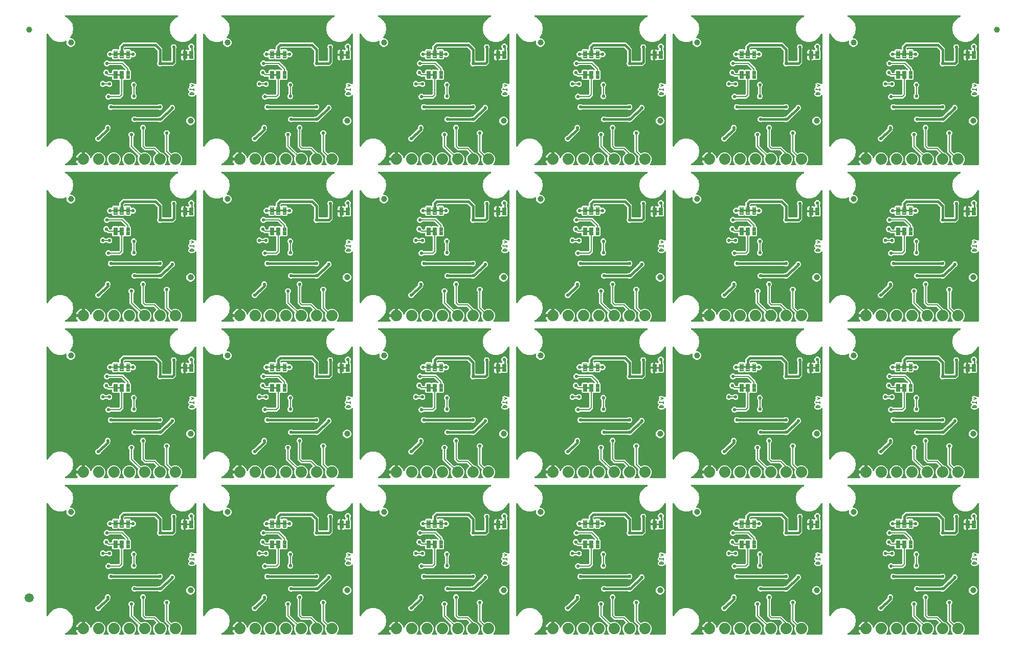
<source format=gbl>
G04 EAGLE Gerber RS-274X export*
G75*
%MOMM*%
%FSLAX34Y34*%
%LPD*%
%INBottom Copper*%
%IPPOS*%
%AMOC8*
5,1,8,0,0,1.08239X$1,22.5*%
G01*
%ADD10C,0.177800*%
%ADD11C,0.099059*%
%ADD12C,1.000000*%
%ADD13C,1.879600*%
%ADD14C,1.500000*%
%ADD15C,0.558800*%
%ADD16C,0.406400*%
%ADD17C,0.203200*%
%ADD18C,0.254000*%

G36*
X1089623Y521214D02*
X1089623Y521214D01*
X1089663Y521211D01*
X1089781Y521234D01*
X1089899Y521249D01*
X1089937Y521263D01*
X1089976Y521271D01*
X1090084Y521322D01*
X1090195Y521366D01*
X1090227Y521389D01*
X1090263Y521406D01*
X1090356Y521482D01*
X1090453Y521552D01*
X1090478Y521583D01*
X1090509Y521608D01*
X1090579Y521705D01*
X1090655Y521797D01*
X1090672Y521833D01*
X1090696Y521866D01*
X1090740Y521977D01*
X1090791Y522085D01*
X1090798Y522124D01*
X1090813Y522161D01*
X1090828Y522280D01*
X1090851Y522397D01*
X1090848Y522437D01*
X1090853Y522477D01*
X1090838Y522595D01*
X1090831Y522715D01*
X1090819Y522753D01*
X1090814Y522792D01*
X1090770Y522903D01*
X1090733Y523017D01*
X1090712Y523051D01*
X1090697Y523088D01*
X1090611Y523224D01*
X1089609Y524603D01*
X1088756Y526277D01*
X1088175Y528064D01*
X1088135Y528321D01*
X1098550Y528321D01*
X1098668Y528336D01*
X1098787Y528343D01*
X1098825Y528356D01*
X1098865Y528361D01*
X1098976Y528404D01*
X1099089Y528441D01*
X1099123Y528463D01*
X1099161Y528478D01*
X1099257Y528548D01*
X1099358Y528611D01*
X1099386Y528641D01*
X1099418Y528664D01*
X1099494Y528756D01*
X1099576Y528843D01*
X1099595Y528878D01*
X1099621Y528909D01*
X1099672Y529017D01*
X1099729Y529121D01*
X1099740Y529161D01*
X1099757Y529197D01*
X1099779Y529314D01*
X1099809Y529429D01*
X1099813Y529490D01*
X1099817Y529510D01*
X1099815Y529530D01*
X1099819Y529590D01*
X1099819Y530861D01*
X1101090Y530861D01*
X1101208Y530876D01*
X1101327Y530883D01*
X1101365Y530896D01*
X1101405Y530901D01*
X1101516Y530945D01*
X1101629Y530981D01*
X1101664Y531003D01*
X1101701Y531018D01*
X1101797Y531088D01*
X1101898Y531151D01*
X1101926Y531181D01*
X1101959Y531205D01*
X1102034Y531296D01*
X1102116Y531383D01*
X1102136Y531418D01*
X1102161Y531450D01*
X1102212Y531557D01*
X1102270Y531662D01*
X1102280Y531701D01*
X1102297Y531737D01*
X1102319Y531854D01*
X1102349Y531969D01*
X1102353Y532030D01*
X1102357Y532050D01*
X1102355Y532070D01*
X1102359Y532130D01*
X1102359Y542545D01*
X1102616Y542505D01*
X1104403Y541924D01*
X1106077Y541071D01*
X1107598Y539966D01*
X1108926Y538638D01*
X1110031Y537117D01*
X1110884Y535443D01*
X1111474Y533626D01*
X1111499Y533540D01*
X1111530Y533414D01*
X1111544Y533387D01*
X1111552Y533358D01*
X1111618Y533247D01*
X1111678Y533133D01*
X1111699Y533110D01*
X1111714Y533084D01*
X1111805Y532993D01*
X1111892Y532897D01*
X1111917Y532881D01*
X1111939Y532860D01*
X1112050Y532794D01*
X1112158Y532723D01*
X1112187Y532713D01*
X1112212Y532697D01*
X1112336Y532661D01*
X1112459Y532619D01*
X1112489Y532617D01*
X1112518Y532609D01*
X1112647Y532604D01*
X1112776Y532594D01*
X1112806Y532599D01*
X1112836Y532598D01*
X1112962Y532626D01*
X1113089Y532649D01*
X1113117Y532661D01*
X1113146Y532667D01*
X1113261Y532726D01*
X1113379Y532779D01*
X1113403Y532798D01*
X1113430Y532812D01*
X1113526Y532897D01*
X1113628Y532978D01*
X1113646Y533002D01*
X1113668Y533022D01*
X1113741Y533128D01*
X1113819Y533232D01*
X1113838Y533270D01*
X1113847Y533284D01*
X1113855Y533305D01*
X1113890Y533376D01*
X1115529Y537335D01*
X1118745Y540551D01*
X1122946Y542291D01*
X1127494Y542291D01*
X1131695Y540551D01*
X1134911Y537335D01*
X1136651Y533134D01*
X1136651Y528586D01*
X1134911Y524385D01*
X1133901Y523375D01*
X1133816Y523266D01*
X1133727Y523159D01*
X1133718Y523140D01*
X1133706Y523124D01*
X1133651Y522997D01*
X1133592Y522871D01*
X1133588Y522851D01*
X1133580Y522832D01*
X1133558Y522694D01*
X1133532Y522558D01*
X1133533Y522538D01*
X1133530Y522518D01*
X1133543Y522379D01*
X1133552Y522241D01*
X1133558Y522222D01*
X1133560Y522202D01*
X1133607Y522070D01*
X1133650Y521939D01*
X1133660Y521921D01*
X1133667Y521902D01*
X1133745Y521787D01*
X1133820Y521670D01*
X1133834Y521656D01*
X1133846Y521639D01*
X1133950Y521547D01*
X1134051Y521452D01*
X1134069Y521442D01*
X1134084Y521429D01*
X1134208Y521366D01*
X1134330Y521298D01*
X1134349Y521293D01*
X1134367Y521284D01*
X1134503Y521254D01*
X1134638Y521219D01*
X1134666Y521217D01*
X1134678Y521214D01*
X1134698Y521215D01*
X1134798Y521209D01*
X1141042Y521209D01*
X1141180Y521226D01*
X1141318Y521239D01*
X1141337Y521246D01*
X1141357Y521249D01*
X1141486Y521300D01*
X1141617Y521347D01*
X1141634Y521358D01*
X1141653Y521366D01*
X1141765Y521447D01*
X1141880Y521525D01*
X1141894Y521541D01*
X1141910Y521552D01*
X1141999Y521660D01*
X1142091Y521764D01*
X1142100Y521782D01*
X1142113Y521797D01*
X1142172Y521923D01*
X1142235Y522047D01*
X1142240Y522067D01*
X1142248Y522085D01*
X1142275Y522222D01*
X1142305Y522357D01*
X1142304Y522378D01*
X1142308Y522397D01*
X1142300Y522536D01*
X1142295Y522675D01*
X1142290Y522695D01*
X1142288Y522715D01*
X1142246Y522847D01*
X1142207Y522981D01*
X1142197Y522998D01*
X1142190Y523017D01*
X1142116Y523135D01*
X1142045Y523255D01*
X1142027Y523276D01*
X1142020Y523286D01*
X1142005Y523300D01*
X1141939Y523375D01*
X1140929Y524385D01*
X1139189Y528586D01*
X1139189Y533134D01*
X1140929Y537335D01*
X1144145Y540551D01*
X1148346Y542291D01*
X1152894Y542291D01*
X1157095Y540551D01*
X1160311Y537335D01*
X1162051Y533134D01*
X1162051Y528586D01*
X1160311Y524385D01*
X1159301Y523375D01*
X1159216Y523266D01*
X1159127Y523159D01*
X1159118Y523140D01*
X1159106Y523124D01*
X1159051Y522997D01*
X1158992Y522871D01*
X1158988Y522851D01*
X1158980Y522832D01*
X1158958Y522694D01*
X1158932Y522558D01*
X1158933Y522538D01*
X1158930Y522518D01*
X1158943Y522379D01*
X1158952Y522241D01*
X1158958Y522222D01*
X1158960Y522202D01*
X1159007Y522070D01*
X1159050Y521939D01*
X1159060Y521921D01*
X1159067Y521902D01*
X1159145Y521787D01*
X1159220Y521670D01*
X1159234Y521656D01*
X1159246Y521639D01*
X1159350Y521547D01*
X1159451Y521452D01*
X1159469Y521442D01*
X1159484Y521429D01*
X1159608Y521366D01*
X1159730Y521298D01*
X1159749Y521293D01*
X1159767Y521284D01*
X1159903Y521254D01*
X1160038Y521219D01*
X1160066Y521217D01*
X1160078Y521214D01*
X1160098Y521215D01*
X1160198Y521209D01*
X1166442Y521209D01*
X1166580Y521226D01*
X1166718Y521239D01*
X1166737Y521246D01*
X1166757Y521249D01*
X1166886Y521300D01*
X1167017Y521347D01*
X1167034Y521358D01*
X1167053Y521366D01*
X1167165Y521447D01*
X1167280Y521525D01*
X1167294Y521541D01*
X1167310Y521552D01*
X1167399Y521660D01*
X1167491Y521764D01*
X1167500Y521782D01*
X1167513Y521797D01*
X1167572Y521923D01*
X1167635Y522047D01*
X1167640Y522067D01*
X1167648Y522085D01*
X1167675Y522222D01*
X1167705Y522357D01*
X1167704Y522378D01*
X1167708Y522397D01*
X1167700Y522536D01*
X1167695Y522675D01*
X1167690Y522695D01*
X1167688Y522715D01*
X1167646Y522847D01*
X1167607Y522981D01*
X1167597Y522998D01*
X1167590Y523017D01*
X1167516Y523135D01*
X1167445Y523255D01*
X1167427Y523276D01*
X1167420Y523286D01*
X1167405Y523300D01*
X1167339Y523375D01*
X1166329Y524385D01*
X1164589Y528586D01*
X1164589Y533134D01*
X1166329Y537335D01*
X1169545Y540551D01*
X1173746Y542291D01*
X1178294Y542291D01*
X1182495Y540551D01*
X1185711Y537335D01*
X1187451Y533134D01*
X1187451Y528586D01*
X1185711Y524385D01*
X1184701Y523375D01*
X1184616Y523266D01*
X1184527Y523159D01*
X1184518Y523140D01*
X1184506Y523124D01*
X1184451Y522997D01*
X1184392Y522871D01*
X1184388Y522851D01*
X1184380Y522832D01*
X1184358Y522694D01*
X1184332Y522558D01*
X1184333Y522538D01*
X1184330Y522518D01*
X1184343Y522379D01*
X1184352Y522241D01*
X1184358Y522222D01*
X1184360Y522202D01*
X1184407Y522070D01*
X1184450Y521939D01*
X1184460Y521921D01*
X1184467Y521902D01*
X1184545Y521787D01*
X1184620Y521670D01*
X1184634Y521656D01*
X1184646Y521639D01*
X1184750Y521547D01*
X1184851Y521452D01*
X1184869Y521442D01*
X1184884Y521429D01*
X1185008Y521366D01*
X1185130Y521298D01*
X1185149Y521293D01*
X1185167Y521284D01*
X1185303Y521254D01*
X1185438Y521219D01*
X1185466Y521217D01*
X1185478Y521214D01*
X1185498Y521215D01*
X1185598Y521209D01*
X1191842Y521209D01*
X1191980Y521226D01*
X1192118Y521239D01*
X1192137Y521246D01*
X1192157Y521249D01*
X1192286Y521300D01*
X1192417Y521347D01*
X1192434Y521358D01*
X1192453Y521366D01*
X1192565Y521447D01*
X1192680Y521525D01*
X1192694Y521541D01*
X1192710Y521552D01*
X1192799Y521660D01*
X1192891Y521764D01*
X1192900Y521782D01*
X1192913Y521797D01*
X1192972Y521923D01*
X1193035Y522047D01*
X1193040Y522067D01*
X1193048Y522085D01*
X1193075Y522222D01*
X1193105Y522357D01*
X1193104Y522378D01*
X1193108Y522397D01*
X1193100Y522536D01*
X1193095Y522675D01*
X1193090Y522695D01*
X1193088Y522715D01*
X1193046Y522847D01*
X1193007Y522981D01*
X1192997Y522998D01*
X1192990Y523017D01*
X1192916Y523135D01*
X1192845Y523255D01*
X1192827Y523276D01*
X1192820Y523286D01*
X1192805Y523300D01*
X1192739Y523375D01*
X1191729Y524385D01*
X1189989Y528586D01*
X1189989Y533134D01*
X1191084Y535776D01*
X1191092Y535805D01*
X1191105Y535831D01*
X1191134Y535958D01*
X1191168Y536083D01*
X1191168Y536113D01*
X1191175Y536142D01*
X1191171Y536271D01*
X1191173Y536401D01*
X1191166Y536430D01*
X1191165Y536459D01*
X1191129Y536584D01*
X1191099Y536710D01*
X1191085Y536737D01*
X1191077Y536765D01*
X1191011Y536877D01*
X1190950Y536992D01*
X1190930Y537013D01*
X1190915Y537039D01*
X1190809Y537160D01*
X1176781Y551187D01*
X1176781Y567197D01*
X1176769Y567295D01*
X1176766Y567394D01*
X1176749Y567452D01*
X1176741Y567512D01*
X1176705Y567605D01*
X1176677Y567700D01*
X1176647Y567752D01*
X1176624Y567808D01*
X1176566Y567888D01*
X1176516Y567974D01*
X1176450Y568049D01*
X1176438Y568066D01*
X1176428Y568073D01*
X1176410Y568094D01*
X1175738Y568766D01*
X1175003Y570540D01*
X1175003Y572460D01*
X1175738Y574234D01*
X1177096Y575592D01*
X1178870Y576327D01*
X1180790Y576327D01*
X1182564Y575592D01*
X1183922Y574234D01*
X1184657Y572460D01*
X1184657Y570540D01*
X1183922Y568766D01*
X1183250Y568094D01*
X1183190Y568016D01*
X1183122Y567944D01*
X1183093Y567891D01*
X1183056Y567843D01*
X1183016Y567752D01*
X1182968Y567666D01*
X1182953Y567607D01*
X1182929Y567551D01*
X1182914Y567453D01*
X1182889Y567358D01*
X1182883Y567257D01*
X1182879Y567237D01*
X1182881Y567225D01*
X1182879Y567197D01*
X1182879Y554239D01*
X1182891Y554140D01*
X1182894Y554041D01*
X1182911Y553983D01*
X1182919Y553923D01*
X1182955Y553831D01*
X1182983Y553736D01*
X1183013Y553684D01*
X1183036Y553627D01*
X1183094Y553547D01*
X1183144Y553462D01*
X1183210Y553387D01*
X1183222Y553370D01*
X1183232Y553362D01*
X1183250Y553341D01*
X1195120Y541471D01*
X1195144Y541453D01*
X1195163Y541431D01*
X1195269Y541356D01*
X1195372Y541276D01*
X1195399Y541265D01*
X1195423Y541248D01*
X1195544Y541202D01*
X1195663Y541150D01*
X1195693Y541145D01*
X1195720Y541135D01*
X1195849Y541120D01*
X1195978Y541100D01*
X1196007Y541103D01*
X1196036Y541100D01*
X1196165Y541118D01*
X1196294Y541130D01*
X1196322Y541140D01*
X1196351Y541144D01*
X1196504Y541196D01*
X1199146Y542291D01*
X1203694Y542291D01*
X1207895Y540551D01*
X1211111Y537335D01*
X1212851Y533134D01*
X1212851Y528586D01*
X1211111Y524385D01*
X1210101Y523375D01*
X1210016Y523266D01*
X1209927Y523159D01*
X1209918Y523140D01*
X1209906Y523124D01*
X1209851Y522997D01*
X1209792Y522871D01*
X1209788Y522851D01*
X1209780Y522832D01*
X1209758Y522694D01*
X1209732Y522558D01*
X1209733Y522538D01*
X1209730Y522518D01*
X1209743Y522379D01*
X1209752Y522241D01*
X1209758Y522222D01*
X1209760Y522202D01*
X1209807Y522070D01*
X1209850Y521939D01*
X1209860Y521921D01*
X1209867Y521902D01*
X1209945Y521787D01*
X1210020Y521670D01*
X1210034Y521656D01*
X1210046Y521639D01*
X1210150Y521547D01*
X1210251Y521452D01*
X1210269Y521442D01*
X1210284Y521429D01*
X1210408Y521366D01*
X1210530Y521298D01*
X1210549Y521293D01*
X1210567Y521284D01*
X1210703Y521254D01*
X1210838Y521219D01*
X1210866Y521217D01*
X1210878Y521214D01*
X1210898Y521215D01*
X1210998Y521209D01*
X1217242Y521209D01*
X1217380Y521226D01*
X1217518Y521239D01*
X1217537Y521246D01*
X1217557Y521249D01*
X1217686Y521300D01*
X1217817Y521347D01*
X1217834Y521358D01*
X1217853Y521366D01*
X1217965Y521447D01*
X1218080Y521525D01*
X1218094Y521541D01*
X1218110Y521552D01*
X1218199Y521660D01*
X1218291Y521764D01*
X1218300Y521782D01*
X1218313Y521797D01*
X1218372Y521923D01*
X1218435Y522047D01*
X1218440Y522067D01*
X1218448Y522085D01*
X1218475Y522222D01*
X1218505Y522357D01*
X1218504Y522378D01*
X1218508Y522397D01*
X1218500Y522536D01*
X1218495Y522675D01*
X1218490Y522695D01*
X1218488Y522715D01*
X1218446Y522847D01*
X1218407Y522981D01*
X1218397Y522998D01*
X1218390Y523017D01*
X1218316Y523135D01*
X1218245Y523255D01*
X1218227Y523276D01*
X1218220Y523286D01*
X1218205Y523300D01*
X1218139Y523375D01*
X1217129Y524385D01*
X1215389Y528586D01*
X1215389Y533134D01*
X1217129Y537335D01*
X1220129Y540334D01*
X1220202Y540429D01*
X1220281Y540518D01*
X1220299Y540554D01*
X1220324Y540586D01*
X1220371Y540695D01*
X1220425Y540801D01*
X1220434Y540840D01*
X1220450Y540878D01*
X1220469Y540995D01*
X1220495Y541111D01*
X1220494Y541152D01*
X1220500Y541192D01*
X1220489Y541310D01*
X1220485Y541429D01*
X1220474Y541468D01*
X1220470Y541508D01*
X1220430Y541621D01*
X1220397Y541735D01*
X1220376Y541769D01*
X1220363Y541808D01*
X1220296Y541906D01*
X1220235Y542009D01*
X1220196Y542054D01*
X1220184Y542071D01*
X1220169Y542084D01*
X1220129Y542129D01*
X1217039Y545220D01*
X1216961Y545280D01*
X1216889Y545348D01*
X1216836Y545377D01*
X1216788Y545414D01*
X1216697Y545454D01*
X1216610Y545502D01*
X1216552Y545517D01*
X1216496Y545541D01*
X1216398Y545556D01*
X1216302Y545581D01*
X1216202Y545587D01*
X1216182Y545591D01*
X1216169Y545589D01*
X1216141Y545591D01*
X1201427Y545591D01*
X1199270Y547749D01*
X1197989Y549030D01*
X1195831Y551187D01*
X1195831Y578627D01*
X1195819Y578725D01*
X1195816Y578824D01*
X1195799Y578882D01*
X1195791Y578942D01*
X1195755Y579035D01*
X1195727Y579130D01*
X1195697Y579182D01*
X1195674Y579238D01*
X1195616Y579318D01*
X1195566Y579404D01*
X1195500Y579479D01*
X1195488Y579496D01*
X1195478Y579503D01*
X1195460Y579524D01*
X1194788Y580196D01*
X1194053Y581970D01*
X1194053Y583890D01*
X1194788Y585664D01*
X1196146Y587022D01*
X1197920Y587757D01*
X1199840Y587757D01*
X1201614Y587022D01*
X1202972Y585664D01*
X1203707Y583890D01*
X1203707Y581970D01*
X1202972Y580196D01*
X1202300Y579524D01*
X1202240Y579446D01*
X1202172Y579374D01*
X1202143Y579321D01*
X1202106Y579273D01*
X1202066Y579182D01*
X1202018Y579096D01*
X1202003Y579037D01*
X1201979Y578981D01*
X1201964Y578883D01*
X1201939Y578788D01*
X1201933Y578688D01*
X1201929Y578667D01*
X1201931Y578655D01*
X1201929Y578627D01*
X1201929Y554239D01*
X1201941Y554140D01*
X1201944Y554041D01*
X1201961Y553983D01*
X1201969Y553923D01*
X1202005Y553831D01*
X1202033Y553736D01*
X1202063Y553684D01*
X1202086Y553627D01*
X1202144Y553547D01*
X1202194Y553462D01*
X1202260Y553386D01*
X1202272Y553370D01*
X1202282Y553362D01*
X1202300Y553341D01*
X1203581Y552060D01*
X1203659Y552000D01*
X1203731Y551932D01*
X1203784Y551903D01*
X1203832Y551866D01*
X1203923Y551826D01*
X1204010Y551778D01*
X1204068Y551763D01*
X1204124Y551739D01*
X1204222Y551724D01*
X1204318Y551699D01*
X1204418Y551693D01*
X1204438Y551689D01*
X1204451Y551691D01*
X1204479Y551689D01*
X1219193Y551689D01*
X1221350Y549531D01*
X1227711Y543170D01*
X1228219Y542663D01*
X1228297Y542602D01*
X1228369Y542534D01*
X1228422Y542505D01*
X1228470Y542468D01*
X1228561Y542428D01*
X1228648Y542380D01*
X1228706Y542365D01*
X1228762Y542341D01*
X1228860Y542326D01*
X1228956Y542301D01*
X1229056Y542295D01*
X1229076Y542291D01*
X1229089Y542293D01*
X1229090Y542292D01*
X1233295Y540551D01*
X1236511Y537335D01*
X1238251Y533134D01*
X1238251Y528586D01*
X1236511Y524385D01*
X1235501Y523375D01*
X1235416Y523266D01*
X1235327Y523159D01*
X1235318Y523140D01*
X1235306Y523124D01*
X1235251Y522997D01*
X1235192Y522871D01*
X1235188Y522851D01*
X1235180Y522832D01*
X1235158Y522694D01*
X1235132Y522558D01*
X1235133Y522538D01*
X1235130Y522518D01*
X1235143Y522379D01*
X1235152Y522241D01*
X1235158Y522222D01*
X1235160Y522202D01*
X1235207Y522070D01*
X1235250Y521939D01*
X1235260Y521921D01*
X1235267Y521902D01*
X1235345Y521787D01*
X1235420Y521670D01*
X1235434Y521656D01*
X1235446Y521639D01*
X1235550Y521547D01*
X1235651Y521452D01*
X1235669Y521442D01*
X1235684Y521429D01*
X1235808Y521366D01*
X1235930Y521298D01*
X1235949Y521293D01*
X1235967Y521284D01*
X1236103Y521254D01*
X1236238Y521219D01*
X1236266Y521217D01*
X1236278Y521214D01*
X1236298Y521215D01*
X1236398Y521209D01*
X1242642Y521209D01*
X1242780Y521226D01*
X1242918Y521239D01*
X1242937Y521246D01*
X1242957Y521249D01*
X1243086Y521300D01*
X1243217Y521347D01*
X1243234Y521358D01*
X1243253Y521366D01*
X1243365Y521447D01*
X1243480Y521525D01*
X1243494Y521541D01*
X1243510Y521552D01*
X1243599Y521660D01*
X1243691Y521764D01*
X1243700Y521782D01*
X1243713Y521797D01*
X1243772Y521923D01*
X1243835Y522047D01*
X1243840Y522067D01*
X1243848Y522085D01*
X1243875Y522222D01*
X1243905Y522357D01*
X1243904Y522378D01*
X1243908Y522397D01*
X1243900Y522536D01*
X1243895Y522675D01*
X1243890Y522695D01*
X1243888Y522715D01*
X1243846Y522847D01*
X1243807Y522981D01*
X1243797Y522998D01*
X1243790Y523017D01*
X1243716Y523135D01*
X1243645Y523255D01*
X1243627Y523276D01*
X1243620Y523286D01*
X1243605Y523300D01*
X1243539Y523375D01*
X1242529Y524385D01*
X1240789Y528586D01*
X1240789Y533134D01*
X1241512Y534878D01*
X1241520Y534907D01*
X1241533Y534933D01*
X1241562Y535060D01*
X1241596Y535185D01*
X1241596Y535215D01*
X1241603Y535243D01*
X1241599Y535373D01*
X1241601Y535503D01*
X1241594Y535532D01*
X1241593Y535561D01*
X1241557Y535686D01*
X1241527Y535812D01*
X1241513Y535839D01*
X1241505Y535867D01*
X1241439Y535978D01*
X1241378Y536094D01*
X1241358Y536115D01*
X1241343Y536141D01*
X1241237Y536262D01*
X1235201Y542297D01*
X1235201Y569737D01*
X1235189Y569835D01*
X1235186Y569934D01*
X1235169Y569992D01*
X1235161Y570052D01*
X1235125Y570145D01*
X1235097Y570240D01*
X1235067Y570292D01*
X1235044Y570348D01*
X1234986Y570428D01*
X1234936Y570514D01*
X1234870Y570589D01*
X1234858Y570606D01*
X1234848Y570613D01*
X1234830Y570634D01*
X1234158Y571306D01*
X1233423Y573080D01*
X1233423Y575000D01*
X1234158Y576774D01*
X1235516Y578132D01*
X1237290Y578867D01*
X1239210Y578867D01*
X1240984Y578132D01*
X1242342Y576774D01*
X1243077Y575000D01*
X1243077Y573080D01*
X1242342Y571306D01*
X1241670Y570634D01*
X1241610Y570556D01*
X1241542Y570484D01*
X1241513Y570431D01*
X1241476Y570383D01*
X1241436Y570292D01*
X1241388Y570206D01*
X1241373Y570147D01*
X1241349Y570091D01*
X1241334Y569993D01*
X1241309Y569898D01*
X1241303Y569798D01*
X1241299Y569777D01*
X1241301Y569765D01*
X1241299Y569737D01*
X1241299Y545349D01*
X1241311Y545250D01*
X1241314Y545151D01*
X1241331Y545093D01*
X1241339Y545033D01*
X1241375Y544941D01*
X1241403Y544846D01*
X1241433Y544794D01*
X1241456Y544737D01*
X1241514Y544657D01*
X1241564Y544572D01*
X1241630Y544497D01*
X1241642Y544480D01*
X1241652Y544472D01*
X1241670Y544451D01*
X1245022Y541099D01*
X1245046Y541081D01*
X1245065Y541059D01*
X1245171Y540984D01*
X1245274Y540904D01*
X1245301Y540893D01*
X1245325Y540876D01*
X1245446Y540830D01*
X1245565Y540778D01*
X1245595Y540773D01*
X1245622Y540763D01*
X1245751Y540748D01*
X1245880Y540728D01*
X1245909Y540731D01*
X1245938Y540728D01*
X1246067Y540746D01*
X1246196Y540758D01*
X1246224Y540768D01*
X1246253Y540772D01*
X1246406Y540824D01*
X1249946Y542291D01*
X1254494Y542291D01*
X1258695Y540551D01*
X1261911Y537335D01*
X1263651Y533134D01*
X1263651Y528586D01*
X1261911Y524385D01*
X1260901Y523375D01*
X1260816Y523266D01*
X1260727Y523159D01*
X1260718Y523140D01*
X1260706Y523124D01*
X1260651Y522997D01*
X1260592Y522871D01*
X1260588Y522851D01*
X1260580Y522832D01*
X1260558Y522694D01*
X1260532Y522558D01*
X1260533Y522538D01*
X1260530Y522518D01*
X1260543Y522379D01*
X1260552Y522241D01*
X1260558Y522222D01*
X1260560Y522202D01*
X1260607Y522070D01*
X1260650Y521939D01*
X1260660Y521921D01*
X1260667Y521902D01*
X1260745Y521787D01*
X1260820Y521670D01*
X1260834Y521656D01*
X1260846Y521639D01*
X1260950Y521547D01*
X1261051Y521452D01*
X1261069Y521442D01*
X1261084Y521429D01*
X1261208Y521366D01*
X1261330Y521298D01*
X1261349Y521293D01*
X1261367Y521284D01*
X1261503Y521254D01*
X1261638Y521219D01*
X1261666Y521217D01*
X1261678Y521214D01*
X1261698Y521215D01*
X1261798Y521209D01*
X1286002Y521209D01*
X1286120Y521224D01*
X1286239Y521231D01*
X1286277Y521244D01*
X1286318Y521249D01*
X1286428Y521292D01*
X1286541Y521329D01*
X1286576Y521351D01*
X1286613Y521366D01*
X1286709Y521435D01*
X1286810Y521499D01*
X1286838Y521529D01*
X1286871Y521552D01*
X1286947Y521644D01*
X1287028Y521731D01*
X1287048Y521766D01*
X1287073Y521797D01*
X1287124Y521905D01*
X1287182Y522009D01*
X1287192Y522049D01*
X1287209Y522085D01*
X1287231Y522202D01*
X1287261Y522317D01*
X1287265Y522377D01*
X1287269Y522397D01*
X1287267Y522418D01*
X1287271Y522478D01*
X1287271Y635810D01*
X1287261Y635894D01*
X1287260Y635979D01*
X1287241Y636052D01*
X1287231Y636126D01*
X1287200Y636205D01*
X1287179Y636287D01*
X1287142Y636352D01*
X1287114Y636422D01*
X1287065Y636490D01*
X1287023Y636564D01*
X1286972Y636618D01*
X1286928Y636679D01*
X1286862Y636733D01*
X1286804Y636794D01*
X1286740Y636834D01*
X1286683Y636882D01*
X1286606Y636918D01*
X1286534Y636963D01*
X1286463Y636985D01*
X1286395Y637017D01*
X1286312Y637033D01*
X1286231Y637059D01*
X1286156Y637063D01*
X1286083Y637077D01*
X1285998Y637072D01*
X1285913Y637077D01*
X1285840Y637062D01*
X1285765Y637057D01*
X1285685Y637031D01*
X1285601Y637015D01*
X1285534Y636982D01*
X1285463Y636959D01*
X1285391Y636914D01*
X1285315Y636877D01*
X1285257Y636829D01*
X1285194Y636789D01*
X1285136Y636727D01*
X1285071Y636673D01*
X1284983Y636564D01*
X1284976Y636557D01*
X1284974Y636554D01*
X1284969Y636548D01*
X1284557Y635971D01*
X1284508Y635880D01*
X1284451Y635795D01*
X1284448Y635787D01*
X1284423Y635766D01*
X1284335Y635658D01*
X1283296Y635302D01*
X1283292Y635300D01*
X1283152Y635242D01*
X1281693Y634531D01*
X1277929Y634531D01*
X1277202Y634885D01*
X1277073Y634929D01*
X1276945Y634978D01*
X1276914Y634983D01*
X1276901Y634987D01*
X1276880Y634989D01*
X1276786Y635006D01*
X1276518Y635035D01*
X1276446Y635105D01*
X1276367Y635193D01*
X1276333Y635215D01*
X1276304Y635243D01*
X1276200Y635302D01*
X1276101Y635368D01*
X1276045Y635391D01*
X1276028Y635401D01*
X1276008Y635406D01*
X1275952Y635430D01*
X1275284Y635659D01*
X1275249Y635697D01*
X1275205Y635759D01*
X1275166Y635792D01*
X1275150Y635834D01*
X1275101Y635912D01*
X1275092Y635931D01*
X1275083Y635942D01*
X1275065Y635970D01*
X1273714Y637862D01*
X1273714Y640571D01*
X1275065Y642462D01*
X1275077Y642485D01*
X1275084Y642492D01*
X1275117Y642558D01*
X1275172Y642641D01*
X1275206Y642723D01*
X1275216Y642742D01*
X1275219Y642756D01*
X1275224Y642767D01*
X1275228Y642775D01*
X1275229Y642780D01*
X1275233Y642790D01*
X1275235Y642796D01*
X1275265Y642941D01*
X1275292Y643050D01*
X1275292Y643062D01*
X1275298Y643086D01*
X1275297Y643097D01*
X1275300Y643107D01*
X1275293Y643256D01*
X1275290Y643329D01*
X1275290Y643368D01*
X1275289Y643372D01*
X1275288Y643403D01*
X1275285Y643414D01*
X1275284Y643425D01*
X1275241Y643567D01*
X1275200Y643709D01*
X1275194Y643718D01*
X1275191Y643729D01*
X1275114Y643855D01*
X1275038Y643983D01*
X1275028Y643994D01*
X1275024Y644000D01*
X1275014Y644010D01*
X1274932Y644104D01*
X1274734Y644301D01*
X1274722Y644310D01*
X1274629Y644395D01*
X1273824Y645039D01*
X1273820Y645057D01*
X1273806Y645082D01*
X1273798Y645110D01*
X1273732Y645223D01*
X1273714Y645256D01*
X1273714Y646299D01*
X1273712Y646314D01*
X1273706Y646439D01*
X1273592Y647464D01*
X1273602Y647480D01*
X1273610Y647508D01*
X1273624Y647533D01*
X1273657Y647659D01*
X1273668Y647696D01*
X1274406Y648433D01*
X1274415Y648445D01*
X1274499Y648538D01*
X1275641Y649965D01*
X1275680Y650028D01*
X1275726Y650085D01*
X1275762Y650163D01*
X1275807Y650236D01*
X1275829Y650307D01*
X1275860Y650374D01*
X1275875Y650458D01*
X1275900Y650541D01*
X1275904Y650614D01*
X1275917Y650687D01*
X1275911Y650772D01*
X1275915Y650858D01*
X1275900Y650930D01*
X1275895Y651004D01*
X1275854Y651160D01*
X1275598Y651928D01*
X1275908Y652548D01*
X1275917Y652576D01*
X1275933Y652601D01*
X1275970Y652726D01*
X1276013Y652848D01*
X1276016Y652877D01*
X1276024Y652906D01*
X1276029Y653036D01*
X1276041Y653164D01*
X1276036Y653194D01*
X1276037Y653224D01*
X1276010Y653350D01*
X1275989Y653478D01*
X1275977Y653505D01*
X1275970Y653535D01*
X1275908Y653683D01*
X1275598Y654302D01*
X1276363Y656598D01*
X1278528Y657681D01*
X1282584Y656329D01*
X1282593Y656327D01*
X1282601Y656323D01*
X1282749Y656296D01*
X1282896Y656267D01*
X1282905Y656267D01*
X1282914Y656266D01*
X1283063Y656276D01*
X1283184Y656283D01*
X1284026Y655862D01*
X1284035Y655858D01*
X1284043Y655853D01*
X1284192Y655793D01*
X1285244Y655442D01*
X1285280Y655410D01*
X1285302Y655398D01*
X1285321Y655382D01*
X1285443Y655325D01*
X1285562Y655263D01*
X1285587Y655258D01*
X1285609Y655247D01*
X1285741Y655222D01*
X1285872Y655191D01*
X1285897Y655192D01*
X1285922Y655187D01*
X1286055Y655195D01*
X1286190Y655199D01*
X1286214Y655205D01*
X1286239Y655207D01*
X1286367Y655248D01*
X1286496Y655285D01*
X1286518Y655297D01*
X1286541Y655305D01*
X1286655Y655377D01*
X1286771Y655444D01*
X1286789Y655462D01*
X1286810Y655475D01*
X1286902Y655573D01*
X1286998Y655667D01*
X1287011Y655689D01*
X1287028Y655707D01*
X1287093Y655824D01*
X1287162Y655940D01*
X1287170Y655963D01*
X1287182Y655985D01*
X1287215Y656115D01*
X1287254Y656244D01*
X1287255Y656269D01*
X1287261Y656293D01*
X1287271Y656454D01*
X1287271Y737555D01*
X1287253Y737700D01*
X1287238Y737845D01*
X1287233Y737857D01*
X1287231Y737871D01*
X1287178Y738006D01*
X1287127Y738143D01*
X1287119Y738154D01*
X1287114Y738166D01*
X1287029Y738284D01*
X1286946Y738404D01*
X1286935Y738413D01*
X1286928Y738424D01*
X1286816Y738517D01*
X1286705Y738612D01*
X1286693Y738618D01*
X1286683Y738627D01*
X1286551Y738688D01*
X1286420Y738754D01*
X1286407Y738756D01*
X1286395Y738762D01*
X1286253Y738789D01*
X1286109Y738820D01*
X1286096Y738819D01*
X1286083Y738822D01*
X1285938Y738813D01*
X1285792Y738807D01*
X1285779Y738803D01*
X1285765Y738802D01*
X1285627Y738757D01*
X1285487Y738715D01*
X1285475Y738708D01*
X1285463Y738704D01*
X1285340Y738626D01*
X1285215Y738551D01*
X1285205Y738541D01*
X1285194Y738534D01*
X1285094Y738428D01*
X1284992Y738324D01*
X1284982Y738309D01*
X1284976Y738302D01*
X1284968Y738287D01*
X1284903Y738190D01*
X1281715Y732668D01*
X1275882Y727773D01*
X1268727Y725169D01*
X1261113Y725169D01*
X1253958Y727773D01*
X1248125Y732668D01*
X1244318Y739262D01*
X1242996Y746760D01*
X1244318Y754258D01*
X1248125Y760852D01*
X1253958Y765747D01*
X1256438Y766649D01*
X1256525Y766694D01*
X1256616Y766730D01*
X1256666Y766766D01*
X1256721Y766795D01*
X1256794Y766859D01*
X1256873Y766916D01*
X1256913Y766964D01*
X1256959Y767006D01*
X1257014Y767086D01*
X1257076Y767161D01*
X1257102Y767218D01*
X1257137Y767269D01*
X1257170Y767361D01*
X1257211Y767449D01*
X1257223Y767510D01*
X1257244Y767569D01*
X1257253Y767666D01*
X1257271Y767762D01*
X1257267Y767824D01*
X1257273Y767886D01*
X1257257Y767982D01*
X1257251Y768079D01*
X1257232Y768138D01*
X1257222Y768200D01*
X1257183Y768289D01*
X1257153Y768381D01*
X1257120Y768434D01*
X1257095Y768491D01*
X1257035Y768568D01*
X1256983Y768650D01*
X1256938Y768693D01*
X1256899Y768742D01*
X1256822Y768801D01*
X1256751Y768868D01*
X1256697Y768898D01*
X1256648Y768936D01*
X1256558Y768975D01*
X1256473Y769022D01*
X1256413Y769037D01*
X1256355Y769062D01*
X1256259Y769077D01*
X1256165Y769101D01*
X1256061Y769108D01*
X1256041Y769111D01*
X1256030Y769110D01*
X1256004Y769111D01*
X1070636Y769111D01*
X1070539Y769099D01*
X1070442Y769096D01*
X1070382Y769079D01*
X1070320Y769071D01*
X1070230Y769036D01*
X1070136Y769009D01*
X1070082Y768977D01*
X1070024Y768954D01*
X1069946Y768897D01*
X1069862Y768848D01*
X1069818Y768804D01*
X1069767Y768768D01*
X1069705Y768692D01*
X1069636Y768624D01*
X1069604Y768571D01*
X1069564Y768523D01*
X1069523Y768435D01*
X1069473Y768351D01*
X1069455Y768291D01*
X1069429Y768235D01*
X1069411Y768139D01*
X1069383Y768046D01*
X1069381Y767984D01*
X1069369Y767923D01*
X1069375Y767825D01*
X1069372Y767728D01*
X1069385Y767667D01*
X1069389Y767605D01*
X1069419Y767512D01*
X1069440Y767417D01*
X1069468Y767362D01*
X1069487Y767303D01*
X1069539Y767220D01*
X1069583Y767133D01*
X1069624Y767087D01*
X1069657Y767034D01*
X1069728Y766967D01*
X1069792Y766894D01*
X1069843Y766859D01*
X1069889Y766816D01*
X1069974Y766769D01*
X1070054Y766714D01*
X1070150Y766672D01*
X1070167Y766662D01*
X1070178Y766660D01*
X1070202Y766649D01*
X1072682Y765747D01*
X1078515Y760852D01*
X1082322Y754258D01*
X1083644Y746760D01*
X1082322Y739262D01*
X1078612Y732837D01*
X1078561Y732714D01*
X1078504Y732595D01*
X1078499Y732568D01*
X1078489Y732543D01*
X1078469Y732412D01*
X1078445Y732282D01*
X1078446Y732256D01*
X1078442Y732229D01*
X1078456Y732097D01*
X1078464Y731965D01*
X1078473Y731939D01*
X1078476Y731913D01*
X1078522Y731788D01*
X1078562Y731663D01*
X1078577Y731640D01*
X1078586Y731614D01*
X1078662Y731506D01*
X1078733Y731394D01*
X1078752Y731375D01*
X1078768Y731353D01*
X1078868Y731267D01*
X1078964Y731176D01*
X1078988Y731163D01*
X1079008Y731145D01*
X1079127Y731086D01*
X1079243Y731022D01*
X1079269Y731016D01*
X1079293Y731004D01*
X1079423Y730976D01*
X1079551Y730943D01*
X1079589Y730941D01*
X1079604Y730937D01*
X1079626Y730938D01*
X1079711Y730933D01*
X1080899Y730933D01*
X1083484Y729862D01*
X1085462Y727884D01*
X1086533Y725299D01*
X1086533Y722501D01*
X1085462Y719916D01*
X1083484Y717938D01*
X1080899Y716867D01*
X1078101Y716867D01*
X1075516Y717938D01*
X1073538Y719916D01*
X1072467Y722501D01*
X1072467Y725299D01*
X1072532Y725456D01*
X1072562Y725563D01*
X1072599Y725668D01*
X1072604Y725716D01*
X1072616Y725762D01*
X1072618Y725874D01*
X1072628Y725985D01*
X1072620Y726032D01*
X1072621Y726080D01*
X1072595Y726189D01*
X1072577Y726299D01*
X1072558Y726343D01*
X1072547Y726390D01*
X1072495Y726488D01*
X1072450Y726591D01*
X1072421Y726628D01*
X1072398Y726671D01*
X1072323Y726753D01*
X1072255Y726841D01*
X1072217Y726871D01*
X1072184Y726906D01*
X1072091Y726967D01*
X1072003Y727036D01*
X1071959Y727054D01*
X1071919Y727081D01*
X1071813Y727117D01*
X1071711Y727161D01*
X1071663Y727169D01*
X1071618Y727184D01*
X1071507Y727193D01*
X1071397Y727210D01*
X1071349Y727206D01*
X1071301Y727209D01*
X1071191Y727190D01*
X1071080Y727180D01*
X1071009Y727159D01*
X1070988Y727155D01*
X1070971Y727148D01*
X1070925Y727134D01*
X1065527Y725169D01*
X1057913Y725169D01*
X1050758Y727773D01*
X1044925Y732668D01*
X1041737Y738190D01*
X1041649Y738306D01*
X1041564Y738424D01*
X1041553Y738432D01*
X1041545Y738443D01*
X1041431Y738533D01*
X1041319Y738627D01*
X1041306Y738632D01*
X1041296Y738641D01*
X1041162Y738700D01*
X1041031Y738762D01*
X1041018Y738765D01*
X1041005Y738770D01*
X1040861Y738795D01*
X1040718Y738822D01*
X1040705Y738821D01*
X1040692Y738823D01*
X1040546Y738811D01*
X1040401Y738802D01*
X1040388Y738798D01*
X1040375Y738797D01*
X1040237Y738749D01*
X1040099Y738704D01*
X1040087Y738697D01*
X1040074Y738692D01*
X1039953Y738612D01*
X1039830Y738534D01*
X1039821Y738524D01*
X1039809Y738517D01*
X1039712Y738409D01*
X1039612Y738302D01*
X1039605Y738290D01*
X1039596Y738280D01*
X1039529Y738152D01*
X1039458Y738024D01*
X1039455Y738011D01*
X1039449Y737999D01*
X1039415Y737857D01*
X1039379Y737716D01*
X1039378Y737698D01*
X1039376Y737689D01*
X1039376Y737672D01*
X1039369Y737555D01*
X1039369Y552765D01*
X1039387Y552620D01*
X1039402Y552475D01*
X1039407Y552463D01*
X1039409Y552449D01*
X1039462Y552314D01*
X1039513Y552177D01*
X1039521Y552166D01*
X1039526Y552154D01*
X1039611Y552036D01*
X1039694Y551916D01*
X1039705Y551907D01*
X1039712Y551896D01*
X1039824Y551803D01*
X1039935Y551708D01*
X1039947Y551702D01*
X1039957Y551693D01*
X1040089Y551632D01*
X1040220Y551566D01*
X1040233Y551564D01*
X1040245Y551558D01*
X1040387Y551531D01*
X1040531Y551500D01*
X1040544Y551501D01*
X1040557Y551498D01*
X1040702Y551507D01*
X1040848Y551513D01*
X1040861Y551517D01*
X1040875Y551518D01*
X1041013Y551563D01*
X1041153Y551605D01*
X1041165Y551612D01*
X1041177Y551616D01*
X1041300Y551694D01*
X1041425Y551769D01*
X1041435Y551779D01*
X1041446Y551786D01*
X1041546Y551892D01*
X1041648Y551996D01*
X1041658Y552011D01*
X1041664Y552018D01*
X1041672Y552033D01*
X1041737Y552130D01*
X1044925Y557652D01*
X1050758Y562547D01*
X1057913Y565151D01*
X1065527Y565151D01*
X1072682Y562547D01*
X1078515Y557652D01*
X1082322Y551058D01*
X1083644Y543560D01*
X1082322Y536062D01*
X1078515Y529468D01*
X1072682Y524573D01*
X1070202Y523671D01*
X1070115Y523626D01*
X1070024Y523590D01*
X1069974Y523554D01*
X1069919Y523525D01*
X1069846Y523461D01*
X1069767Y523404D01*
X1069727Y523356D01*
X1069681Y523314D01*
X1069626Y523234D01*
X1069564Y523159D01*
X1069538Y523102D01*
X1069503Y523051D01*
X1069470Y522959D01*
X1069429Y522871D01*
X1069417Y522810D01*
X1069396Y522751D01*
X1069387Y522654D01*
X1069369Y522558D01*
X1069373Y522496D01*
X1069367Y522434D01*
X1069383Y522338D01*
X1069389Y522241D01*
X1069408Y522182D01*
X1069418Y522120D01*
X1069457Y522031D01*
X1069487Y521939D01*
X1069520Y521886D01*
X1069545Y521829D01*
X1069605Y521752D01*
X1069657Y521670D01*
X1069702Y521627D01*
X1069741Y521578D01*
X1069818Y521519D01*
X1069889Y521452D01*
X1069943Y521422D01*
X1069992Y521384D01*
X1070082Y521345D01*
X1070167Y521298D01*
X1070227Y521283D01*
X1070285Y521258D01*
X1070381Y521243D01*
X1070475Y521219D01*
X1070579Y521212D01*
X1070599Y521209D01*
X1070610Y521210D01*
X1070636Y521209D01*
X1089584Y521209D01*
X1089623Y521214D01*
G37*
G36*
X312383Y3054D02*
X312383Y3054D01*
X312423Y3051D01*
X312541Y3074D01*
X312659Y3089D01*
X312697Y3103D01*
X312736Y3111D01*
X312844Y3162D01*
X312955Y3206D01*
X312987Y3229D01*
X313023Y3246D01*
X313116Y3322D01*
X313213Y3392D01*
X313238Y3423D01*
X313269Y3448D01*
X313339Y3545D01*
X313415Y3637D01*
X313432Y3673D01*
X313456Y3706D01*
X313500Y3817D01*
X313551Y3925D01*
X313558Y3964D01*
X313573Y4001D01*
X313588Y4120D01*
X313611Y4237D01*
X313608Y4277D01*
X313613Y4317D01*
X313598Y4435D01*
X313591Y4555D01*
X313579Y4593D01*
X313574Y4632D01*
X313530Y4743D01*
X313493Y4857D01*
X313472Y4891D01*
X313457Y4928D01*
X313371Y5064D01*
X312369Y6443D01*
X311516Y8117D01*
X310935Y9904D01*
X310895Y10161D01*
X321310Y10161D01*
X321428Y10176D01*
X321547Y10183D01*
X321585Y10196D01*
X321625Y10201D01*
X321736Y10244D01*
X321849Y10281D01*
X321883Y10303D01*
X321921Y10318D01*
X322017Y10388D01*
X322118Y10451D01*
X322146Y10481D01*
X322178Y10504D01*
X322254Y10596D01*
X322336Y10683D01*
X322355Y10718D01*
X322381Y10749D01*
X322432Y10857D01*
X322489Y10961D01*
X322500Y11001D01*
X322517Y11037D01*
X322539Y11154D01*
X322569Y11269D01*
X322573Y11330D01*
X322577Y11350D01*
X322575Y11370D01*
X322579Y11430D01*
X322579Y12701D01*
X323850Y12701D01*
X323968Y12716D01*
X324087Y12723D01*
X324125Y12736D01*
X324165Y12741D01*
X324276Y12785D01*
X324389Y12821D01*
X324424Y12843D01*
X324461Y12858D01*
X324557Y12928D01*
X324658Y12991D01*
X324686Y13021D01*
X324719Y13045D01*
X324794Y13136D01*
X324876Y13223D01*
X324896Y13258D01*
X324921Y13290D01*
X324972Y13397D01*
X325030Y13502D01*
X325040Y13541D01*
X325057Y13577D01*
X325079Y13694D01*
X325109Y13809D01*
X325113Y13870D01*
X325117Y13890D01*
X325115Y13910D01*
X325119Y13970D01*
X325119Y24385D01*
X325376Y24345D01*
X327163Y23764D01*
X328837Y22911D01*
X330358Y21806D01*
X331686Y20478D01*
X332791Y18957D01*
X333644Y17283D01*
X334234Y15466D01*
X334259Y15380D01*
X334290Y15254D01*
X334304Y15227D01*
X334312Y15198D01*
X334378Y15087D01*
X334438Y14973D01*
X334459Y14950D01*
X334474Y14924D01*
X334565Y14833D01*
X334652Y14737D01*
X334677Y14721D01*
X334699Y14700D01*
X334810Y14634D01*
X334918Y14563D01*
X334947Y14553D01*
X334972Y14537D01*
X335096Y14501D01*
X335219Y14459D01*
X335249Y14457D01*
X335278Y14449D01*
X335407Y14444D01*
X335536Y14434D01*
X335566Y14439D01*
X335596Y14438D01*
X335722Y14466D01*
X335849Y14489D01*
X335877Y14501D01*
X335906Y14507D01*
X336021Y14566D01*
X336139Y14619D01*
X336163Y14638D01*
X336190Y14652D01*
X336286Y14737D01*
X336388Y14818D01*
X336406Y14842D01*
X336428Y14862D01*
X336501Y14968D01*
X336579Y15072D01*
X336598Y15110D01*
X336607Y15124D01*
X336615Y15145D01*
X336650Y15216D01*
X338289Y19175D01*
X341505Y22391D01*
X345706Y24131D01*
X350254Y24131D01*
X354455Y22391D01*
X357671Y19175D01*
X359411Y14974D01*
X359411Y10426D01*
X357671Y6225D01*
X356661Y5215D01*
X356576Y5106D01*
X356487Y4999D01*
X356478Y4980D01*
X356466Y4964D01*
X356411Y4837D01*
X356352Y4711D01*
X356348Y4691D01*
X356340Y4672D01*
X356318Y4534D01*
X356292Y4398D01*
X356293Y4378D01*
X356290Y4358D01*
X356303Y4219D01*
X356312Y4081D01*
X356318Y4062D01*
X356320Y4042D01*
X356367Y3910D01*
X356410Y3779D01*
X356420Y3761D01*
X356427Y3742D01*
X356505Y3627D01*
X356580Y3510D01*
X356594Y3496D01*
X356606Y3479D01*
X356710Y3387D01*
X356811Y3292D01*
X356829Y3282D01*
X356844Y3269D01*
X356968Y3206D01*
X357090Y3138D01*
X357109Y3133D01*
X357127Y3124D01*
X357263Y3094D01*
X357398Y3059D01*
X357426Y3057D01*
X357438Y3054D01*
X357458Y3055D01*
X357558Y3049D01*
X363802Y3049D01*
X363940Y3066D01*
X364078Y3079D01*
X364097Y3086D01*
X364117Y3089D01*
X364246Y3140D01*
X364377Y3187D01*
X364394Y3198D01*
X364413Y3206D01*
X364525Y3287D01*
X364640Y3365D01*
X364654Y3381D01*
X364670Y3392D01*
X364759Y3500D01*
X364851Y3604D01*
X364860Y3622D01*
X364873Y3637D01*
X364932Y3763D01*
X364995Y3887D01*
X365000Y3907D01*
X365008Y3925D01*
X365035Y4062D01*
X365065Y4197D01*
X365064Y4218D01*
X365068Y4237D01*
X365060Y4376D01*
X365055Y4515D01*
X365050Y4535D01*
X365048Y4555D01*
X365006Y4687D01*
X364967Y4821D01*
X364957Y4838D01*
X364950Y4857D01*
X364876Y4975D01*
X364805Y5095D01*
X364787Y5116D01*
X364780Y5126D01*
X364765Y5140D01*
X364699Y5215D01*
X363689Y6225D01*
X361949Y10426D01*
X361949Y14974D01*
X363689Y19175D01*
X366905Y22391D01*
X371106Y24131D01*
X375654Y24131D01*
X379855Y22391D01*
X383071Y19175D01*
X384811Y14974D01*
X384811Y10426D01*
X383071Y6225D01*
X382061Y5215D01*
X381976Y5106D01*
X381887Y4999D01*
X381878Y4980D01*
X381866Y4964D01*
X381811Y4837D01*
X381752Y4711D01*
X381748Y4691D01*
X381740Y4672D01*
X381718Y4534D01*
X381692Y4398D01*
X381693Y4378D01*
X381690Y4358D01*
X381703Y4219D01*
X381712Y4081D01*
X381718Y4062D01*
X381720Y4042D01*
X381767Y3910D01*
X381810Y3779D01*
X381820Y3761D01*
X381827Y3742D01*
X381905Y3627D01*
X381980Y3510D01*
X381994Y3496D01*
X382006Y3479D01*
X382110Y3387D01*
X382211Y3292D01*
X382229Y3282D01*
X382244Y3269D01*
X382368Y3206D01*
X382490Y3138D01*
X382509Y3133D01*
X382527Y3124D01*
X382663Y3094D01*
X382798Y3059D01*
X382826Y3057D01*
X382838Y3054D01*
X382858Y3055D01*
X382958Y3049D01*
X389202Y3049D01*
X389340Y3066D01*
X389478Y3079D01*
X389497Y3086D01*
X389517Y3089D01*
X389646Y3140D01*
X389777Y3187D01*
X389794Y3198D01*
X389813Y3206D01*
X389925Y3287D01*
X390040Y3365D01*
X390054Y3381D01*
X390070Y3392D01*
X390159Y3500D01*
X390251Y3604D01*
X390260Y3622D01*
X390273Y3637D01*
X390332Y3763D01*
X390395Y3887D01*
X390400Y3907D01*
X390408Y3925D01*
X390435Y4062D01*
X390465Y4197D01*
X390464Y4218D01*
X390468Y4237D01*
X390460Y4376D01*
X390455Y4515D01*
X390450Y4535D01*
X390448Y4555D01*
X390406Y4687D01*
X390367Y4821D01*
X390357Y4838D01*
X390350Y4857D01*
X390276Y4975D01*
X390205Y5095D01*
X390187Y5116D01*
X390180Y5126D01*
X390165Y5140D01*
X390099Y5215D01*
X389089Y6225D01*
X387349Y10426D01*
X387349Y14974D01*
X389089Y19175D01*
X392305Y22391D01*
X396506Y24131D01*
X401054Y24131D01*
X405255Y22391D01*
X408471Y19175D01*
X410211Y14974D01*
X410211Y10426D01*
X408471Y6225D01*
X407461Y5215D01*
X407376Y5106D01*
X407287Y4999D01*
X407278Y4980D01*
X407266Y4964D01*
X407211Y4837D01*
X407152Y4711D01*
X407148Y4691D01*
X407140Y4672D01*
X407118Y4534D01*
X407092Y4398D01*
X407093Y4378D01*
X407090Y4358D01*
X407103Y4219D01*
X407112Y4081D01*
X407118Y4062D01*
X407120Y4042D01*
X407167Y3910D01*
X407210Y3779D01*
X407220Y3761D01*
X407227Y3742D01*
X407305Y3627D01*
X407380Y3510D01*
X407394Y3496D01*
X407406Y3479D01*
X407510Y3387D01*
X407611Y3292D01*
X407629Y3282D01*
X407644Y3269D01*
X407768Y3206D01*
X407890Y3138D01*
X407909Y3133D01*
X407927Y3124D01*
X408063Y3094D01*
X408198Y3059D01*
X408226Y3057D01*
X408238Y3054D01*
X408258Y3055D01*
X408358Y3049D01*
X414602Y3049D01*
X414740Y3066D01*
X414878Y3079D01*
X414897Y3086D01*
X414917Y3089D01*
X415046Y3140D01*
X415177Y3187D01*
X415194Y3198D01*
X415213Y3206D01*
X415325Y3287D01*
X415440Y3365D01*
X415454Y3381D01*
X415470Y3392D01*
X415559Y3500D01*
X415651Y3604D01*
X415660Y3622D01*
X415673Y3637D01*
X415732Y3763D01*
X415795Y3887D01*
X415800Y3907D01*
X415808Y3925D01*
X415835Y4062D01*
X415865Y4197D01*
X415864Y4218D01*
X415868Y4237D01*
X415860Y4376D01*
X415855Y4515D01*
X415850Y4535D01*
X415848Y4555D01*
X415806Y4687D01*
X415767Y4821D01*
X415757Y4838D01*
X415750Y4857D01*
X415676Y4975D01*
X415605Y5095D01*
X415587Y5116D01*
X415580Y5126D01*
X415565Y5140D01*
X415499Y5215D01*
X414489Y6225D01*
X412749Y10426D01*
X412749Y14974D01*
X413844Y17616D01*
X413852Y17645D01*
X413865Y17671D01*
X413894Y17798D01*
X413928Y17923D01*
X413928Y17953D01*
X413935Y17982D01*
X413931Y18111D01*
X413933Y18241D01*
X413926Y18270D01*
X413925Y18299D01*
X413889Y18424D01*
X413859Y18550D01*
X413845Y18577D01*
X413837Y18605D01*
X413771Y18717D01*
X413710Y18832D01*
X413690Y18853D01*
X413675Y18879D01*
X413569Y19000D01*
X401699Y30870D01*
X399541Y33027D01*
X399541Y49037D01*
X399529Y49135D01*
X399526Y49234D01*
X399509Y49292D01*
X399501Y49352D01*
X399465Y49445D01*
X399437Y49540D01*
X399407Y49592D01*
X399384Y49648D01*
X399326Y49728D01*
X399276Y49814D01*
X399210Y49889D01*
X399198Y49906D01*
X399188Y49913D01*
X399170Y49934D01*
X398498Y50606D01*
X397763Y52380D01*
X397763Y54300D01*
X398498Y56074D01*
X399856Y57432D01*
X401630Y58167D01*
X403550Y58167D01*
X405324Y57432D01*
X406682Y56074D01*
X407417Y54300D01*
X407417Y52380D01*
X406682Y50606D01*
X406010Y49934D01*
X405950Y49856D01*
X405882Y49784D01*
X405853Y49731D01*
X405816Y49683D01*
X405776Y49592D01*
X405728Y49506D01*
X405713Y49447D01*
X405689Y49391D01*
X405674Y49293D01*
X405649Y49198D01*
X405643Y49097D01*
X405639Y49077D01*
X405641Y49065D01*
X405639Y49037D01*
X405639Y36079D01*
X405651Y35980D01*
X405654Y35881D01*
X405671Y35823D01*
X405679Y35763D01*
X405715Y35671D01*
X405743Y35576D01*
X405773Y35524D01*
X405796Y35467D01*
X405854Y35387D01*
X405904Y35302D01*
X405970Y35226D01*
X405982Y35210D01*
X405992Y35202D01*
X406010Y35181D01*
X417880Y23311D01*
X417904Y23293D01*
X417923Y23271D01*
X418029Y23196D01*
X418132Y23116D01*
X418159Y23105D01*
X418183Y23088D01*
X418304Y23042D01*
X418423Y22990D01*
X418453Y22985D01*
X418480Y22975D01*
X418609Y22960D01*
X418738Y22940D01*
X418767Y22943D01*
X418796Y22940D01*
X418925Y22958D01*
X419054Y22970D01*
X419082Y22980D01*
X419111Y22984D01*
X419264Y23036D01*
X421906Y24131D01*
X426454Y24131D01*
X430655Y22391D01*
X433871Y19175D01*
X435611Y14974D01*
X435611Y10426D01*
X433871Y6225D01*
X432861Y5215D01*
X432776Y5106D01*
X432687Y4999D01*
X432678Y4980D01*
X432666Y4964D01*
X432611Y4837D01*
X432552Y4711D01*
X432548Y4691D01*
X432540Y4672D01*
X432518Y4534D01*
X432492Y4398D01*
X432493Y4378D01*
X432490Y4358D01*
X432503Y4219D01*
X432512Y4081D01*
X432518Y4062D01*
X432520Y4042D01*
X432567Y3910D01*
X432610Y3779D01*
X432620Y3761D01*
X432627Y3742D01*
X432705Y3627D01*
X432780Y3510D01*
X432794Y3496D01*
X432806Y3479D01*
X432910Y3387D01*
X433011Y3292D01*
X433029Y3282D01*
X433044Y3269D01*
X433168Y3206D01*
X433290Y3138D01*
X433309Y3133D01*
X433327Y3124D01*
X433463Y3094D01*
X433598Y3059D01*
X433626Y3057D01*
X433638Y3054D01*
X433658Y3055D01*
X433758Y3049D01*
X440002Y3049D01*
X440140Y3066D01*
X440278Y3079D01*
X440297Y3086D01*
X440317Y3089D01*
X440446Y3140D01*
X440577Y3187D01*
X440594Y3198D01*
X440613Y3206D01*
X440725Y3287D01*
X440840Y3365D01*
X440854Y3381D01*
X440870Y3392D01*
X440959Y3500D01*
X441051Y3604D01*
X441060Y3622D01*
X441073Y3637D01*
X441132Y3763D01*
X441195Y3887D01*
X441200Y3907D01*
X441208Y3925D01*
X441235Y4062D01*
X441265Y4197D01*
X441264Y4218D01*
X441268Y4237D01*
X441260Y4376D01*
X441255Y4515D01*
X441250Y4535D01*
X441248Y4555D01*
X441206Y4687D01*
X441167Y4821D01*
X441157Y4838D01*
X441150Y4857D01*
X441076Y4975D01*
X441005Y5095D01*
X440987Y5116D01*
X440980Y5126D01*
X440965Y5140D01*
X440899Y5215D01*
X439889Y6225D01*
X438149Y10426D01*
X438149Y14974D01*
X439889Y19175D01*
X442889Y22174D01*
X442962Y22269D01*
X443041Y22358D01*
X443059Y22394D01*
X443084Y22426D01*
X443131Y22535D01*
X443185Y22641D01*
X443194Y22680D01*
X443210Y22718D01*
X443229Y22835D01*
X443255Y22951D01*
X443254Y22992D01*
X443260Y23032D01*
X443249Y23150D01*
X443245Y23269D01*
X443234Y23308D01*
X443230Y23348D01*
X443190Y23461D01*
X443157Y23575D01*
X443136Y23609D01*
X443123Y23648D01*
X443056Y23746D01*
X442995Y23849D01*
X442956Y23894D01*
X442944Y23911D01*
X442929Y23924D01*
X442889Y23969D01*
X439799Y27060D01*
X439721Y27120D01*
X439649Y27188D01*
X439596Y27217D01*
X439548Y27254D01*
X439457Y27294D01*
X439370Y27342D01*
X439311Y27357D01*
X439256Y27381D01*
X439158Y27396D01*
X439062Y27421D01*
X438962Y27427D01*
X438942Y27431D01*
X438929Y27429D01*
X438901Y27431D01*
X424187Y27431D01*
X418591Y33027D01*
X418591Y60467D01*
X418579Y60565D01*
X418576Y60664D01*
X418559Y60722D01*
X418551Y60782D01*
X418515Y60875D01*
X418487Y60970D01*
X418457Y61022D01*
X418434Y61078D01*
X418376Y61158D01*
X418326Y61244D01*
X418260Y61319D01*
X418248Y61336D01*
X418238Y61343D01*
X418220Y61364D01*
X417548Y62036D01*
X416813Y63810D01*
X416813Y65730D01*
X417548Y67504D01*
X418906Y68862D01*
X420680Y69597D01*
X422600Y69597D01*
X424374Y68862D01*
X425732Y67504D01*
X426467Y65730D01*
X426467Y63810D01*
X425732Y62036D01*
X425060Y61364D01*
X425000Y61286D01*
X424932Y61214D01*
X424903Y61161D01*
X424866Y61113D01*
X424826Y61022D01*
X424778Y60936D01*
X424763Y60877D01*
X424739Y60821D01*
X424724Y60723D01*
X424699Y60628D01*
X424693Y60528D01*
X424689Y60507D01*
X424691Y60495D01*
X424689Y60467D01*
X424689Y36079D01*
X424701Y35980D01*
X424704Y35881D01*
X424721Y35823D01*
X424729Y35763D01*
X424765Y35671D01*
X424793Y35576D01*
X424823Y35524D01*
X424846Y35467D01*
X424904Y35387D01*
X424954Y35302D01*
X425020Y35227D01*
X425032Y35210D01*
X425042Y35202D01*
X425060Y35181D01*
X426341Y33900D01*
X426419Y33840D01*
X426491Y33772D01*
X426544Y33743D01*
X426592Y33706D01*
X426683Y33666D01*
X426770Y33618D01*
X426829Y33603D01*
X426884Y33579D01*
X426982Y33564D01*
X427078Y33539D01*
X427178Y33533D01*
X427198Y33529D01*
X427211Y33531D01*
X427239Y33529D01*
X441953Y33529D01*
X450979Y24502D01*
X451057Y24442D01*
X451129Y24374D01*
X451182Y24345D01*
X451230Y24308D01*
X451321Y24268D01*
X451408Y24220D01*
X451467Y24205D01*
X451522Y24181D01*
X451620Y24166D01*
X451716Y24141D01*
X451816Y24135D01*
X451836Y24131D01*
X451849Y24133D01*
X451850Y24132D01*
X456055Y22391D01*
X459271Y19175D01*
X461011Y14974D01*
X461011Y10426D01*
X459271Y6225D01*
X458261Y5215D01*
X458176Y5106D01*
X458087Y4999D01*
X458078Y4980D01*
X458066Y4964D01*
X458011Y4837D01*
X457952Y4711D01*
X457948Y4691D01*
X457940Y4672D01*
X457918Y4534D01*
X457892Y4398D01*
X457893Y4378D01*
X457890Y4358D01*
X457903Y4219D01*
X457912Y4081D01*
X457918Y4062D01*
X457920Y4042D01*
X457967Y3910D01*
X458010Y3779D01*
X458020Y3761D01*
X458027Y3742D01*
X458105Y3627D01*
X458180Y3510D01*
X458194Y3496D01*
X458206Y3479D01*
X458310Y3387D01*
X458411Y3292D01*
X458429Y3282D01*
X458444Y3269D01*
X458568Y3206D01*
X458690Y3138D01*
X458709Y3133D01*
X458727Y3124D01*
X458863Y3094D01*
X458998Y3059D01*
X459026Y3057D01*
X459038Y3054D01*
X459058Y3055D01*
X459158Y3049D01*
X465402Y3049D01*
X465540Y3066D01*
X465678Y3079D01*
X465697Y3086D01*
X465717Y3089D01*
X465846Y3140D01*
X465977Y3187D01*
X465994Y3198D01*
X466013Y3206D01*
X466125Y3287D01*
X466240Y3365D01*
X466254Y3381D01*
X466270Y3392D01*
X466359Y3500D01*
X466451Y3604D01*
X466460Y3622D01*
X466473Y3637D01*
X466532Y3763D01*
X466595Y3887D01*
X466600Y3907D01*
X466608Y3925D01*
X466635Y4062D01*
X466665Y4197D01*
X466664Y4218D01*
X466668Y4237D01*
X466660Y4376D01*
X466655Y4515D01*
X466650Y4535D01*
X466648Y4555D01*
X466606Y4687D01*
X466567Y4821D01*
X466557Y4838D01*
X466550Y4857D01*
X466476Y4975D01*
X466405Y5095D01*
X466387Y5116D01*
X466380Y5126D01*
X466365Y5140D01*
X466299Y5215D01*
X465289Y6225D01*
X463549Y10426D01*
X463549Y14974D01*
X464272Y16718D01*
X464280Y16747D01*
X464293Y16773D01*
X464322Y16900D01*
X464356Y17025D01*
X464356Y17055D01*
X464363Y17083D01*
X464359Y17213D01*
X464361Y17343D01*
X464354Y17372D01*
X464353Y17401D01*
X464317Y17526D01*
X464287Y17652D01*
X464273Y17679D01*
X464265Y17707D01*
X464199Y17818D01*
X464138Y17934D01*
X464118Y17955D01*
X464103Y17981D01*
X463997Y18102D01*
X457961Y24137D01*
X457961Y51577D01*
X457949Y51675D01*
X457946Y51774D01*
X457929Y51832D01*
X457921Y51892D01*
X457885Y51985D01*
X457857Y52080D01*
X457827Y52132D01*
X457804Y52188D01*
X457746Y52268D01*
X457696Y52354D01*
X457630Y52429D01*
X457618Y52446D01*
X457608Y52453D01*
X457590Y52474D01*
X456918Y53146D01*
X456183Y54920D01*
X456183Y56840D01*
X456918Y58614D01*
X458276Y59972D01*
X460050Y60707D01*
X461970Y60707D01*
X463744Y59972D01*
X465102Y58614D01*
X465837Y56840D01*
X465837Y54920D01*
X465102Y53146D01*
X464430Y52474D01*
X464370Y52396D01*
X464302Y52324D01*
X464273Y52271D01*
X464236Y52223D01*
X464196Y52132D01*
X464148Y52046D01*
X464133Y51987D01*
X464109Y51931D01*
X464094Y51833D01*
X464069Y51738D01*
X464063Y51638D01*
X464059Y51617D01*
X464061Y51605D01*
X464059Y51577D01*
X464059Y27189D01*
X464071Y27090D01*
X464074Y26991D01*
X464091Y26933D01*
X464099Y26873D01*
X464135Y26781D01*
X464163Y26686D01*
X464193Y26634D01*
X464216Y26577D01*
X464274Y26497D01*
X464324Y26412D01*
X464390Y26337D01*
X464402Y26320D01*
X464412Y26312D01*
X464430Y26291D01*
X467782Y22939D01*
X467806Y22921D01*
X467825Y22899D01*
X467931Y22824D01*
X468034Y22744D01*
X468061Y22733D01*
X468085Y22716D01*
X468206Y22670D01*
X468325Y22618D01*
X468355Y22613D01*
X468382Y22603D01*
X468511Y22588D01*
X468640Y22568D01*
X468669Y22571D01*
X468698Y22568D01*
X468827Y22586D01*
X468956Y22598D01*
X468984Y22608D01*
X469013Y22612D01*
X469166Y22664D01*
X472706Y24131D01*
X477254Y24131D01*
X481455Y22391D01*
X484671Y19175D01*
X486411Y14974D01*
X486411Y10426D01*
X484671Y6225D01*
X483661Y5215D01*
X483576Y5106D01*
X483487Y4999D01*
X483478Y4980D01*
X483466Y4964D01*
X483411Y4837D01*
X483352Y4711D01*
X483348Y4691D01*
X483340Y4672D01*
X483318Y4534D01*
X483292Y4398D01*
X483293Y4378D01*
X483290Y4358D01*
X483303Y4219D01*
X483312Y4081D01*
X483318Y4062D01*
X483320Y4042D01*
X483367Y3910D01*
X483410Y3779D01*
X483420Y3761D01*
X483427Y3742D01*
X483505Y3627D01*
X483580Y3510D01*
X483594Y3496D01*
X483606Y3479D01*
X483710Y3387D01*
X483811Y3292D01*
X483829Y3282D01*
X483844Y3269D01*
X483968Y3206D01*
X484090Y3138D01*
X484109Y3133D01*
X484127Y3124D01*
X484263Y3094D01*
X484398Y3059D01*
X484426Y3057D01*
X484438Y3054D01*
X484458Y3055D01*
X484558Y3049D01*
X508762Y3049D01*
X508880Y3064D01*
X508999Y3071D01*
X509037Y3084D01*
X509078Y3089D01*
X509188Y3132D01*
X509301Y3169D01*
X509336Y3191D01*
X509373Y3206D01*
X509469Y3275D01*
X509570Y3339D01*
X509598Y3369D01*
X509631Y3392D01*
X509707Y3484D01*
X509788Y3571D01*
X509808Y3606D01*
X509833Y3637D01*
X509884Y3745D01*
X509942Y3849D01*
X509952Y3889D01*
X509969Y3925D01*
X509991Y4042D01*
X510021Y4157D01*
X510025Y4217D01*
X510029Y4237D01*
X510027Y4258D01*
X510031Y4318D01*
X510031Y117650D01*
X510021Y117734D01*
X510020Y117819D01*
X510001Y117892D01*
X509991Y117966D01*
X509960Y118045D01*
X509939Y118127D01*
X509902Y118192D01*
X509874Y118262D01*
X509825Y118330D01*
X509783Y118404D01*
X509732Y118458D01*
X509688Y118519D01*
X509622Y118573D01*
X509564Y118634D01*
X509500Y118674D01*
X509443Y118722D01*
X509366Y118758D01*
X509294Y118803D01*
X509223Y118825D01*
X509155Y118857D01*
X509072Y118873D01*
X508991Y118899D01*
X508916Y118903D01*
X508843Y118917D01*
X508758Y118912D01*
X508673Y118917D01*
X508600Y118902D01*
X508525Y118897D01*
X508445Y118871D01*
X508361Y118855D01*
X508294Y118822D01*
X508223Y118799D01*
X508151Y118754D01*
X508075Y118717D01*
X508017Y118669D01*
X507954Y118629D01*
X507896Y118567D01*
X507831Y118513D01*
X507743Y118404D01*
X507736Y118397D01*
X507734Y118394D01*
X507729Y118388D01*
X507317Y117811D01*
X507268Y117720D01*
X507211Y117635D01*
X507208Y117627D01*
X507183Y117606D01*
X507095Y117498D01*
X506056Y117142D01*
X506052Y117140D01*
X505912Y117082D01*
X504453Y116371D01*
X500689Y116371D01*
X499962Y116725D01*
X499833Y116769D01*
X499705Y116818D01*
X499674Y116823D01*
X499661Y116827D01*
X499640Y116829D01*
X499546Y116846D01*
X499278Y116875D01*
X499207Y116945D01*
X499127Y117033D01*
X499093Y117055D01*
X499064Y117083D01*
X498961Y117142D01*
X498861Y117208D01*
X498805Y117231D01*
X498788Y117241D01*
X498768Y117246D01*
X498712Y117270D01*
X498044Y117499D01*
X498009Y117537D01*
X497965Y117599D01*
X497926Y117632D01*
X497910Y117674D01*
X497861Y117752D01*
X497852Y117772D01*
X497843Y117782D01*
X497825Y117811D01*
X496474Y119702D01*
X496474Y122411D01*
X497825Y124302D01*
X497837Y124325D01*
X497844Y124332D01*
X497877Y124398D01*
X497932Y124481D01*
X497966Y124563D01*
X497976Y124582D01*
X497979Y124596D01*
X497984Y124607D01*
X497988Y124615D01*
X497989Y124620D01*
X497993Y124630D01*
X497995Y124636D01*
X498025Y124781D01*
X498052Y124890D01*
X498052Y124902D01*
X498058Y124926D01*
X498057Y124937D01*
X498060Y124947D01*
X498053Y125096D01*
X498050Y125169D01*
X498050Y125208D01*
X498049Y125212D01*
X498048Y125243D01*
X498045Y125254D01*
X498044Y125265D01*
X498001Y125407D01*
X497960Y125549D01*
X497954Y125558D01*
X497951Y125569D01*
X497874Y125695D01*
X497798Y125823D01*
X497788Y125834D01*
X497784Y125840D01*
X497774Y125850D01*
X497692Y125944D01*
X497494Y126141D01*
X497482Y126150D01*
X497389Y126235D01*
X496584Y126879D01*
X496580Y126897D01*
X496566Y126922D01*
X496558Y126950D01*
X496492Y127063D01*
X496474Y127096D01*
X496474Y128139D01*
X496472Y128154D01*
X496466Y128279D01*
X496352Y129304D01*
X496362Y129320D01*
X496370Y129348D01*
X496384Y129373D01*
X496417Y129499D01*
X496428Y129536D01*
X497166Y130273D01*
X497174Y130285D01*
X497259Y130378D01*
X498401Y131805D01*
X498440Y131868D01*
X498486Y131925D01*
X498522Y132003D01*
X498567Y132077D01*
X498589Y132147D01*
X498620Y132214D01*
X498635Y132298D01*
X498661Y132381D01*
X498664Y132454D01*
X498677Y132527D01*
X498671Y132612D01*
X498675Y132698D01*
X498660Y132770D01*
X498655Y132844D01*
X498614Y133000D01*
X498358Y133768D01*
X498668Y134388D01*
X498677Y134416D01*
X498693Y134441D01*
X498730Y134566D01*
X498773Y134688D01*
X498776Y134717D01*
X498784Y134746D01*
X498789Y134876D01*
X498801Y135004D01*
X498796Y135034D01*
X498797Y135064D01*
X498770Y135190D01*
X498749Y135318D01*
X498737Y135345D01*
X498730Y135375D01*
X498668Y135523D01*
X498358Y136142D01*
X499123Y138438D01*
X501288Y139521D01*
X505344Y138169D01*
X505353Y138167D01*
X505361Y138163D01*
X505509Y138136D01*
X505656Y138107D01*
X505665Y138107D01*
X505674Y138106D01*
X505823Y138116D01*
X505944Y138123D01*
X506786Y137702D01*
X506795Y137698D01*
X506803Y137693D01*
X506952Y137633D01*
X508004Y137282D01*
X508040Y137250D01*
X508062Y137238D01*
X508081Y137222D01*
X508203Y137165D01*
X508322Y137103D01*
X508347Y137098D01*
X508369Y137087D01*
X508501Y137062D01*
X508632Y137031D01*
X508657Y137032D01*
X508682Y137027D01*
X508815Y137035D01*
X508950Y137039D01*
X508974Y137045D01*
X508999Y137047D01*
X509127Y137088D01*
X509256Y137125D01*
X509278Y137137D01*
X509301Y137145D01*
X509415Y137217D01*
X509531Y137284D01*
X509549Y137302D01*
X509570Y137315D01*
X509662Y137413D01*
X509758Y137507D01*
X509771Y137529D01*
X509788Y137547D01*
X509853Y137664D01*
X509922Y137780D01*
X509930Y137803D01*
X509942Y137825D01*
X509975Y137955D01*
X510014Y138084D01*
X510015Y138109D01*
X510021Y138133D01*
X510031Y138294D01*
X510031Y219395D01*
X510013Y219540D01*
X509998Y219685D01*
X509993Y219697D01*
X509991Y219711D01*
X509938Y219846D01*
X509887Y219983D01*
X509879Y219994D01*
X509874Y220006D01*
X509789Y220124D01*
X509706Y220244D01*
X509695Y220253D01*
X509688Y220264D01*
X509576Y220357D01*
X509465Y220452D01*
X509453Y220458D01*
X509443Y220467D01*
X509311Y220528D01*
X509180Y220594D01*
X509167Y220596D01*
X509155Y220602D01*
X509013Y220629D01*
X508869Y220660D01*
X508856Y220659D01*
X508843Y220662D01*
X508698Y220653D01*
X508552Y220647D01*
X508539Y220643D01*
X508525Y220642D01*
X508387Y220597D01*
X508247Y220555D01*
X508235Y220548D01*
X508223Y220544D01*
X508100Y220466D01*
X507975Y220391D01*
X507965Y220381D01*
X507954Y220374D01*
X507854Y220268D01*
X507752Y220164D01*
X507742Y220149D01*
X507736Y220142D01*
X507728Y220127D01*
X507663Y220030D01*
X504475Y214508D01*
X498642Y209613D01*
X491487Y207009D01*
X483873Y207009D01*
X476718Y209613D01*
X470885Y214508D01*
X467078Y221102D01*
X465756Y228600D01*
X467078Y236098D01*
X470885Y242692D01*
X476718Y247587D01*
X479198Y248489D01*
X479285Y248534D01*
X479376Y248570D01*
X479426Y248606D01*
X479481Y248635D01*
X479554Y248699D01*
X479633Y248756D01*
X479673Y248804D01*
X479719Y248846D01*
X479774Y248926D01*
X479836Y249001D01*
X479862Y249058D01*
X479897Y249109D01*
X479930Y249201D01*
X479971Y249289D01*
X479983Y249350D01*
X480004Y249409D01*
X480013Y249506D01*
X480031Y249602D01*
X480027Y249664D01*
X480033Y249726D01*
X480017Y249822D01*
X480011Y249919D01*
X479992Y249978D01*
X479982Y250040D01*
X479943Y250129D01*
X479913Y250221D01*
X479880Y250274D01*
X479855Y250331D01*
X479795Y250408D01*
X479743Y250490D01*
X479698Y250533D01*
X479659Y250582D01*
X479582Y250641D01*
X479511Y250708D01*
X479457Y250738D01*
X479408Y250776D01*
X479318Y250815D01*
X479233Y250862D01*
X479173Y250877D01*
X479115Y250902D01*
X479019Y250917D01*
X478925Y250941D01*
X478821Y250948D01*
X478801Y250951D01*
X478790Y250950D01*
X478764Y250951D01*
X293396Y250951D01*
X293299Y250939D01*
X293202Y250936D01*
X293142Y250919D01*
X293080Y250911D01*
X292990Y250876D01*
X292896Y250849D01*
X292842Y250817D01*
X292784Y250794D01*
X292706Y250737D01*
X292622Y250688D01*
X292578Y250644D01*
X292527Y250608D01*
X292465Y250532D01*
X292396Y250464D01*
X292364Y250411D01*
X292324Y250363D01*
X292283Y250275D01*
X292233Y250191D01*
X292215Y250131D01*
X292189Y250075D01*
X292171Y249979D01*
X292143Y249886D01*
X292141Y249824D01*
X292129Y249763D01*
X292135Y249665D01*
X292132Y249568D01*
X292145Y249507D01*
X292149Y249445D01*
X292179Y249352D01*
X292200Y249257D01*
X292228Y249202D01*
X292247Y249143D01*
X292299Y249060D01*
X292343Y248973D01*
X292384Y248927D01*
X292417Y248874D01*
X292488Y248807D01*
X292552Y248734D01*
X292603Y248699D01*
X292649Y248656D01*
X292734Y248609D01*
X292814Y248554D01*
X292910Y248512D01*
X292927Y248502D01*
X292938Y248500D01*
X292962Y248489D01*
X295442Y247587D01*
X301275Y242692D01*
X305082Y236098D01*
X306404Y228600D01*
X305082Y221102D01*
X301372Y214677D01*
X301321Y214554D01*
X301264Y214435D01*
X301259Y214408D01*
X301249Y214383D01*
X301229Y214252D01*
X301205Y214122D01*
X301206Y214096D01*
X301202Y214069D01*
X301216Y213937D01*
X301224Y213805D01*
X301233Y213779D01*
X301236Y213753D01*
X301282Y213628D01*
X301322Y213503D01*
X301337Y213480D01*
X301346Y213454D01*
X301422Y213346D01*
X301493Y213234D01*
X301512Y213215D01*
X301528Y213193D01*
X301628Y213107D01*
X301724Y213016D01*
X301748Y213003D01*
X301768Y212985D01*
X301887Y212926D01*
X302003Y212862D01*
X302029Y212856D01*
X302053Y212844D01*
X302183Y212816D01*
X302311Y212783D01*
X302349Y212781D01*
X302364Y212777D01*
X302386Y212778D01*
X302471Y212773D01*
X303659Y212773D01*
X306244Y211702D01*
X308222Y209724D01*
X309293Y207139D01*
X309293Y204341D01*
X308222Y201756D01*
X306244Y199778D01*
X303659Y198707D01*
X300861Y198707D01*
X298276Y199778D01*
X296298Y201756D01*
X295227Y204341D01*
X295227Y207139D01*
X295292Y207296D01*
X295322Y207403D01*
X295359Y207508D01*
X295364Y207556D01*
X295376Y207602D01*
X295378Y207714D01*
X295388Y207825D01*
X295380Y207872D01*
X295381Y207920D01*
X295355Y208029D01*
X295337Y208139D01*
X295318Y208183D01*
X295307Y208230D01*
X295255Y208328D01*
X295210Y208431D01*
X295181Y208468D01*
X295158Y208511D01*
X295083Y208593D01*
X295015Y208681D01*
X294977Y208711D01*
X294944Y208746D01*
X294851Y208807D01*
X294763Y208876D01*
X294719Y208894D01*
X294679Y208921D01*
X294573Y208957D01*
X294471Y209001D01*
X294423Y209009D01*
X294378Y209024D01*
X294267Y209033D01*
X294157Y209050D01*
X294109Y209046D01*
X294061Y209049D01*
X293951Y209030D01*
X293840Y209020D01*
X293769Y208999D01*
X293748Y208995D01*
X293731Y208988D01*
X293685Y208974D01*
X288287Y207009D01*
X280673Y207009D01*
X273518Y209613D01*
X267685Y214508D01*
X264497Y220030D01*
X264409Y220146D01*
X264324Y220264D01*
X264313Y220272D01*
X264305Y220283D01*
X264191Y220373D01*
X264079Y220467D01*
X264066Y220472D01*
X264056Y220481D01*
X263922Y220540D01*
X263791Y220602D01*
X263778Y220605D01*
X263765Y220610D01*
X263621Y220635D01*
X263478Y220662D01*
X263465Y220661D01*
X263452Y220663D01*
X263306Y220651D01*
X263161Y220642D01*
X263148Y220638D01*
X263135Y220637D01*
X262997Y220589D01*
X262859Y220544D01*
X262847Y220537D01*
X262834Y220532D01*
X262713Y220452D01*
X262590Y220374D01*
X262581Y220364D01*
X262569Y220357D01*
X262472Y220249D01*
X262372Y220142D01*
X262365Y220130D01*
X262356Y220120D01*
X262289Y219992D01*
X262218Y219864D01*
X262215Y219851D01*
X262209Y219839D01*
X262175Y219697D01*
X262139Y219556D01*
X262138Y219538D01*
X262136Y219529D01*
X262136Y219512D01*
X262129Y219395D01*
X262129Y34605D01*
X262147Y34460D01*
X262162Y34315D01*
X262167Y34303D01*
X262169Y34289D01*
X262222Y34154D01*
X262273Y34017D01*
X262281Y34006D01*
X262286Y33994D01*
X262371Y33876D01*
X262454Y33756D01*
X262465Y33747D01*
X262472Y33736D01*
X262584Y33643D01*
X262695Y33548D01*
X262707Y33542D01*
X262717Y33533D01*
X262849Y33472D01*
X262980Y33406D01*
X262993Y33404D01*
X263005Y33398D01*
X263147Y33371D01*
X263291Y33340D01*
X263304Y33341D01*
X263317Y33338D01*
X263462Y33347D01*
X263608Y33353D01*
X263621Y33357D01*
X263635Y33358D01*
X263773Y33403D01*
X263913Y33445D01*
X263925Y33452D01*
X263937Y33456D01*
X264060Y33534D01*
X264185Y33609D01*
X264195Y33619D01*
X264206Y33626D01*
X264306Y33732D01*
X264408Y33836D01*
X264418Y33851D01*
X264424Y33858D01*
X264432Y33873D01*
X264497Y33970D01*
X267685Y39492D01*
X273518Y44387D01*
X280673Y46991D01*
X288287Y46991D01*
X295442Y44387D01*
X301275Y39492D01*
X305082Y32898D01*
X306404Y25400D01*
X305082Y17902D01*
X301275Y11308D01*
X295442Y6413D01*
X292962Y5511D01*
X292875Y5466D01*
X292784Y5430D01*
X292734Y5394D01*
X292679Y5365D01*
X292606Y5301D01*
X292527Y5244D01*
X292487Y5196D01*
X292441Y5154D01*
X292386Y5074D01*
X292324Y4999D01*
X292298Y4942D01*
X292263Y4891D01*
X292230Y4799D01*
X292189Y4711D01*
X292177Y4650D01*
X292156Y4591D01*
X292147Y4494D01*
X292129Y4398D01*
X292133Y4336D01*
X292127Y4274D01*
X292143Y4178D01*
X292149Y4081D01*
X292168Y4022D01*
X292178Y3960D01*
X292217Y3871D01*
X292247Y3779D01*
X292280Y3726D01*
X292305Y3669D01*
X292365Y3592D01*
X292417Y3510D01*
X292462Y3467D01*
X292501Y3418D01*
X292578Y3359D01*
X292649Y3292D01*
X292703Y3262D01*
X292752Y3224D01*
X292842Y3185D01*
X292927Y3138D01*
X292987Y3123D01*
X293045Y3098D01*
X293141Y3083D01*
X293235Y3059D01*
X293339Y3052D01*
X293359Y3049D01*
X293370Y3050D01*
X293396Y3049D01*
X312344Y3049D01*
X312383Y3054D01*
G37*
G36*
X312383Y780294D02*
X312383Y780294D01*
X312423Y780291D01*
X312541Y780314D01*
X312659Y780329D01*
X312697Y780343D01*
X312736Y780351D01*
X312844Y780402D01*
X312955Y780446D01*
X312987Y780469D01*
X313023Y780486D01*
X313116Y780562D01*
X313213Y780632D01*
X313238Y780663D01*
X313269Y780688D01*
X313339Y780785D01*
X313415Y780877D01*
X313432Y780913D01*
X313456Y780946D01*
X313500Y781057D01*
X313551Y781165D01*
X313558Y781204D01*
X313573Y781241D01*
X313588Y781360D01*
X313611Y781477D01*
X313608Y781517D01*
X313613Y781557D01*
X313598Y781675D01*
X313591Y781795D01*
X313579Y781833D01*
X313574Y781872D01*
X313530Y781983D01*
X313493Y782097D01*
X313472Y782131D01*
X313457Y782168D01*
X313371Y782304D01*
X312369Y783683D01*
X311516Y785357D01*
X310935Y787144D01*
X310895Y787401D01*
X321310Y787401D01*
X321428Y787416D01*
X321547Y787423D01*
X321585Y787436D01*
X321625Y787441D01*
X321736Y787484D01*
X321849Y787521D01*
X321883Y787543D01*
X321921Y787558D01*
X322017Y787628D01*
X322118Y787691D01*
X322146Y787721D01*
X322178Y787744D01*
X322254Y787836D01*
X322336Y787923D01*
X322355Y787958D01*
X322381Y787989D01*
X322432Y788097D01*
X322489Y788201D01*
X322500Y788241D01*
X322517Y788277D01*
X322539Y788394D01*
X322569Y788509D01*
X322573Y788570D01*
X322577Y788590D01*
X322575Y788610D01*
X322579Y788670D01*
X322579Y789941D01*
X323850Y789941D01*
X323968Y789956D01*
X324087Y789963D01*
X324125Y789976D01*
X324165Y789981D01*
X324276Y790025D01*
X324389Y790061D01*
X324424Y790083D01*
X324461Y790098D01*
X324557Y790168D01*
X324658Y790231D01*
X324686Y790261D01*
X324719Y790285D01*
X324794Y790376D01*
X324876Y790463D01*
X324896Y790498D01*
X324921Y790530D01*
X324972Y790637D01*
X325030Y790742D01*
X325040Y790781D01*
X325057Y790817D01*
X325079Y790934D01*
X325109Y791049D01*
X325113Y791110D01*
X325117Y791130D01*
X325115Y791150D01*
X325119Y791210D01*
X325119Y801625D01*
X325376Y801585D01*
X327163Y801004D01*
X328837Y800151D01*
X330358Y799046D01*
X331686Y797718D01*
X332791Y796197D01*
X333644Y794523D01*
X334234Y792706D01*
X334259Y792620D01*
X334290Y792494D01*
X334304Y792467D01*
X334312Y792438D01*
X334378Y792327D01*
X334438Y792213D01*
X334459Y792190D01*
X334474Y792164D01*
X334565Y792073D01*
X334652Y791977D01*
X334677Y791961D01*
X334699Y791940D01*
X334810Y791874D01*
X334918Y791803D01*
X334947Y791793D01*
X334972Y791777D01*
X335096Y791741D01*
X335219Y791699D01*
X335249Y791697D01*
X335278Y791689D01*
X335407Y791684D01*
X335536Y791674D01*
X335566Y791679D01*
X335596Y791678D01*
X335722Y791706D01*
X335849Y791729D01*
X335877Y791741D01*
X335906Y791747D01*
X336021Y791806D01*
X336139Y791859D01*
X336163Y791878D01*
X336190Y791892D01*
X336286Y791977D01*
X336388Y792058D01*
X336406Y792082D01*
X336428Y792102D01*
X336501Y792208D01*
X336579Y792312D01*
X336598Y792350D01*
X336607Y792364D01*
X336615Y792385D01*
X336650Y792456D01*
X338289Y796415D01*
X341505Y799631D01*
X345706Y801371D01*
X350254Y801371D01*
X354455Y799631D01*
X357671Y796415D01*
X359411Y792214D01*
X359411Y787666D01*
X357671Y783465D01*
X356661Y782455D01*
X356576Y782346D01*
X356487Y782239D01*
X356478Y782220D01*
X356466Y782204D01*
X356411Y782077D01*
X356352Y781951D01*
X356348Y781931D01*
X356340Y781912D01*
X356318Y781774D01*
X356292Y781638D01*
X356293Y781618D01*
X356290Y781598D01*
X356303Y781459D01*
X356312Y781321D01*
X356318Y781302D01*
X356320Y781282D01*
X356367Y781150D01*
X356410Y781019D01*
X356420Y781001D01*
X356427Y780982D01*
X356505Y780867D01*
X356580Y780750D01*
X356594Y780736D01*
X356606Y780719D01*
X356710Y780627D01*
X356811Y780532D01*
X356829Y780522D01*
X356844Y780509D01*
X356968Y780446D01*
X357090Y780378D01*
X357109Y780373D01*
X357127Y780364D01*
X357263Y780334D01*
X357398Y780299D01*
X357426Y780297D01*
X357438Y780294D01*
X357458Y780295D01*
X357558Y780289D01*
X363802Y780289D01*
X363940Y780306D01*
X364078Y780319D01*
X364097Y780326D01*
X364117Y780329D01*
X364246Y780380D01*
X364377Y780427D01*
X364394Y780438D01*
X364413Y780446D01*
X364525Y780527D01*
X364640Y780605D01*
X364654Y780621D01*
X364670Y780632D01*
X364759Y780740D01*
X364851Y780844D01*
X364860Y780862D01*
X364873Y780877D01*
X364932Y781003D01*
X364995Y781127D01*
X365000Y781147D01*
X365008Y781165D01*
X365035Y781302D01*
X365065Y781437D01*
X365064Y781458D01*
X365068Y781477D01*
X365060Y781616D01*
X365055Y781755D01*
X365050Y781775D01*
X365048Y781795D01*
X365006Y781927D01*
X364967Y782061D01*
X364957Y782078D01*
X364950Y782097D01*
X364876Y782215D01*
X364805Y782335D01*
X364787Y782356D01*
X364780Y782366D01*
X364765Y782380D01*
X364699Y782455D01*
X363689Y783465D01*
X361949Y787666D01*
X361949Y792214D01*
X363689Y796415D01*
X366905Y799631D01*
X371106Y801371D01*
X375654Y801371D01*
X379855Y799631D01*
X383071Y796415D01*
X384811Y792214D01*
X384811Y787666D01*
X383071Y783465D01*
X382061Y782455D01*
X381976Y782346D01*
X381887Y782239D01*
X381878Y782220D01*
X381866Y782204D01*
X381811Y782077D01*
X381752Y781951D01*
X381748Y781931D01*
X381740Y781912D01*
X381718Y781774D01*
X381692Y781638D01*
X381693Y781618D01*
X381690Y781598D01*
X381703Y781459D01*
X381712Y781321D01*
X381718Y781302D01*
X381720Y781282D01*
X381767Y781150D01*
X381810Y781019D01*
X381820Y781001D01*
X381827Y780982D01*
X381905Y780867D01*
X381980Y780750D01*
X381994Y780736D01*
X382006Y780719D01*
X382110Y780627D01*
X382211Y780532D01*
X382229Y780522D01*
X382244Y780509D01*
X382368Y780446D01*
X382490Y780378D01*
X382509Y780373D01*
X382527Y780364D01*
X382663Y780334D01*
X382798Y780299D01*
X382826Y780297D01*
X382838Y780294D01*
X382858Y780295D01*
X382958Y780289D01*
X389202Y780289D01*
X389340Y780306D01*
X389478Y780319D01*
X389497Y780326D01*
X389517Y780329D01*
X389646Y780380D01*
X389777Y780427D01*
X389794Y780438D01*
X389813Y780446D01*
X389925Y780527D01*
X390040Y780605D01*
X390054Y780621D01*
X390070Y780632D01*
X390159Y780740D01*
X390251Y780844D01*
X390260Y780862D01*
X390273Y780877D01*
X390332Y781003D01*
X390395Y781127D01*
X390400Y781147D01*
X390408Y781165D01*
X390435Y781302D01*
X390465Y781437D01*
X390464Y781458D01*
X390468Y781477D01*
X390460Y781616D01*
X390455Y781755D01*
X390450Y781775D01*
X390448Y781795D01*
X390406Y781927D01*
X390367Y782061D01*
X390357Y782078D01*
X390350Y782097D01*
X390276Y782215D01*
X390205Y782335D01*
X390187Y782356D01*
X390180Y782366D01*
X390165Y782380D01*
X390099Y782455D01*
X389089Y783465D01*
X387349Y787666D01*
X387349Y792214D01*
X389089Y796415D01*
X392305Y799631D01*
X396506Y801371D01*
X401054Y801371D01*
X405255Y799631D01*
X408471Y796415D01*
X410211Y792214D01*
X410211Y787666D01*
X408471Y783465D01*
X407461Y782455D01*
X407376Y782346D01*
X407287Y782239D01*
X407278Y782220D01*
X407266Y782204D01*
X407211Y782077D01*
X407152Y781951D01*
X407148Y781931D01*
X407140Y781912D01*
X407118Y781774D01*
X407092Y781638D01*
X407093Y781618D01*
X407090Y781598D01*
X407103Y781459D01*
X407112Y781321D01*
X407118Y781302D01*
X407120Y781282D01*
X407167Y781150D01*
X407210Y781019D01*
X407220Y781001D01*
X407227Y780982D01*
X407305Y780867D01*
X407380Y780750D01*
X407394Y780736D01*
X407406Y780719D01*
X407510Y780627D01*
X407611Y780532D01*
X407629Y780522D01*
X407644Y780509D01*
X407768Y780446D01*
X407890Y780378D01*
X407909Y780373D01*
X407927Y780364D01*
X408063Y780334D01*
X408198Y780299D01*
X408226Y780297D01*
X408238Y780294D01*
X408258Y780295D01*
X408358Y780289D01*
X414602Y780289D01*
X414740Y780306D01*
X414878Y780319D01*
X414897Y780326D01*
X414917Y780329D01*
X415046Y780380D01*
X415177Y780427D01*
X415194Y780438D01*
X415213Y780446D01*
X415325Y780527D01*
X415440Y780605D01*
X415454Y780621D01*
X415470Y780632D01*
X415559Y780740D01*
X415651Y780844D01*
X415660Y780862D01*
X415673Y780877D01*
X415732Y781003D01*
X415795Y781127D01*
X415800Y781147D01*
X415808Y781165D01*
X415835Y781302D01*
X415865Y781437D01*
X415864Y781458D01*
X415868Y781477D01*
X415860Y781616D01*
X415855Y781755D01*
X415850Y781775D01*
X415848Y781795D01*
X415806Y781927D01*
X415767Y782061D01*
X415757Y782078D01*
X415750Y782097D01*
X415676Y782215D01*
X415605Y782335D01*
X415587Y782356D01*
X415580Y782366D01*
X415565Y782380D01*
X415499Y782455D01*
X414489Y783465D01*
X412749Y787666D01*
X412749Y792214D01*
X413844Y794856D01*
X413852Y794885D01*
X413865Y794911D01*
X413894Y795038D01*
X413928Y795163D01*
X413928Y795193D01*
X413935Y795222D01*
X413931Y795351D01*
X413933Y795481D01*
X413926Y795510D01*
X413925Y795539D01*
X413889Y795664D01*
X413859Y795790D01*
X413845Y795817D01*
X413837Y795845D01*
X413771Y795957D01*
X413710Y796072D01*
X413690Y796093D01*
X413675Y796119D01*
X413569Y796240D01*
X399541Y810267D01*
X399541Y826277D01*
X399529Y826375D01*
X399526Y826474D01*
X399509Y826532D01*
X399501Y826592D01*
X399465Y826685D01*
X399437Y826780D01*
X399407Y826832D01*
X399384Y826888D01*
X399326Y826968D01*
X399276Y827054D01*
X399210Y827129D01*
X399198Y827146D01*
X399188Y827153D01*
X399170Y827174D01*
X398498Y827846D01*
X397763Y829620D01*
X397763Y831540D01*
X398498Y833314D01*
X399856Y834672D01*
X401630Y835407D01*
X403550Y835407D01*
X405324Y834672D01*
X406682Y833314D01*
X407417Y831540D01*
X407417Y829620D01*
X406682Y827846D01*
X406010Y827174D01*
X405950Y827096D01*
X405882Y827024D01*
X405853Y826971D01*
X405816Y826923D01*
X405776Y826832D01*
X405728Y826746D01*
X405713Y826687D01*
X405689Y826631D01*
X405674Y826533D01*
X405649Y826438D01*
X405643Y826337D01*
X405639Y826317D01*
X405641Y826305D01*
X405639Y826277D01*
X405639Y813319D01*
X405651Y813220D01*
X405654Y813121D01*
X405671Y813063D01*
X405679Y813003D01*
X405715Y812911D01*
X405743Y812816D01*
X405773Y812764D01*
X405796Y812707D01*
X405854Y812627D01*
X405904Y812542D01*
X405970Y812467D01*
X405982Y812450D01*
X405992Y812442D01*
X406010Y812421D01*
X417880Y800551D01*
X417904Y800533D01*
X417923Y800511D01*
X418029Y800436D01*
X418132Y800356D01*
X418159Y800345D01*
X418183Y800328D01*
X418304Y800282D01*
X418423Y800230D01*
X418453Y800225D01*
X418480Y800215D01*
X418609Y800200D01*
X418738Y800180D01*
X418767Y800183D01*
X418796Y800180D01*
X418925Y800198D01*
X419054Y800210D01*
X419082Y800220D01*
X419111Y800224D01*
X419264Y800276D01*
X421906Y801371D01*
X426454Y801371D01*
X430655Y799631D01*
X433871Y796415D01*
X435611Y792214D01*
X435611Y787666D01*
X433871Y783465D01*
X432861Y782455D01*
X432776Y782346D01*
X432687Y782239D01*
X432678Y782220D01*
X432666Y782204D01*
X432611Y782077D01*
X432552Y781951D01*
X432548Y781931D01*
X432540Y781912D01*
X432518Y781774D01*
X432492Y781638D01*
X432493Y781618D01*
X432490Y781598D01*
X432503Y781459D01*
X432512Y781321D01*
X432518Y781302D01*
X432520Y781282D01*
X432567Y781150D01*
X432610Y781019D01*
X432620Y781001D01*
X432627Y780982D01*
X432705Y780867D01*
X432780Y780750D01*
X432794Y780736D01*
X432806Y780719D01*
X432910Y780627D01*
X433011Y780532D01*
X433029Y780522D01*
X433044Y780509D01*
X433168Y780446D01*
X433290Y780378D01*
X433309Y780373D01*
X433327Y780364D01*
X433463Y780334D01*
X433598Y780299D01*
X433626Y780297D01*
X433638Y780294D01*
X433658Y780295D01*
X433758Y780289D01*
X440002Y780289D01*
X440140Y780306D01*
X440278Y780319D01*
X440297Y780326D01*
X440317Y780329D01*
X440446Y780380D01*
X440577Y780427D01*
X440594Y780438D01*
X440613Y780446D01*
X440725Y780527D01*
X440840Y780605D01*
X440854Y780621D01*
X440870Y780632D01*
X440959Y780740D01*
X441051Y780844D01*
X441060Y780862D01*
X441073Y780877D01*
X441132Y781003D01*
X441195Y781127D01*
X441200Y781147D01*
X441208Y781165D01*
X441235Y781302D01*
X441265Y781437D01*
X441264Y781458D01*
X441268Y781477D01*
X441260Y781616D01*
X441255Y781755D01*
X441250Y781775D01*
X441248Y781795D01*
X441206Y781927D01*
X441167Y782061D01*
X441157Y782078D01*
X441150Y782097D01*
X441076Y782215D01*
X441005Y782335D01*
X440987Y782356D01*
X440980Y782366D01*
X440965Y782380D01*
X440899Y782455D01*
X439889Y783465D01*
X438149Y787666D01*
X438149Y792214D01*
X439889Y796415D01*
X442889Y799414D01*
X442962Y799509D01*
X443041Y799598D01*
X443059Y799634D01*
X443084Y799666D01*
X443131Y799775D01*
X443185Y799881D01*
X443194Y799920D01*
X443210Y799958D01*
X443229Y800075D01*
X443255Y800191D01*
X443254Y800232D01*
X443260Y800272D01*
X443249Y800390D01*
X443245Y800509D01*
X443234Y800548D01*
X443230Y800588D01*
X443190Y800700D01*
X443157Y800815D01*
X443136Y800849D01*
X443123Y800888D01*
X443056Y800986D01*
X442995Y801089D01*
X442956Y801134D01*
X442944Y801151D01*
X442929Y801164D01*
X442889Y801209D01*
X439799Y804300D01*
X439721Y804360D01*
X439649Y804428D01*
X439596Y804457D01*
X439548Y804494D01*
X439457Y804534D01*
X439370Y804582D01*
X439311Y804597D01*
X439256Y804621D01*
X439158Y804636D01*
X439062Y804661D01*
X438962Y804667D01*
X438942Y804671D01*
X438929Y804669D01*
X438901Y804671D01*
X424187Y804671D01*
X418591Y810267D01*
X418591Y837707D01*
X418579Y837805D01*
X418576Y837904D01*
X418559Y837962D01*
X418551Y838022D01*
X418515Y838115D01*
X418487Y838210D01*
X418457Y838262D01*
X418434Y838318D01*
X418376Y838398D01*
X418326Y838484D01*
X418260Y838559D01*
X418248Y838576D01*
X418238Y838583D01*
X418220Y838604D01*
X417548Y839276D01*
X416813Y841050D01*
X416813Y842970D01*
X417548Y844744D01*
X418906Y846102D01*
X420680Y846837D01*
X422600Y846837D01*
X424374Y846102D01*
X425732Y844744D01*
X426467Y842970D01*
X426467Y841050D01*
X425732Y839276D01*
X425060Y838604D01*
X425000Y838526D01*
X424932Y838454D01*
X424903Y838401D01*
X424866Y838353D01*
X424826Y838262D01*
X424778Y838176D01*
X424763Y838117D01*
X424739Y838061D01*
X424724Y837963D01*
X424699Y837868D01*
X424693Y837768D01*
X424689Y837747D01*
X424691Y837735D01*
X424689Y837707D01*
X424689Y813319D01*
X424701Y813220D01*
X424704Y813121D01*
X424721Y813063D01*
X424729Y813003D01*
X424765Y812911D01*
X424793Y812816D01*
X424823Y812764D01*
X424846Y812707D01*
X424904Y812627D01*
X424954Y812542D01*
X425020Y812467D01*
X425032Y812450D01*
X425042Y812442D01*
X425060Y812421D01*
X426341Y811140D01*
X426419Y811080D01*
X426491Y811012D01*
X426544Y810983D01*
X426592Y810946D01*
X426683Y810906D01*
X426770Y810858D01*
X426829Y810843D01*
X426884Y810819D01*
X426982Y810804D01*
X427078Y810779D01*
X427178Y810773D01*
X427198Y810769D01*
X427211Y810771D01*
X427239Y810769D01*
X441953Y810769D01*
X450979Y801742D01*
X451057Y801682D01*
X451129Y801614D01*
X451182Y801585D01*
X451230Y801548D01*
X451321Y801508D01*
X451408Y801460D01*
X451467Y801445D01*
X451522Y801421D01*
X451620Y801406D01*
X451716Y801381D01*
X451816Y801375D01*
X451836Y801371D01*
X451849Y801373D01*
X451850Y801372D01*
X456055Y799631D01*
X459271Y796415D01*
X461011Y792214D01*
X461011Y787666D01*
X459271Y783465D01*
X458261Y782455D01*
X458176Y782346D01*
X458087Y782239D01*
X458078Y782220D01*
X458066Y782204D01*
X458011Y782077D01*
X457952Y781951D01*
X457948Y781931D01*
X457940Y781912D01*
X457918Y781774D01*
X457892Y781638D01*
X457893Y781618D01*
X457890Y781598D01*
X457903Y781459D01*
X457912Y781321D01*
X457918Y781302D01*
X457920Y781282D01*
X457967Y781150D01*
X458010Y781019D01*
X458020Y781001D01*
X458027Y780982D01*
X458105Y780867D01*
X458180Y780750D01*
X458194Y780736D01*
X458206Y780719D01*
X458310Y780627D01*
X458411Y780532D01*
X458429Y780522D01*
X458444Y780509D01*
X458568Y780446D01*
X458690Y780378D01*
X458709Y780373D01*
X458727Y780364D01*
X458863Y780334D01*
X458998Y780299D01*
X459026Y780297D01*
X459038Y780294D01*
X459058Y780295D01*
X459158Y780289D01*
X465402Y780289D01*
X465540Y780306D01*
X465678Y780319D01*
X465697Y780326D01*
X465717Y780329D01*
X465846Y780380D01*
X465977Y780427D01*
X465994Y780438D01*
X466013Y780446D01*
X466125Y780527D01*
X466240Y780605D01*
X466254Y780621D01*
X466270Y780632D01*
X466359Y780740D01*
X466451Y780844D01*
X466460Y780862D01*
X466473Y780877D01*
X466532Y781003D01*
X466595Y781127D01*
X466600Y781147D01*
X466608Y781165D01*
X466635Y781302D01*
X466665Y781437D01*
X466664Y781458D01*
X466668Y781477D01*
X466660Y781616D01*
X466655Y781755D01*
X466650Y781775D01*
X466648Y781795D01*
X466606Y781927D01*
X466567Y782061D01*
X466557Y782078D01*
X466550Y782097D01*
X466476Y782215D01*
X466405Y782335D01*
X466387Y782356D01*
X466380Y782366D01*
X466365Y782380D01*
X466299Y782455D01*
X465289Y783465D01*
X463549Y787666D01*
X463549Y792214D01*
X464272Y793958D01*
X464280Y793987D01*
X464293Y794013D01*
X464322Y794140D01*
X464356Y794265D01*
X464356Y794295D01*
X464363Y794323D01*
X464359Y794453D01*
X464361Y794583D01*
X464354Y794612D01*
X464353Y794641D01*
X464317Y794766D01*
X464287Y794892D01*
X464273Y794919D01*
X464265Y794947D01*
X464199Y795058D01*
X464138Y795174D01*
X464118Y795195D01*
X464103Y795221D01*
X463997Y795342D01*
X457961Y801377D01*
X457961Y828817D01*
X457949Y828915D01*
X457946Y829014D01*
X457929Y829072D01*
X457921Y829132D01*
X457885Y829225D01*
X457857Y829320D01*
X457827Y829372D01*
X457804Y829428D01*
X457746Y829508D01*
X457696Y829594D01*
X457630Y829669D01*
X457618Y829686D01*
X457608Y829693D01*
X457590Y829714D01*
X456918Y830386D01*
X456183Y832160D01*
X456183Y834080D01*
X456918Y835854D01*
X458276Y837212D01*
X460050Y837947D01*
X461970Y837947D01*
X463744Y837212D01*
X465102Y835854D01*
X465837Y834080D01*
X465837Y832160D01*
X465102Y830386D01*
X464430Y829714D01*
X464370Y829636D01*
X464302Y829564D01*
X464273Y829511D01*
X464236Y829463D01*
X464196Y829372D01*
X464148Y829286D01*
X464133Y829227D01*
X464109Y829171D01*
X464094Y829073D01*
X464069Y828978D01*
X464063Y828878D01*
X464059Y828857D01*
X464061Y828845D01*
X464059Y828817D01*
X464059Y804429D01*
X464071Y804330D01*
X464074Y804231D01*
X464091Y804173D01*
X464099Y804113D01*
X464135Y804021D01*
X464163Y803926D01*
X464193Y803874D01*
X464216Y803817D01*
X464274Y803737D01*
X464324Y803652D01*
X464390Y803577D01*
X464402Y803560D01*
X464412Y803552D01*
X464430Y803531D01*
X467782Y800179D01*
X467806Y800161D01*
X467825Y800139D01*
X467931Y800064D01*
X468034Y799984D01*
X468061Y799973D01*
X468085Y799956D01*
X468206Y799910D01*
X468325Y799858D01*
X468355Y799853D01*
X468382Y799843D01*
X468511Y799828D01*
X468640Y799808D01*
X468669Y799811D01*
X468698Y799808D01*
X468827Y799826D01*
X468956Y799838D01*
X468984Y799848D01*
X469013Y799852D01*
X469166Y799904D01*
X472706Y801371D01*
X477254Y801371D01*
X481455Y799631D01*
X484671Y796415D01*
X486411Y792214D01*
X486411Y787666D01*
X484671Y783465D01*
X483661Y782455D01*
X483576Y782346D01*
X483487Y782239D01*
X483478Y782220D01*
X483466Y782204D01*
X483411Y782077D01*
X483352Y781951D01*
X483348Y781931D01*
X483340Y781912D01*
X483318Y781774D01*
X483292Y781638D01*
X483293Y781618D01*
X483290Y781598D01*
X483303Y781459D01*
X483312Y781321D01*
X483318Y781302D01*
X483320Y781282D01*
X483367Y781150D01*
X483410Y781019D01*
X483420Y781001D01*
X483427Y780982D01*
X483505Y780867D01*
X483580Y780750D01*
X483594Y780736D01*
X483606Y780719D01*
X483710Y780627D01*
X483811Y780532D01*
X483829Y780522D01*
X483844Y780509D01*
X483968Y780446D01*
X484090Y780378D01*
X484109Y780373D01*
X484127Y780364D01*
X484263Y780334D01*
X484398Y780299D01*
X484426Y780297D01*
X484438Y780294D01*
X484458Y780295D01*
X484558Y780289D01*
X508762Y780289D01*
X508880Y780304D01*
X508999Y780311D01*
X509037Y780324D01*
X509078Y780329D01*
X509188Y780372D01*
X509301Y780409D01*
X509336Y780431D01*
X509373Y780446D01*
X509469Y780515D01*
X509570Y780579D01*
X509598Y780609D01*
X509631Y780632D01*
X509707Y780724D01*
X509788Y780811D01*
X509808Y780846D01*
X509833Y780877D01*
X509884Y780985D01*
X509942Y781089D01*
X509952Y781129D01*
X509969Y781165D01*
X509991Y781282D01*
X510021Y781397D01*
X510025Y781457D01*
X510029Y781477D01*
X510027Y781498D01*
X510031Y781558D01*
X510031Y894890D01*
X510021Y894974D01*
X510020Y895059D01*
X510001Y895132D01*
X509991Y895206D01*
X509960Y895285D01*
X509939Y895367D01*
X509902Y895432D01*
X509874Y895502D01*
X509825Y895570D01*
X509783Y895644D01*
X509732Y895698D01*
X509688Y895759D01*
X509622Y895813D01*
X509564Y895874D01*
X509500Y895914D01*
X509443Y895962D01*
X509366Y895998D01*
X509294Y896043D01*
X509223Y896065D01*
X509155Y896097D01*
X509072Y896113D01*
X508991Y896139D01*
X508916Y896143D01*
X508843Y896157D01*
X508758Y896152D01*
X508673Y896157D01*
X508600Y896142D01*
X508525Y896137D01*
X508445Y896111D01*
X508361Y896095D01*
X508294Y896062D01*
X508223Y896039D01*
X508151Y895994D01*
X508075Y895957D01*
X508017Y895909D01*
X507954Y895869D01*
X507896Y895807D01*
X507831Y895753D01*
X507743Y895644D01*
X507736Y895637D01*
X507734Y895634D01*
X507729Y895628D01*
X507317Y895051D01*
X507268Y894960D01*
X507211Y894875D01*
X507208Y894867D01*
X507183Y894846D01*
X507095Y894738D01*
X506056Y894382D01*
X506052Y894380D01*
X505912Y894322D01*
X504453Y893611D01*
X500689Y893611D01*
X499962Y893965D01*
X499833Y894009D01*
X499705Y894058D01*
X499674Y894063D01*
X499661Y894067D01*
X499640Y894069D01*
X499546Y894086D01*
X499278Y894115D01*
X499207Y894185D01*
X499127Y894273D01*
X499093Y894295D01*
X499064Y894323D01*
X498961Y894382D01*
X498861Y894448D01*
X498805Y894471D01*
X498788Y894481D01*
X498768Y894486D01*
X498712Y894510D01*
X498044Y894739D01*
X498009Y894777D01*
X497965Y894839D01*
X497926Y894872D01*
X497910Y894914D01*
X497861Y894992D01*
X497852Y895012D01*
X497843Y895022D01*
X497825Y895051D01*
X496474Y896942D01*
X496474Y899651D01*
X497825Y901542D01*
X497837Y901565D01*
X497844Y901572D01*
X497877Y901638D01*
X497932Y901721D01*
X497966Y901803D01*
X497976Y901822D01*
X497979Y901836D01*
X497984Y901847D01*
X497988Y901855D01*
X497989Y901860D01*
X497993Y901870D01*
X497995Y901876D01*
X498025Y902021D01*
X498052Y902130D01*
X498052Y902142D01*
X498058Y902166D01*
X498057Y902177D01*
X498060Y902187D01*
X498053Y902336D01*
X498050Y902409D01*
X498050Y902448D01*
X498049Y902452D01*
X498048Y902483D01*
X498045Y902494D01*
X498044Y902505D01*
X498001Y902647D01*
X497960Y902789D01*
X497954Y902798D01*
X497951Y902809D01*
X497874Y902935D01*
X497798Y903063D01*
X497788Y903074D01*
X497784Y903080D01*
X497774Y903090D01*
X497692Y903184D01*
X497494Y903381D01*
X497482Y903390D01*
X497389Y903475D01*
X496584Y904119D01*
X496580Y904137D01*
X496566Y904162D01*
X496558Y904190D01*
X496492Y904303D01*
X496474Y904336D01*
X496474Y905379D01*
X496472Y905394D01*
X496466Y905519D01*
X496352Y906544D01*
X496362Y906560D01*
X496370Y906588D01*
X496384Y906613D01*
X496417Y906739D01*
X496428Y906776D01*
X497166Y907513D01*
X497174Y907525D01*
X497259Y907618D01*
X498401Y909045D01*
X498440Y909108D01*
X498486Y909165D01*
X498522Y909243D01*
X498567Y909317D01*
X498589Y909387D01*
X498620Y909454D01*
X498635Y909538D01*
X498661Y909621D01*
X498664Y909694D01*
X498677Y909767D01*
X498671Y909852D01*
X498675Y909938D01*
X498660Y910010D01*
X498655Y910084D01*
X498614Y910240D01*
X498358Y911008D01*
X498668Y911628D01*
X498677Y911656D01*
X498693Y911681D01*
X498730Y911806D01*
X498773Y911928D01*
X498776Y911957D01*
X498784Y911986D01*
X498789Y912116D01*
X498801Y912244D01*
X498796Y912274D01*
X498797Y912304D01*
X498770Y912430D01*
X498749Y912558D01*
X498737Y912585D01*
X498730Y912615D01*
X498668Y912763D01*
X498358Y913382D01*
X499123Y915678D01*
X501288Y916761D01*
X505344Y915409D01*
X505353Y915407D01*
X505361Y915403D01*
X505509Y915376D01*
X505656Y915347D01*
X505665Y915347D01*
X505674Y915346D01*
X505823Y915356D01*
X505944Y915363D01*
X506786Y914942D01*
X506795Y914938D01*
X506803Y914933D01*
X506952Y914873D01*
X508004Y914522D01*
X508040Y914490D01*
X508062Y914478D01*
X508081Y914462D01*
X508203Y914405D01*
X508322Y914343D01*
X508347Y914338D01*
X508369Y914327D01*
X508501Y914302D01*
X508632Y914271D01*
X508657Y914272D01*
X508682Y914267D01*
X508815Y914275D01*
X508950Y914279D01*
X508974Y914285D01*
X508999Y914287D01*
X509127Y914328D01*
X509256Y914365D01*
X509278Y914377D01*
X509301Y914385D01*
X509415Y914457D01*
X509531Y914524D01*
X509549Y914542D01*
X509570Y914555D01*
X509662Y914653D01*
X509758Y914747D01*
X509771Y914769D01*
X509788Y914787D01*
X509853Y914904D01*
X509922Y915020D01*
X509930Y915043D01*
X509942Y915065D01*
X509975Y915195D01*
X510014Y915324D01*
X510015Y915349D01*
X510021Y915373D01*
X510031Y915534D01*
X510031Y996635D01*
X510013Y996780D01*
X509998Y996925D01*
X509993Y996937D01*
X509991Y996951D01*
X509938Y997086D01*
X509887Y997223D01*
X509879Y997234D01*
X509874Y997246D01*
X509789Y997364D01*
X509706Y997484D01*
X509695Y997493D01*
X509688Y997504D01*
X509576Y997597D01*
X509465Y997692D01*
X509453Y997698D01*
X509443Y997707D01*
X509311Y997768D01*
X509180Y997834D01*
X509167Y997836D01*
X509155Y997842D01*
X509013Y997869D01*
X508869Y997900D01*
X508856Y997899D01*
X508843Y997902D01*
X508698Y997893D01*
X508552Y997887D01*
X508539Y997883D01*
X508525Y997882D01*
X508387Y997837D01*
X508247Y997795D01*
X508235Y997788D01*
X508223Y997784D01*
X508100Y997706D01*
X507975Y997631D01*
X507965Y997621D01*
X507954Y997614D01*
X507854Y997508D01*
X507752Y997404D01*
X507742Y997389D01*
X507736Y997382D01*
X507728Y997367D01*
X507663Y997270D01*
X504475Y991748D01*
X498642Y986853D01*
X491487Y984249D01*
X483873Y984249D01*
X476718Y986853D01*
X470885Y991748D01*
X467078Y998342D01*
X465756Y1005840D01*
X467078Y1013338D01*
X470885Y1019932D01*
X476718Y1024827D01*
X479198Y1025729D01*
X479285Y1025774D01*
X479376Y1025810D01*
X479426Y1025846D01*
X479481Y1025875D01*
X479554Y1025939D01*
X479633Y1025996D01*
X479673Y1026044D01*
X479719Y1026086D01*
X479774Y1026166D01*
X479836Y1026241D01*
X479862Y1026298D01*
X479897Y1026349D01*
X479930Y1026441D01*
X479971Y1026529D01*
X479983Y1026590D01*
X480004Y1026649D01*
X480013Y1026746D01*
X480031Y1026842D01*
X480027Y1026904D01*
X480033Y1026966D01*
X480017Y1027062D01*
X480011Y1027159D01*
X479992Y1027218D01*
X479982Y1027280D01*
X479943Y1027369D01*
X479913Y1027461D01*
X479880Y1027514D01*
X479855Y1027571D01*
X479795Y1027648D01*
X479743Y1027730D01*
X479698Y1027773D01*
X479659Y1027822D01*
X479582Y1027881D01*
X479511Y1027948D01*
X479457Y1027978D01*
X479408Y1028016D01*
X479318Y1028055D01*
X479233Y1028102D01*
X479173Y1028117D01*
X479115Y1028142D01*
X479019Y1028157D01*
X478925Y1028181D01*
X478821Y1028188D01*
X478801Y1028191D01*
X478790Y1028190D01*
X478764Y1028191D01*
X293396Y1028191D01*
X293299Y1028179D01*
X293202Y1028176D01*
X293142Y1028159D01*
X293080Y1028151D01*
X292990Y1028116D01*
X292896Y1028089D01*
X292842Y1028057D01*
X292784Y1028034D01*
X292706Y1027977D01*
X292622Y1027928D01*
X292578Y1027884D01*
X292527Y1027848D01*
X292465Y1027772D01*
X292396Y1027704D01*
X292364Y1027651D01*
X292324Y1027603D01*
X292283Y1027515D01*
X292233Y1027431D01*
X292215Y1027371D01*
X292189Y1027315D01*
X292171Y1027219D01*
X292143Y1027126D01*
X292141Y1027064D01*
X292129Y1027003D01*
X292135Y1026905D01*
X292132Y1026808D01*
X292145Y1026747D01*
X292149Y1026685D01*
X292179Y1026592D01*
X292200Y1026497D01*
X292228Y1026442D01*
X292247Y1026383D01*
X292299Y1026300D01*
X292343Y1026213D01*
X292384Y1026167D01*
X292417Y1026114D01*
X292488Y1026047D01*
X292552Y1025974D01*
X292603Y1025939D01*
X292649Y1025896D01*
X292734Y1025849D01*
X292814Y1025794D01*
X292910Y1025752D01*
X292927Y1025742D01*
X292938Y1025740D01*
X292962Y1025729D01*
X295442Y1024827D01*
X301275Y1019932D01*
X305082Y1013338D01*
X306404Y1005840D01*
X305082Y998342D01*
X301372Y991917D01*
X301321Y991794D01*
X301264Y991675D01*
X301259Y991648D01*
X301249Y991623D01*
X301229Y991492D01*
X301205Y991362D01*
X301206Y991336D01*
X301202Y991309D01*
X301216Y991177D01*
X301224Y991045D01*
X301233Y991019D01*
X301236Y990993D01*
X301282Y990868D01*
X301322Y990743D01*
X301337Y990720D01*
X301346Y990694D01*
X301422Y990586D01*
X301493Y990474D01*
X301512Y990455D01*
X301528Y990433D01*
X301628Y990347D01*
X301724Y990256D01*
X301748Y990243D01*
X301768Y990225D01*
X301887Y990166D01*
X302003Y990102D01*
X302029Y990096D01*
X302053Y990084D01*
X302183Y990056D01*
X302311Y990023D01*
X302349Y990021D01*
X302364Y990017D01*
X302386Y990018D01*
X302471Y990013D01*
X303659Y990013D01*
X306244Y988942D01*
X308222Y986964D01*
X309293Y984379D01*
X309293Y981581D01*
X308222Y978996D01*
X306244Y977018D01*
X303659Y975947D01*
X300861Y975947D01*
X298276Y977018D01*
X296298Y978996D01*
X295227Y981581D01*
X295227Y984379D01*
X295292Y984536D01*
X295322Y984643D01*
X295359Y984748D01*
X295364Y984796D01*
X295376Y984842D01*
X295378Y984954D01*
X295388Y985065D01*
X295380Y985112D01*
X295381Y985160D01*
X295355Y985269D01*
X295337Y985379D01*
X295318Y985423D01*
X295307Y985470D01*
X295255Y985568D01*
X295210Y985671D01*
X295181Y985708D01*
X295158Y985751D01*
X295083Y985833D01*
X295015Y985921D01*
X294977Y985951D01*
X294944Y985986D01*
X294851Y986047D01*
X294763Y986116D01*
X294719Y986134D01*
X294679Y986161D01*
X294573Y986197D01*
X294471Y986241D01*
X294423Y986249D01*
X294378Y986264D01*
X294267Y986273D01*
X294157Y986290D01*
X294109Y986286D01*
X294061Y986289D01*
X293951Y986270D01*
X293840Y986260D01*
X293769Y986239D01*
X293748Y986235D01*
X293731Y986228D01*
X293685Y986214D01*
X288287Y984249D01*
X280673Y984249D01*
X273518Y986853D01*
X267685Y991748D01*
X264497Y997270D01*
X264409Y997386D01*
X264324Y997504D01*
X264313Y997512D01*
X264305Y997523D01*
X264191Y997613D01*
X264079Y997707D01*
X264066Y997712D01*
X264056Y997721D01*
X263922Y997780D01*
X263791Y997842D01*
X263778Y997845D01*
X263765Y997850D01*
X263621Y997875D01*
X263478Y997902D01*
X263465Y997901D01*
X263452Y997903D01*
X263306Y997891D01*
X263161Y997882D01*
X263148Y997878D01*
X263135Y997877D01*
X262997Y997829D01*
X262859Y997784D01*
X262847Y997777D01*
X262834Y997772D01*
X262713Y997692D01*
X262590Y997614D01*
X262581Y997604D01*
X262569Y997597D01*
X262472Y997489D01*
X262372Y997382D01*
X262365Y997370D01*
X262356Y997360D01*
X262289Y997232D01*
X262218Y997104D01*
X262215Y997091D01*
X262209Y997079D01*
X262175Y996937D01*
X262139Y996796D01*
X262138Y996778D01*
X262136Y996769D01*
X262136Y996752D01*
X262129Y996635D01*
X262129Y811845D01*
X262147Y811700D01*
X262162Y811555D01*
X262167Y811543D01*
X262169Y811529D01*
X262222Y811394D01*
X262273Y811257D01*
X262281Y811246D01*
X262286Y811234D01*
X262371Y811116D01*
X262454Y810996D01*
X262465Y810987D01*
X262472Y810976D01*
X262584Y810883D01*
X262695Y810788D01*
X262707Y810782D01*
X262717Y810773D01*
X262849Y810712D01*
X262980Y810646D01*
X262993Y810644D01*
X263005Y810638D01*
X263147Y810611D01*
X263291Y810580D01*
X263304Y810581D01*
X263317Y810578D01*
X263462Y810587D01*
X263608Y810593D01*
X263621Y810597D01*
X263635Y810598D01*
X263773Y810643D01*
X263913Y810685D01*
X263925Y810692D01*
X263937Y810696D01*
X264060Y810774D01*
X264185Y810849D01*
X264195Y810859D01*
X264206Y810866D01*
X264306Y810972D01*
X264408Y811076D01*
X264418Y811091D01*
X264424Y811098D01*
X264432Y811113D01*
X264497Y811210D01*
X267685Y816732D01*
X273518Y821627D01*
X280673Y824231D01*
X288287Y824231D01*
X295442Y821627D01*
X301275Y816732D01*
X305082Y810138D01*
X306404Y802640D01*
X305082Y795142D01*
X301275Y788548D01*
X295442Y783653D01*
X292962Y782751D01*
X292875Y782706D01*
X292784Y782670D01*
X292734Y782634D01*
X292679Y782605D01*
X292606Y782541D01*
X292527Y782484D01*
X292487Y782436D01*
X292441Y782394D01*
X292386Y782314D01*
X292324Y782239D01*
X292298Y782182D01*
X292263Y782131D01*
X292230Y782039D01*
X292189Y781951D01*
X292177Y781890D01*
X292156Y781831D01*
X292147Y781734D01*
X292129Y781638D01*
X292133Y781576D01*
X292127Y781514D01*
X292143Y781418D01*
X292149Y781321D01*
X292168Y781262D01*
X292178Y781200D01*
X292217Y781111D01*
X292247Y781019D01*
X292280Y780966D01*
X292305Y780909D01*
X292365Y780832D01*
X292417Y780750D01*
X292462Y780707D01*
X292501Y780658D01*
X292578Y780599D01*
X292649Y780532D01*
X292703Y780502D01*
X292752Y780464D01*
X292842Y780425D01*
X292927Y780378D01*
X292987Y780363D01*
X293045Y780338D01*
X293141Y780323D01*
X293235Y780299D01*
X293339Y780292D01*
X293359Y780289D01*
X293370Y780290D01*
X293396Y780289D01*
X312344Y780289D01*
X312383Y780294D01*
G37*
G36*
X1089623Y780294D02*
X1089623Y780294D01*
X1089663Y780291D01*
X1089781Y780314D01*
X1089899Y780329D01*
X1089937Y780343D01*
X1089976Y780351D01*
X1090084Y780402D01*
X1090195Y780446D01*
X1090227Y780469D01*
X1090263Y780486D01*
X1090356Y780562D01*
X1090453Y780632D01*
X1090478Y780663D01*
X1090509Y780688D01*
X1090579Y780785D01*
X1090655Y780877D01*
X1090672Y780913D01*
X1090696Y780946D01*
X1090740Y781057D01*
X1090791Y781165D01*
X1090798Y781204D01*
X1090813Y781241D01*
X1090828Y781360D01*
X1090851Y781477D01*
X1090848Y781517D01*
X1090853Y781557D01*
X1090838Y781675D01*
X1090831Y781795D01*
X1090819Y781833D01*
X1090814Y781872D01*
X1090770Y781983D01*
X1090733Y782097D01*
X1090712Y782131D01*
X1090697Y782168D01*
X1090611Y782304D01*
X1089609Y783683D01*
X1088756Y785357D01*
X1088175Y787144D01*
X1088135Y787401D01*
X1098550Y787401D01*
X1098668Y787416D01*
X1098787Y787423D01*
X1098825Y787436D01*
X1098865Y787441D01*
X1098976Y787484D01*
X1099089Y787521D01*
X1099123Y787543D01*
X1099161Y787558D01*
X1099257Y787628D01*
X1099358Y787691D01*
X1099386Y787721D01*
X1099418Y787744D01*
X1099494Y787836D01*
X1099576Y787923D01*
X1099595Y787958D01*
X1099621Y787989D01*
X1099672Y788097D01*
X1099729Y788201D01*
X1099740Y788241D01*
X1099757Y788277D01*
X1099779Y788394D01*
X1099809Y788509D01*
X1099813Y788570D01*
X1099817Y788590D01*
X1099815Y788610D01*
X1099819Y788670D01*
X1099819Y789941D01*
X1101090Y789941D01*
X1101208Y789956D01*
X1101327Y789963D01*
X1101365Y789976D01*
X1101405Y789981D01*
X1101516Y790025D01*
X1101629Y790061D01*
X1101664Y790083D01*
X1101701Y790098D01*
X1101797Y790168D01*
X1101898Y790231D01*
X1101926Y790261D01*
X1101959Y790285D01*
X1102034Y790376D01*
X1102116Y790463D01*
X1102136Y790498D01*
X1102161Y790530D01*
X1102212Y790637D01*
X1102270Y790742D01*
X1102280Y790781D01*
X1102297Y790817D01*
X1102319Y790934D01*
X1102349Y791049D01*
X1102353Y791110D01*
X1102357Y791130D01*
X1102355Y791150D01*
X1102359Y791210D01*
X1102359Y801625D01*
X1102616Y801585D01*
X1104403Y801004D01*
X1106077Y800151D01*
X1107598Y799046D01*
X1108926Y797718D01*
X1110031Y796197D01*
X1110884Y794523D01*
X1111474Y792706D01*
X1111499Y792620D01*
X1111530Y792494D01*
X1111544Y792467D01*
X1111552Y792438D01*
X1111618Y792327D01*
X1111678Y792213D01*
X1111699Y792190D01*
X1111714Y792164D01*
X1111805Y792073D01*
X1111892Y791977D01*
X1111917Y791961D01*
X1111939Y791940D01*
X1112050Y791874D01*
X1112158Y791803D01*
X1112187Y791793D01*
X1112212Y791777D01*
X1112336Y791741D01*
X1112459Y791699D01*
X1112489Y791697D01*
X1112518Y791689D01*
X1112647Y791684D01*
X1112776Y791674D01*
X1112806Y791679D01*
X1112836Y791678D01*
X1112962Y791706D01*
X1113089Y791729D01*
X1113117Y791741D01*
X1113146Y791747D01*
X1113261Y791806D01*
X1113379Y791859D01*
X1113403Y791878D01*
X1113430Y791892D01*
X1113526Y791977D01*
X1113628Y792058D01*
X1113646Y792082D01*
X1113668Y792102D01*
X1113741Y792208D01*
X1113819Y792312D01*
X1113838Y792350D01*
X1113847Y792364D01*
X1113855Y792385D01*
X1113890Y792456D01*
X1115529Y796415D01*
X1118745Y799631D01*
X1122946Y801371D01*
X1127494Y801371D01*
X1131695Y799631D01*
X1134911Y796415D01*
X1136651Y792214D01*
X1136651Y787666D01*
X1134911Y783465D01*
X1133901Y782455D01*
X1133816Y782346D01*
X1133727Y782239D01*
X1133718Y782220D01*
X1133706Y782204D01*
X1133651Y782077D01*
X1133592Y781951D01*
X1133588Y781931D01*
X1133580Y781912D01*
X1133558Y781774D01*
X1133532Y781638D01*
X1133533Y781618D01*
X1133530Y781598D01*
X1133543Y781459D01*
X1133552Y781321D01*
X1133558Y781302D01*
X1133560Y781282D01*
X1133607Y781150D01*
X1133650Y781019D01*
X1133660Y781001D01*
X1133667Y780982D01*
X1133745Y780867D01*
X1133820Y780750D01*
X1133834Y780736D01*
X1133846Y780719D01*
X1133950Y780627D01*
X1134051Y780532D01*
X1134069Y780522D01*
X1134084Y780509D01*
X1134208Y780446D01*
X1134330Y780378D01*
X1134349Y780373D01*
X1134367Y780364D01*
X1134503Y780334D01*
X1134638Y780299D01*
X1134666Y780297D01*
X1134678Y780294D01*
X1134698Y780295D01*
X1134798Y780289D01*
X1141042Y780289D01*
X1141180Y780306D01*
X1141318Y780319D01*
X1141337Y780326D01*
X1141357Y780329D01*
X1141486Y780380D01*
X1141617Y780427D01*
X1141634Y780438D01*
X1141653Y780446D01*
X1141765Y780527D01*
X1141880Y780605D01*
X1141894Y780621D01*
X1141910Y780632D01*
X1141999Y780740D01*
X1142091Y780844D01*
X1142100Y780862D01*
X1142113Y780877D01*
X1142172Y781003D01*
X1142235Y781127D01*
X1142240Y781147D01*
X1142248Y781165D01*
X1142275Y781302D01*
X1142305Y781437D01*
X1142304Y781458D01*
X1142308Y781477D01*
X1142300Y781616D01*
X1142295Y781755D01*
X1142290Y781775D01*
X1142288Y781795D01*
X1142246Y781927D01*
X1142207Y782061D01*
X1142197Y782078D01*
X1142190Y782097D01*
X1142116Y782215D01*
X1142045Y782335D01*
X1142027Y782356D01*
X1142020Y782366D01*
X1142005Y782380D01*
X1141939Y782455D01*
X1140929Y783465D01*
X1139189Y787666D01*
X1139189Y792214D01*
X1140929Y796415D01*
X1144145Y799631D01*
X1148346Y801371D01*
X1152894Y801371D01*
X1157095Y799631D01*
X1160311Y796415D01*
X1162051Y792214D01*
X1162051Y787666D01*
X1160311Y783465D01*
X1159301Y782455D01*
X1159216Y782346D01*
X1159127Y782239D01*
X1159118Y782220D01*
X1159106Y782204D01*
X1159051Y782077D01*
X1158992Y781951D01*
X1158988Y781931D01*
X1158980Y781912D01*
X1158958Y781774D01*
X1158932Y781638D01*
X1158933Y781618D01*
X1158930Y781598D01*
X1158943Y781459D01*
X1158952Y781321D01*
X1158958Y781302D01*
X1158960Y781282D01*
X1159007Y781150D01*
X1159050Y781019D01*
X1159060Y781001D01*
X1159067Y780982D01*
X1159145Y780867D01*
X1159220Y780750D01*
X1159234Y780736D01*
X1159246Y780719D01*
X1159350Y780627D01*
X1159451Y780532D01*
X1159469Y780522D01*
X1159484Y780509D01*
X1159608Y780446D01*
X1159730Y780378D01*
X1159749Y780373D01*
X1159767Y780364D01*
X1159903Y780334D01*
X1160038Y780299D01*
X1160066Y780297D01*
X1160078Y780294D01*
X1160098Y780295D01*
X1160198Y780289D01*
X1166442Y780289D01*
X1166580Y780306D01*
X1166718Y780319D01*
X1166737Y780326D01*
X1166757Y780329D01*
X1166886Y780380D01*
X1167017Y780427D01*
X1167034Y780438D01*
X1167053Y780446D01*
X1167165Y780527D01*
X1167280Y780605D01*
X1167294Y780621D01*
X1167310Y780632D01*
X1167399Y780740D01*
X1167491Y780844D01*
X1167500Y780862D01*
X1167513Y780877D01*
X1167572Y781003D01*
X1167635Y781127D01*
X1167640Y781147D01*
X1167648Y781165D01*
X1167675Y781302D01*
X1167705Y781437D01*
X1167704Y781458D01*
X1167708Y781477D01*
X1167700Y781616D01*
X1167695Y781755D01*
X1167690Y781775D01*
X1167688Y781795D01*
X1167646Y781927D01*
X1167607Y782061D01*
X1167597Y782078D01*
X1167590Y782097D01*
X1167516Y782215D01*
X1167445Y782335D01*
X1167427Y782356D01*
X1167420Y782366D01*
X1167405Y782380D01*
X1167339Y782455D01*
X1166329Y783465D01*
X1164589Y787666D01*
X1164589Y792214D01*
X1166329Y796415D01*
X1169545Y799631D01*
X1173746Y801371D01*
X1178294Y801371D01*
X1182495Y799631D01*
X1185711Y796415D01*
X1187451Y792214D01*
X1187451Y787666D01*
X1185711Y783465D01*
X1184701Y782455D01*
X1184616Y782346D01*
X1184527Y782239D01*
X1184518Y782220D01*
X1184506Y782204D01*
X1184451Y782077D01*
X1184392Y781951D01*
X1184388Y781931D01*
X1184380Y781912D01*
X1184358Y781774D01*
X1184332Y781638D01*
X1184333Y781618D01*
X1184330Y781598D01*
X1184343Y781459D01*
X1184352Y781321D01*
X1184358Y781302D01*
X1184360Y781282D01*
X1184407Y781150D01*
X1184450Y781019D01*
X1184460Y781001D01*
X1184467Y780982D01*
X1184545Y780867D01*
X1184620Y780750D01*
X1184634Y780736D01*
X1184646Y780719D01*
X1184750Y780627D01*
X1184851Y780532D01*
X1184869Y780522D01*
X1184884Y780509D01*
X1185008Y780446D01*
X1185130Y780378D01*
X1185149Y780373D01*
X1185167Y780364D01*
X1185303Y780334D01*
X1185438Y780299D01*
X1185466Y780297D01*
X1185478Y780294D01*
X1185498Y780295D01*
X1185598Y780289D01*
X1191842Y780289D01*
X1191980Y780306D01*
X1192118Y780319D01*
X1192137Y780326D01*
X1192157Y780329D01*
X1192286Y780380D01*
X1192417Y780427D01*
X1192434Y780438D01*
X1192453Y780446D01*
X1192565Y780527D01*
X1192680Y780605D01*
X1192694Y780621D01*
X1192710Y780632D01*
X1192799Y780740D01*
X1192891Y780844D01*
X1192900Y780862D01*
X1192913Y780877D01*
X1192972Y781003D01*
X1193035Y781127D01*
X1193040Y781147D01*
X1193048Y781165D01*
X1193075Y781302D01*
X1193105Y781437D01*
X1193104Y781458D01*
X1193108Y781477D01*
X1193100Y781616D01*
X1193095Y781755D01*
X1193090Y781775D01*
X1193088Y781795D01*
X1193046Y781927D01*
X1193007Y782061D01*
X1192997Y782078D01*
X1192990Y782097D01*
X1192916Y782215D01*
X1192845Y782335D01*
X1192827Y782356D01*
X1192820Y782366D01*
X1192805Y782380D01*
X1192739Y782455D01*
X1191729Y783465D01*
X1189989Y787666D01*
X1189989Y792214D01*
X1191084Y794856D01*
X1191092Y794885D01*
X1191105Y794911D01*
X1191134Y795038D01*
X1191168Y795163D01*
X1191168Y795193D01*
X1191175Y795222D01*
X1191171Y795351D01*
X1191173Y795481D01*
X1191166Y795510D01*
X1191165Y795539D01*
X1191129Y795664D01*
X1191099Y795790D01*
X1191085Y795817D01*
X1191077Y795845D01*
X1191011Y795957D01*
X1190950Y796072D01*
X1190930Y796093D01*
X1190915Y796119D01*
X1190809Y796240D01*
X1176781Y810267D01*
X1176781Y826277D01*
X1176769Y826375D01*
X1176766Y826474D01*
X1176749Y826532D01*
X1176741Y826592D01*
X1176705Y826685D01*
X1176677Y826780D01*
X1176647Y826832D01*
X1176624Y826888D01*
X1176566Y826968D01*
X1176516Y827054D01*
X1176450Y827129D01*
X1176438Y827146D01*
X1176428Y827153D01*
X1176410Y827174D01*
X1175738Y827846D01*
X1175003Y829620D01*
X1175003Y831540D01*
X1175738Y833314D01*
X1177096Y834672D01*
X1178870Y835407D01*
X1180790Y835407D01*
X1182564Y834672D01*
X1183922Y833314D01*
X1184657Y831540D01*
X1184657Y829620D01*
X1183922Y827846D01*
X1183250Y827174D01*
X1183190Y827096D01*
X1183122Y827024D01*
X1183093Y826971D01*
X1183056Y826923D01*
X1183016Y826832D01*
X1182968Y826746D01*
X1182953Y826687D01*
X1182929Y826631D01*
X1182914Y826533D01*
X1182889Y826438D01*
X1182883Y826337D01*
X1182879Y826317D01*
X1182881Y826305D01*
X1182879Y826277D01*
X1182879Y813319D01*
X1182891Y813220D01*
X1182894Y813121D01*
X1182911Y813063D01*
X1182919Y813003D01*
X1182955Y812911D01*
X1182983Y812816D01*
X1183013Y812764D01*
X1183036Y812707D01*
X1183094Y812627D01*
X1183144Y812542D01*
X1183210Y812467D01*
X1183222Y812450D01*
X1183232Y812442D01*
X1183250Y812421D01*
X1195120Y800551D01*
X1195144Y800533D01*
X1195163Y800511D01*
X1195269Y800436D01*
X1195372Y800356D01*
X1195399Y800345D01*
X1195423Y800328D01*
X1195544Y800282D01*
X1195663Y800230D01*
X1195693Y800225D01*
X1195720Y800215D01*
X1195849Y800200D01*
X1195978Y800180D01*
X1196007Y800183D01*
X1196036Y800180D01*
X1196165Y800198D01*
X1196294Y800210D01*
X1196322Y800220D01*
X1196351Y800224D01*
X1196504Y800276D01*
X1199146Y801371D01*
X1203694Y801371D01*
X1207895Y799631D01*
X1211111Y796415D01*
X1212851Y792214D01*
X1212851Y787666D01*
X1211111Y783465D01*
X1210101Y782455D01*
X1210016Y782346D01*
X1209927Y782239D01*
X1209918Y782220D01*
X1209906Y782204D01*
X1209851Y782077D01*
X1209792Y781951D01*
X1209788Y781931D01*
X1209780Y781912D01*
X1209758Y781774D01*
X1209732Y781638D01*
X1209733Y781618D01*
X1209730Y781598D01*
X1209743Y781459D01*
X1209752Y781321D01*
X1209758Y781302D01*
X1209760Y781282D01*
X1209807Y781150D01*
X1209850Y781019D01*
X1209860Y781001D01*
X1209867Y780982D01*
X1209945Y780867D01*
X1210020Y780750D01*
X1210034Y780736D01*
X1210046Y780719D01*
X1210150Y780627D01*
X1210251Y780532D01*
X1210269Y780522D01*
X1210284Y780509D01*
X1210408Y780446D01*
X1210530Y780378D01*
X1210549Y780373D01*
X1210567Y780364D01*
X1210703Y780334D01*
X1210838Y780299D01*
X1210866Y780297D01*
X1210878Y780294D01*
X1210898Y780295D01*
X1210998Y780289D01*
X1217242Y780289D01*
X1217380Y780306D01*
X1217518Y780319D01*
X1217537Y780326D01*
X1217557Y780329D01*
X1217686Y780380D01*
X1217817Y780427D01*
X1217834Y780438D01*
X1217853Y780446D01*
X1217965Y780527D01*
X1218080Y780605D01*
X1218094Y780621D01*
X1218110Y780632D01*
X1218199Y780740D01*
X1218291Y780844D01*
X1218300Y780862D01*
X1218313Y780877D01*
X1218372Y781003D01*
X1218435Y781127D01*
X1218440Y781147D01*
X1218448Y781165D01*
X1218475Y781302D01*
X1218505Y781437D01*
X1218504Y781458D01*
X1218508Y781477D01*
X1218500Y781616D01*
X1218495Y781755D01*
X1218490Y781775D01*
X1218488Y781795D01*
X1218446Y781927D01*
X1218407Y782061D01*
X1218397Y782078D01*
X1218390Y782097D01*
X1218316Y782215D01*
X1218245Y782335D01*
X1218227Y782356D01*
X1218220Y782366D01*
X1218205Y782380D01*
X1218139Y782455D01*
X1217129Y783465D01*
X1215389Y787666D01*
X1215389Y792214D01*
X1217129Y796415D01*
X1220129Y799414D01*
X1220202Y799509D01*
X1220281Y799598D01*
X1220299Y799634D01*
X1220324Y799666D01*
X1220371Y799775D01*
X1220425Y799881D01*
X1220434Y799920D01*
X1220450Y799958D01*
X1220469Y800075D01*
X1220495Y800191D01*
X1220494Y800232D01*
X1220500Y800272D01*
X1220489Y800390D01*
X1220485Y800509D01*
X1220474Y800548D01*
X1220470Y800588D01*
X1220430Y800700D01*
X1220397Y800815D01*
X1220376Y800849D01*
X1220363Y800888D01*
X1220296Y800986D01*
X1220235Y801089D01*
X1220196Y801134D01*
X1220184Y801151D01*
X1220169Y801164D01*
X1220129Y801209D01*
X1217039Y804300D01*
X1216961Y804360D01*
X1216889Y804428D01*
X1216836Y804457D01*
X1216788Y804494D01*
X1216697Y804534D01*
X1216610Y804582D01*
X1216551Y804597D01*
X1216496Y804621D01*
X1216398Y804636D01*
X1216302Y804661D01*
X1216202Y804667D01*
X1216182Y804671D01*
X1216169Y804669D01*
X1216141Y804671D01*
X1201427Y804671D01*
X1195831Y810267D01*
X1195831Y837707D01*
X1195819Y837805D01*
X1195816Y837904D01*
X1195799Y837962D01*
X1195791Y838022D01*
X1195755Y838115D01*
X1195727Y838210D01*
X1195697Y838262D01*
X1195674Y838318D01*
X1195616Y838398D01*
X1195566Y838484D01*
X1195500Y838559D01*
X1195488Y838576D01*
X1195478Y838583D01*
X1195460Y838604D01*
X1194788Y839276D01*
X1194053Y841050D01*
X1194053Y842970D01*
X1194788Y844744D01*
X1196146Y846102D01*
X1197920Y846837D01*
X1199840Y846837D01*
X1201614Y846102D01*
X1202972Y844744D01*
X1203707Y842970D01*
X1203707Y841050D01*
X1202972Y839276D01*
X1202300Y838604D01*
X1202240Y838526D01*
X1202172Y838454D01*
X1202143Y838401D01*
X1202106Y838353D01*
X1202066Y838262D01*
X1202018Y838176D01*
X1202003Y838117D01*
X1201979Y838061D01*
X1201964Y837963D01*
X1201939Y837868D01*
X1201933Y837768D01*
X1201929Y837747D01*
X1201931Y837735D01*
X1201929Y837707D01*
X1201929Y813319D01*
X1201941Y813220D01*
X1201944Y813121D01*
X1201961Y813063D01*
X1201969Y813003D01*
X1202005Y812911D01*
X1202033Y812816D01*
X1202063Y812764D01*
X1202086Y812707D01*
X1202144Y812627D01*
X1202194Y812542D01*
X1202260Y812467D01*
X1202272Y812450D01*
X1202282Y812442D01*
X1202300Y812421D01*
X1203581Y811140D01*
X1203659Y811080D01*
X1203731Y811012D01*
X1203784Y810983D01*
X1203832Y810946D01*
X1203923Y810906D01*
X1204010Y810858D01*
X1204069Y810843D01*
X1204124Y810819D01*
X1204222Y810804D01*
X1204318Y810779D01*
X1204418Y810773D01*
X1204438Y810769D01*
X1204451Y810771D01*
X1204479Y810769D01*
X1219193Y810769D01*
X1228219Y801742D01*
X1228297Y801682D01*
X1228369Y801614D01*
X1228422Y801585D01*
X1228470Y801548D01*
X1228561Y801508D01*
X1228648Y801460D01*
X1228707Y801445D01*
X1228762Y801421D01*
X1228860Y801406D01*
X1228956Y801381D01*
X1229056Y801375D01*
X1229076Y801371D01*
X1229089Y801373D01*
X1229090Y801372D01*
X1233295Y799631D01*
X1236511Y796415D01*
X1238251Y792214D01*
X1238251Y787666D01*
X1236511Y783465D01*
X1235501Y782455D01*
X1235416Y782346D01*
X1235327Y782239D01*
X1235318Y782220D01*
X1235306Y782204D01*
X1235251Y782077D01*
X1235192Y781951D01*
X1235188Y781931D01*
X1235180Y781912D01*
X1235158Y781774D01*
X1235132Y781638D01*
X1235133Y781618D01*
X1235130Y781598D01*
X1235143Y781459D01*
X1235152Y781321D01*
X1235158Y781302D01*
X1235160Y781282D01*
X1235207Y781150D01*
X1235250Y781019D01*
X1235260Y781001D01*
X1235267Y780982D01*
X1235345Y780867D01*
X1235420Y780750D01*
X1235434Y780736D01*
X1235446Y780719D01*
X1235550Y780627D01*
X1235651Y780532D01*
X1235669Y780522D01*
X1235684Y780509D01*
X1235808Y780446D01*
X1235930Y780378D01*
X1235949Y780373D01*
X1235967Y780364D01*
X1236103Y780334D01*
X1236238Y780299D01*
X1236266Y780297D01*
X1236278Y780294D01*
X1236298Y780295D01*
X1236398Y780289D01*
X1242642Y780289D01*
X1242780Y780306D01*
X1242918Y780319D01*
X1242937Y780326D01*
X1242957Y780329D01*
X1243086Y780380D01*
X1243217Y780427D01*
X1243234Y780438D01*
X1243253Y780446D01*
X1243365Y780527D01*
X1243480Y780605D01*
X1243494Y780621D01*
X1243510Y780632D01*
X1243599Y780740D01*
X1243691Y780844D01*
X1243700Y780862D01*
X1243713Y780877D01*
X1243772Y781003D01*
X1243835Y781127D01*
X1243840Y781147D01*
X1243848Y781165D01*
X1243875Y781302D01*
X1243905Y781437D01*
X1243904Y781458D01*
X1243908Y781477D01*
X1243900Y781616D01*
X1243895Y781755D01*
X1243890Y781775D01*
X1243888Y781795D01*
X1243846Y781927D01*
X1243807Y782061D01*
X1243797Y782078D01*
X1243790Y782097D01*
X1243716Y782215D01*
X1243645Y782335D01*
X1243627Y782356D01*
X1243620Y782366D01*
X1243605Y782380D01*
X1243539Y782455D01*
X1242529Y783465D01*
X1240789Y787666D01*
X1240789Y792214D01*
X1241512Y793958D01*
X1241520Y793987D01*
X1241533Y794013D01*
X1241562Y794140D01*
X1241596Y794265D01*
X1241596Y794295D01*
X1241603Y794323D01*
X1241599Y794453D01*
X1241601Y794583D01*
X1241594Y794612D01*
X1241593Y794641D01*
X1241557Y794766D01*
X1241527Y794892D01*
X1241513Y794919D01*
X1241505Y794947D01*
X1241439Y795058D01*
X1241378Y795174D01*
X1241358Y795195D01*
X1241343Y795221D01*
X1241237Y795342D01*
X1235201Y801377D01*
X1235201Y828817D01*
X1235189Y828915D01*
X1235186Y829014D01*
X1235169Y829072D01*
X1235161Y829132D01*
X1235125Y829225D01*
X1235097Y829320D01*
X1235067Y829372D01*
X1235044Y829428D01*
X1234986Y829508D01*
X1234936Y829594D01*
X1234870Y829669D01*
X1234858Y829686D01*
X1234848Y829693D01*
X1234830Y829714D01*
X1234158Y830386D01*
X1233423Y832160D01*
X1233423Y834080D01*
X1234158Y835854D01*
X1235516Y837212D01*
X1237290Y837947D01*
X1239210Y837947D01*
X1240984Y837212D01*
X1242342Y835854D01*
X1243077Y834080D01*
X1243077Y832160D01*
X1242342Y830386D01*
X1241670Y829714D01*
X1241610Y829636D01*
X1241542Y829564D01*
X1241513Y829511D01*
X1241476Y829463D01*
X1241436Y829372D01*
X1241388Y829286D01*
X1241373Y829227D01*
X1241349Y829171D01*
X1241334Y829073D01*
X1241309Y828978D01*
X1241303Y828878D01*
X1241299Y828857D01*
X1241301Y828845D01*
X1241299Y828817D01*
X1241299Y804429D01*
X1241311Y804330D01*
X1241314Y804231D01*
X1241331Y804173D01*
X1241339Y804113D01*
X1241375Y804021D01*
X1241403Y803926D01*
X1241433Y803874D01*
X1241456Y803817D01*
X1241514Y803737D01*
X1241564Y803652D01*
X1241630Y803577D01*
X1241642Y803560D01*
X1241652Y803552D01*
X1241670Y803531D01*
X1245022Y800179D01*
X1245046Y800161D01*
X1245065Y800139D01*
X1245171Y800064D01*
X1245274Y799984D01*
X1245301Y799973D01*
X1245325Y799956D01*
X1245446Y799910D01*
X1245565Y799858D01*
X1245595Y799853D01*
X1245622Y799843D01*
X1245751Y799828D01*
X1245880Y799808D01*
X1245909Y799811D01*
X1245938Y799808D01*
X1246067Y799826D01*
X1246196Y799838D01*
X1246224Y799848D01*
X1246253Y799852D01*
X1246406Y799904D01*
X1249946Y801371D01*
X1254494Y801371D01*
X1258695Y799631D01*
X1261911Y796415D01*
X1263651Y792214D01*
X1263651Y787666D01*
X1261911Y783465D01*
X1260901Y782455D01*
X1260816Y782346D01*
X1260727Y782239D01*
X1260718Y782220D01*
X1260706Y782204D01*
X1260651Y782077D01*
X1260592Y781951D01*
X1260588Y781931D01*
X1260580Y781912D01*
X1260558Y781774D01*
X1260532Y781638D01*
X1260533Y781618D01*
X1260530Y781598D01*
X1260543Y781459D01*
X1260552Y781321D01*
X1260558Y781302D01*
X1260560Y781282D01*
X1260607Y781150D01*
X1260650Y781019D01*
X1260660Y781001D01*
X1260667Y780982D01*
X1260745Y780867D01*
X1260820Y780750D01*
X1260834Y780736D01*
X1260846Y780719D01*
X1260950Y780627D01*
X1261051Y780532D01*
X1261069Y780522D01*
X1261084Y780509D01*
X1261208Y780446D01*
X1261330Y780378D01*
X1261349Y780373D01*
X1261367Y780364D01*
X1261503Y780334D01*
X1261638Y780299D01*
X1261666Y780297D01*
X1261678Y780294D01*
X1261698Y780295D01*
X1261798Y780289D01*
X1286002Y780289D01*
X1286120Y780304D01*
X1286239Y780311D01*
X1286277Y780324D01*
X1286318Y780329D01*
X1286428Y780372D01*
X1286541Y780409D01*
X1286576Y780431D01*
X1286613Y780446D01*
X1286709Y780515D01*
X1286810Y780579D01*
X1286838Y780609D01*
X1286871Y780632D01*
X1286947Y780724D01*
X1287028Y780811D01*
X1287048Y780846D01*
X1287073Y780877D01*
X1287124Y780985D01*
X1287182Y781089D01*
X1287192Y781129D01*
X1287209Y781165D01*
X1287231Y781282D01*
X1287261Y781397D01*
X1287265Y781457D01*
X1287269Y781477D01*
X1287267Y781498D01*
X1287271Y781558D01*
X1287271Y894890D01*
X1287261Y894974D01*
X1287260Y895059D01*
X1287241Y895132D01*
X1287231Y895206D01*
X1287200Y895285D01*
X1287179Y895367D01*
X1287142Y895432D01*
X1287114Y895502D01*
X1287065Y895570D01*
X1287023Y895644D01*
X1286972Y895698D01*
X1286928Y895759D01*
X1286862Y895813D01*
X1286804Y895874D01*
X1286740Y895914D01*
X1286683Y895962D01*
X1286606Y895998D01*
X1286534Y896043D01*
X1286463Y896065D01*
X1286395Y896097D01*
X1286312Y896113D01*
X1286231Y896139D01*
X1286156Y896143D01*
X1286083Y896157D01*
X1285998Y896152D01*
X1285913Y896157D01*
X1285840Y896142D01*
X1285765Y896137D01*
X1285685Y896111D01*
X1285601Y896095D01*
X1285534Y896062D01*
X1285463Y896039D01*
X1285391Y895994D01*
X1285315Y895957D01*
X1285257Y895909D01*
X1285194Y895869D01*
X1285136Y895807D01*
X1285071Y895753D01*
X1284983Y895644D01*
X1284976Y895637D01*
X1284974Y895634D01*
X1284969Y895628D01*
X1284557Y895051D01*
X1284508Y894960D01*
X1284451Y894875D01*
X1284448Y894867D01*
X1284423Y894846D01*
X1284335Y894738D01*
X1283296Y894382D01*
X1283292Y894380D01*
X1283152Y894322D01*
X1281693Y893611D01*
X1277929Y893611D01*
X1277202Y893965D01*
X1277073Y894009D01*
X1276945Y894058D01*
X1276914Y894063D01*
X1276901Y894067D01*
X1276880Y894069D01*
X1276786Y894086D01*
X1276518Y894115D01*
X1276447Y894185D01*
X1276367Y894273D01*
X1276333Y894295D01*
X1276304Y894323D01*
X1276201Y894382D01*
X1276101Y894448D01*
X1276045Y894471D01*
X1276028Y894481D01*
X1276008Y894486D01*
X1275952Y894510D01*
X1275284Y894739D01*
X1275249Y894777D01*
X1275205Y894839D01*
X1275166Y894872D01*
X1275150Y894914D01*
X1275101Y894992D01*
X1275092Y895012D01*
X1275083Y895022D01*
X1275065Y895051D01*
X1273714Y896942D01*
X1273714Y899651D01*
X1275065Y901542D01*
X1275077Y901565D01*
X1275083Y901572D01*
X1275117Y901638D01*
X1275172Y901721D01*
X1275206Y901803D01*
X1275216Y901822D01*
X1275219Y901836D01*
X1275224Y901846D01*
X1275228Y901855D01*
X1275229Y901860D01*
X1275233Y901870D01*
X1275235Y901876D01*
X1275265Y902021D01*
X1275265Y902022D01*
X1275292Y902130D01*
X1275292Y902142D01*
X1275298Y902165D01*
X1275297Y902177D01*
X1275300Y902187D01*
X1275293Y902335D01*
X1275290Y902410D01*
X1275290Y902448D01*
X1275289Y902452D01*
X1275288Y902483D01*
X1275285Y902494D01*
X1275284Y902505D01*
X1275241Y902647D01*
X1275200Y902789D01*
X1275194Y902798D01*
X1275191Y902809D01*
X1275113Y902935D01*
X1275038Y903063D01*
X1275028Y903074D01*
X1275024Y903080D01*
X1275014Y903090D01*
X1274932Y903184D01*
X1274734Y903381D01*
X1274722Y903390D01*
X1274629Y903475D01*
X1273824Y904119D01*
X1273820Y904137D01*
X1273806Y904162D01*
X1273798Y904190D01*
X1273732Y904303D01*
X1273714Y904336D01*
X1273714Y905379D01*
X1273712Y905394D01*
X1273706Y905519D01*
X1273592Y906544D01*
X1273602Y906560D01*
X1273610Y906588D01*
X1273624Y906613D01*
X1273657Y906739D01*
X1273668Y906776D01*
X1274406Y907513D01*
X1274414Y907525D01*
X1274499Y907618D01*
X1275641Y909045D01*
X1275680Y909108D01*
X1275726Y909165D01*
X1275762Y909243D01*
X1275807Y909317D01*
X1275829Y909387D01*
X1275860Y909454D01*
X1275875Y909538D01*
X1275901Y909621D01*
X1275904Y909694D01*
X1275917Y909767D01*
X1275911Y909852D01*
X1275915Y909938D01*
X1275900Y910010D01*
X1275895Y910084D01*
X1275854Y910240D01*
X1275598Y911008D01*
X1275908Y911628D01*
X1275917Y911656D01*
X1275933Y911681D01*
X1275970Y911806D01*
X1276013Y911928D01*
X1276016Y911957D01*
X1276024Y911986D01*
X1276029Y912116D01*
X1276041Y912244D01*
X1276036Y912274D01*
X1276037Y912304D01*
X1276010Y912430D01*
X1275989Y912558D01*
X1275977Y912585D01*
X1275970Y912615D01*
X1275908Y912763D01*
X1275598Y913382D01*
X1276363Y915678D01*
X1278528Y916761D01*
X1282584Y915409D01*
X1282593Y915407D01*
X1282601Y915403D01*
X1282749Y915376D01*
X1282896Y915347D01*
X1282905Y915347D01*
X1282914Y915346D01*
X1283063Y915356D01*
X1283184Y915363D01*
X1284026Y914942D01*
X1284035Y914938D01*
X1284043Y914933D01*
X1284192Y914873D01*
X1285244Y914522D01*
X1285280Y914490D01*
X1285302Y914478D01*
X1285321Y914462D01*
X1285443Y914405D01*
X1285562Y914343D01*
X1285587Y914338D01*
X1285609Y914327D01*
X1285741Y914302D01*
X1285872Y914271D01*
X1285897Y914272D01*
X1285922Y914267D01*
X1286055Y914275D01*
X1286190Y914279D01*
X1286214Y914285D01*
X1286239Y914287D01*
X1286367Y914328D01*
X1286496Y914365D01*
X1286518Y914377D01*
X1286541Y914385D01*
X1286655Y914457D01*
X1286771Y914524D01*
X1286789Y914542D01*
X1286810Y914555D01*
X1286902Y914653D01*
X1286998Y914747D01*
X1287011Y914769D01*
X1287028Y914787D01*
X1287093Y914904D01*
X1287162Y915020D01*
X1287170Y915043D01*
X1287182Y915065D01*
X1287215Y915195D01*
X1287254Y915324D01*
X1287255Y915349D01*
X1287261Y915373D01*
X1287271Y915534D01*
X1287271Y996635D01*
X1287253Y996780D01*
X1287238Y996925D01*
X1287233Y996937D01*
X1287231Y996951D01*
X1287178Y997086D01*
X1287127Y997223D01*
X1287119Y997234D01*
X1287114Y997246D01*
X1287029Y997364D01*
X1286946Y997484D01*
X1286935Y997493D01*
X1286928Y997504D01*
X1286816Y997597D01*
X1286705Y997692D01*
X1286693Y997698D01*
X1286683Y997707D01*
X1286551Y997768D01*
X1286420Y997834D01*
X1286407Y997836D01*
X1286395Y997842D01*
X1286253Y997869D01*
X1286109Y997900D01*
X1286096Y997899D01*
X1286083Y997902D01*
X1285938Y997893D01*
X1285792Y997887D01*
X1285779Y997883D01*
X1285765Y997882D01*
X1285627Y997837D01*
X1285487Y997795D01*
X1285475Y997788D01*
X1285463Y997784D01*
X1285340Y997706D01*
X1285215Y997631D01*
X1285205Y997621D01*
X1285194Y997614D01*
X1285094Y997508D01*
X1284992Y997404D01*
X1284982Y997389D01*
X1284976Y997382D01*
X1284968Y997367D01*
X1284903Y997270D01*
X1281715Y991748D01*
X1275882Y986853D01*
X1268727Y984249D01*
X1261113Y984249D01*
X1253958Y986853D01*
X1248125Y991748D01*
X1244318Y998342D01*
X1242996Y1005840D01*
X1244318Y1013338D01*
X1248125Y1019932D01*
X1253958Y1024827D01*
X1256438Y1025729D01*
X1256525Y1025774D01*
X1256616Y1025810D01*
X1256666Y1025846D01*
X1256721Y1025875D01*
X1256794Y1025939D01*
X1256873Y1025996D01*
X1256913Y1026044D01*
X1256959Y1026086D01*
X1257014Y1026166D01*
X1257076Y1026241D01*
X1257102Y1026298D01*
X1257137Y1026349D01*
X1257170Y1026441D01*
X1257211Y1026529D01*
X1257223Y1026590D01*
X1257244Y1026649D01*
X1257253Y1026746D01*
X1257271Y1026842D01*
X1257267Y1026904D01*
X1257273Y1026966D01*
X1257257Y1027062D01*
X1257251Y1027159D01*
X1257232Y1027218D01*
X1257222Y1027280D01*
X1257183Y1027369D01*
X1257153Y1027461D01*
X1257120Y1027514D01*
X1257095Y1027571D01*
X1257035Y1027648D01*
X1256983Y1027730D01*
X1256938Y1027773D01*
X1256899Y1027822D01*
X1256822Y1027881D01*
X1256751Y1027948D01*
X1256697Y1027978D01*
X1256648Y1028016D01*
X1256558Y1028055D01*
X1256473Y1028102D01*
X1256413Y1028117D01*
X1256355Y1028142D01*
X1256259Y1028157D01*
X1256165Y1028181D01*
X1256061Y1028188D01*
X1256041Y1028191D01*
X1256030Y1028190D01*
X1256004Y1028191D01*
X1070636Y1028191D01*
X1070539Y1028179D01*
X1070442Y1028176D01*
X1070382Y1028159D01*
X1070320Y1028151D01*
X1070230Y1028116D01*
X1070136Y1028089D01*
X1070082Y1028057D01*
X1070024Y1028034D01*
X1069946Y1027977D01*
X1069862Y1027928D01*
X1069818Y1027884D01*
X1069767Y1027848D01*
X1069705Y1027772D01*
X1069636Y1027704D01*
X1069604Y1027651D01*
X1069564Y1027603D01*
X1069523Y1027515D01*
X1069473Y1027431D01*
X1069455Y1027371D01*
X1069429Y1027315D01*
X1069411Y1027219D01*
X1069383Y1027126D01*
X1069381Y1027064D01*
X1069369Y1027003D01*
X1069375Y1026905D01*
X1069372Y1026808D01*
X1069385Y1026747D01*
X1069389Y1026685D01*
X1069419Y1026592D01*
X1069440Y1026497D01*
X1069468Y1026442D01*
X1069487Y1026383D01*
X1069539Y1026300D01*
X1069583Y1026213D01*
X1069624Y1026167D01*
X1069657Y1026114D01*
X1069728Y1026047D01*
X1069792Y1025974D01*
X1069843Y1025939D01*
X1069889Y1025896D01*
X1069974Y1025849D01*
X1070054Y1025794D01*
X1070150Y1025752D01*
X1070167Y1025742D01*
X1070178Y1025740D01*
X1070202Y1025729D01*
X1072682Y1024827D01*
X1078515Y1019932D01*
X1082322Y1013338D01*
X1083644Y1005840D01*
X1082322Y998342D01*
X1078612Y991917D01*
X1078561Y991794D01*
X1078504Y991675D01*
X1078499Y991648D01*
X1078489Y991623D01*
X1078469Y991492D01*
X1078445Y991362D01*
X1078446Y991336D01*
X1078442Y991309D01*
X1078456Y991177D01*
X1078464Y991045D01*
X1078473Y991019D01*
X1078476Y990993D01*
X1078522Y990868D01*
X1078562Y990743D01*
X1078577Y990720D01*
X1078586Y990694D01*
X1078662Y990586D01*
X1078733Y990474D01*
X1078752Y990455D01*
X1078768Y990433D01*
X1078868Y990347D01*
X1078964Y990256D01*
X1078988Y990243D01*
X1079008Y990225D01*
X1079127Y990166D01*
X1079243Y990102D01*
X1079269Y990096D01*
X1079293Y990084D01*
X1079423Y990056D01*
X1079551Y990023D01*
X1079589Y990021D01*
X1079604Y990017D01*
X1079626Y990018D01*
X1079711Y990013D01*
X1080899Y990013D01*
X1083484Y988942D01*
X1085462Y986964D01*
X1086533Y984379D01*
X1086533Y981581D01*
X1085462Y978996D01*
X1083484Y977018D01*
X1080899Y975947D01*
X1078101Y975947D01*
X1075516Y977018D01*
X1073538Y978996D01*
X1072467Y981581D01*
X1072467Y984379D01*
X1072532Y984536D01*
X1072562Y984643D01*
X1072599Y984748D01*
X1072604Y984796D01*
X1072616Y984842D01*
X1072618Y984954D01*
X1072628Y985065D01*
X1072620Y985112D01*
X1072621Y985160D01*
X1072595Y985269D01*
X1072577Y985379D01*
X1072558Y985423D01*
X1072547Y985470D01*
X1072495Y985568D01*
X1072450Y985671D01*
X1072421Y985708D01*
X1072398Y985751D01*
X1072323Y985833D01*
X1072255Y985921D01*
X1072217Y985951D01*
X1072184Y985986D01*
X1072091Y986047D01*
X1072003Y986116D01*
X1071959Y986134D01*
X1071919Y986161D01*
X1071813Y986197D01*
X1071711Y986241D01*
X1071663Y986249D01*
X1071618Y986264D01*
X1071507Y986273D01*
X1071397Y986290D01*
X1071349Y986286D01*
X1071301Y986289D01*
X1071191Y986270D01*
X1071080Y986260D01*
X1071009Y986239D01*
X1070988Y986235D01*
X1070971Y986228D01*
X1070925Y986214D01*
X1065527Y984249D01*
X1057913Y984249D01*
X1050758Y986853D01*
X1044925Y991748D01*
X1041737Y997270D01*
X1041649Y997386D01*
X1041564Y997504D01*
X1041553Y997512D01*
X1041545Y997523D01*
X1041431Y997613D01*
X1041319Y997707D01*
X1041306Y997712D01*
X1041296Y997721D01*
X1041162Y997780D01*
X1041031Y997842D01*
X1041018Y997845D01*
X1041005Y997850D01*
X1040861Y997875D01*
X1040718Y997902D01*
X1040705Y997901D01*
X1040692Y997903D01*
X1040546Y997891D01*
X1040401Y997882D01*
X1040388Y997878D01*
X1040375Y997877D01*
X1040237Y997829D01*
X1040099Y997784D01*
X1040087Y997777D01*
X1040074Y997772D01*
X1039953Y997692D01*
X1039830Y997614D01*
X1039821Y997604D01*
X1039809Y997597D01*
X1039712Y997489D01*
X1039612Y997382D01*
X1039605Y997370D01*
X1039596Y997360D01*
X1039529Y997232D01*
X1039458Y997104D01*
X1039455Y997091D01*
X1039449Y997079D01*
X1039415Y996937D01*
X1039379Y996796D01*
X1039378Y996778D01*
X1039376Y996769D01*
X1039376Y996752D01*
X1039369Y996635D01*
X1039369Y811845D01*
X1039387Y811700D01*
X1039402Y811555D01*
X1039407Y811543D01*
X1039409Y811529D01*
X1039462Y811394D01*
X1039513Y811257D01*
X1039521Y811246D01*
X1039526Y811234D01*
X1039611Y811116D01*
X1039694Y810996D01*
X1039705Y810987D01*
X1039712Y810976D01*
X1039824Y810883D01*
X1039935Y810788D01*
X1039947Y810782D01*
X1039957Y810773D01*
X1040089Y810712D01*
X1040220Y810646D01*
X1040233Y810644D01*
X1040245Y810638D01*
X1040387Y810611D01*
X1040531Y810580D01*
X1040544Y810581D01*
X1040557Y810578D01*
X1040702Y810587D01*
X1040848Y810593D01*
X1040861Y810597D01*
X1040875Y810598D01*
X1041013Y810643D01*
X1041153Y810685D01*
X1041165Y810692D01*
X1041177Y810696D01*
X1041300Y810774D01*
X1041425Y810849D01*
X1041435Y810859D01*
X1041446Y810866D01*
X1041546Y810972D01*
X1041648Y811076D01*
X1041658Y811091D01*
X1041664Y811098D01*
X1041672Y811113D01*
X1041737Y811210D01*
X1044925Y816732D01*
X1050758Y821627D01*
X1057913Y824231D01*
X1065527Y824231D01*
X1072682Y821627D01*
X1078515Y816732D01*
X1082322Y810138D01*
X1083644Y802640D01*
X1082322Y795142D01*
X1078515Y788548D01*
X1072682Y783653D01*
X1070202Y782751D01*
X1070115Y782706D01*
X1070024Y782670D01*
X1069974Y782634D01*
X1069919Y782605D01*
X1069846Y782541D01*
X1069767Y782484D01*
X1069727Y782436D01*
X1069681Y782394D01*
X1069626Y782314D01*
X1069564Y782239D01*
X1069538Y782182D01*
X1069503Y782131D01*
X1069470Y782039D01*
X1069429Y781951D01*
X1069417Y781890D01*
X1069396Y781831D01*
X1069387Y781734D01*
X1069369Y781638D01*
X1069373Y781576D01*
X1069367Y781514D01*
X1069383Y781418D01*
X1069389Y781321D01*
X1069408Y781262D01*
X1069418Y781200D01*
X1069457Y781111D01*
X1069487Y781019D01*
X1069520Y780966D01*
X1069545Y780909D01*
X1069605Y780832D01*
X1069657Y780750D01*
X1069702Y780707D01*
X1069741Y780658D01*
X1069818Y780599D01*
X1069889Y780532D01*
X1069943Y780502D01*
X1069992Y780464D01*
X1070082Y780425D01*
X1070167Y780378D01*
X1070227Y780363D01*
X1070285Y780338D01*
X1070381Y780323D01*
X1070475Y780299D01*
X1070579Y780292D01*
X1070599Y780289D01*
X1070610Y780290D01*
X1070636Y780289D01*
X1089584Y780289D01*
X1089623Y780294D01*
G37*
G36*
X1089623Y3054D02*
X1089623Y3054D01*
X1089663Y3051D01*
X1089781Y3074D01*
X1089899Y3089D01*
X1089937Y3103D01*
X1089976Y3111D01*
X1090084Y3162D01*
X1090195Y3206D01*
X1090227Y3229D01*
X1090263Y3246D01*
X1090356Y3322D01*
X1090453Y3392D01*
X1090478Y3423D01*
X1090509Y3448D01*
X1090579Y3545D01*
X1090655Y3637D01*
X1090672Y3673D01*
X1090696Y3706D01*
X1090740Y3817D01*
X1090791Y3925D01*
X1090798Y3964D01*
X1090813Y4001D01*
X1090828Y4120D01*
X1090851Y4237D01*
X1090848Y4277D01*
X1090853Y4317D01*
X1090838Y4435D01*
X1090831Y4555D01*
X1090819Y4593D01*
X1090814Y4632D01*
X1090770Y4743D01*
X1090733Y4857D01*
X1090712Y4891D01*
X1090697Y4928D01*
X1090611Y5064D01*
X1089609Y6443D01*
X1088756Y8117D01*
X1088175Y9904D01*
X1088135Y10161D01*
X1098550Y10161D01*
X1098668Y10176D01*
X1098787Y10183D01*
X1098825Y10196D01*
X1098865Y10201D01*
X1098976Y10244D01*
X1099089Y10281D01*
X1099123Y10303D01*
X1099161Y10318D01*
X1099257Y10388D01*
X1099358Y10451D01*
X1099386Y10481D01*
X1099418Y10504D01*
X1099494Y10596D01*
X1099576Y10683D01*
X1099595Y10718D01*
X1099621Y10749D01*
X1099672Y10857D01*
X1099729Y10961D01*
X1099740Y11001D01*
X1099757Y11037D01*
X1099779Y11154D01*
X1099809Y11269D01*
X1099813Y11330D01*
X1099817Y11350D01*
X1099815Y11370D01*
X1099819Y11430D01*
X1099819Y12701D01*
X1101090Y12701D01*
X1101208Y12716D01*
X1101327Y12723D01*
X1101365Y12736D01*
X1101405Y12741D01*
X1101516Y12785D01*
X1101629Y12821D01*
X1101664Y12843D01*
X1101701Y12858D01*
X1101797Y12928D01*
X1101898Y12991D01*
X1101926Y13021D01*
X1101959Y13045D01*
X1102034Y13136D01*
X1102116Y13223D01*
X1102136Y13258D01*
X1102161Y13290D01*
X1102212Y13397D01*
X1102270Y13502D01*
X1102280Y13541D01*
X1102297Y13577D01*
X1102319Y13694D01*
X1102349Y13809D01*
X1102353Y13870D01*
X1102357Y13890D01*
X1102355Y13910D01*
X1102359Y13970D01*
X1102359Y24385D01*
X1102616Y24345D01*
X1104403Y23764D01*
X1106077Y22911D01*
X1107598Y21806D01*
X1108926Y20478D01*
X1110031Y18957D01*
X1110884Y17283D01*
X1111474Y15466D01*
X1111499Y15380D01*
X1111530Y15254D01*
X1111544Y15227D01*
X1111552Y15198D01*
X1111618Y15087D01*
X1111678Y14973D01*
X1111699Y14950D01*
X1111714Y14924D01*
X1111805Y14833D01*
X1111892Y14737D01*
X1111917Y14721D01*
X1111939Y14700D01*
X1112050Y14634D01*
X1112158Y14563D01*
X1112187Y14553D01*
X1112212Y14537D01*
X1112336Y14501D01*
X1112459Y14459D01*
X1112489Y14457D01*
X1112518Y14449D01*
X1112647Y14444D01*
X1112776Y14434D01*
X1112806Y14439D01*
X1112836Y14438D01*
X1112962Y14466D01*
X1113089Y14489D01*
X1113117Y14501D01*
X1113146Y14507D01*
X1113261Y14566D01*
X1113379Y14619D01*
X1113403Y14638D01*
X1113430Y14652D01*
X1113526Y14737D01*
X1113628Y14818D01*
X1113646Y14842D01*
X1113668Y14862D01*
X1113741Y14968D01*
X1113819Y15072D01*
X1113838Y15110D01*
X1113847Y15124D01*
X1113855Y15145D01*
X1113890Y15216D01*
X1115529Y19175D01*
X1118745Y22391D01*
X1122946Y24131D01*
X1127494Y24131D01*
X1131695Y22391D01*
X1134911Y19175D01*
X1136651Y14974D01*
X1136651Y10426D01*
X1134911Y6225D01*
X1133901Y5215D01*
X1133816Y5106D01*
X1133727Y4999D01*
X1133718Y4980D01*
X1133706Y4964D01*
X1133651Y4837D01*
X1133592Y4711D01*
X1133588Y4691D01*
X1133580Y4672D01*
X1133558Y4534D01*
X1133532Y4398D01*
X1133533Y4378D01*
X1133530Y4358D01*
X1133543Y4219D01*
X1133552Y4081D01*
X1133558Y4062D01*
X1133560Y4042D01*
X1133607Y3910D01*
X1133650Y3779D01*
X1133660Y3761D01*
X1133667Y3742D01*
X1133745Y3627D01*
X1133820Y3510D01*
X1133834Y3496D01*
X1133846Y3479D01*
X1133950Y3387D01*
X1134051Y3292D01*
X1134069Y3282D01*
X1134084Y3269D01*
X1134208Y3206D01*
X1134330Y3138D01*
X1134349Y3133D01*
X1134367Y3124D01*
X1134503Y3094D01*
X1134638Y3059D01*
X1134666Y3057D01*
X1134678Y3054D01*
X1134698Y3055D01*
X1134798Y3049D01*
X1141042Y3049D01*
X1141180Y3066D01*
X1141318Y3079D01*
X1141337Y3086D01*
X1141357Y3089D01*
X1141486Y3140D01*
X1141617Y3187D01*
X1141634Y3198D01*
X1141653Y3206D01*
X1141765Y3287D01*
X1141880Y3365D01*
X1141894Y3381D01*
X1141910Y3392D01*
X1141999Y3500D01*
X1142091Y3604D01*
X1142100Y3622D01*
X1142113Y3637D01*
X1142172Y3763D01*
X1142235Y3887D01*
X1142240Y3907D01*
X1142248Y3925D01*
X1142275Y4062D01*
X1142305Y4197D01*
X1142304Y4218D01*
X1142308Y4237D01*
X1142300Y4376D01*
X1142295Y4515D01*
X1142290Y4535D01*
X1142288Y4555D01*
X1142246Y4687D01*
X1142207Y4821D01*
X1142197Y4838D01*
X1142190Y4857D01*
X1142116Y4975D01*
X1142045Y5095D01*
X1142027Y5116D01*
X1142020Y5126D01*
X1142005Y5140D01*
X1141939Y5215D01*
X1140929Y6225D01*
X1139189Y10426D01*
X1139189Y14974D01*
X1140929Y19175D01*
X1144145Y22391D01*
X1148346Y24131D01*
X1152894Y24131D01*
X1157095Y22391D01*
X1160311Y19175D01*
X1162051Y14974D01*
X1162051Y10426D01*
X1160311Y6225D01*
X1159301Y5215D01*
X1159216Y5106D01*
X1159127Y4999D01*
X1159118Y4980D01*
X1159106Y4964D01*
X1159051Y4837D01*
X1158992Y4711D01*
X1158988Y4691D01*
X1158980Y4672D01*
X1158958Y4534D01*
X1158932Y4398D01*
X1158933Y4378D01*
X1158930Y4358D01*
X1158943Y4219D01*
X1158952Y4081D01*
X1158958Y4062D01*
X1158960Y4042D01*
X1159007Y3910D01*
X1159050Y3779D01*
X1159060Y3761D01*
X1159067Y3742D01*
X1159145Y3627D01*
X1159220Y3510D01*
X1159234Y3496D01*
X1159246Y3479D01*
X1159350Y3387D01*
X1159451Y3292D01*
X1159469Y3282D01*
X1159484Y3269D01*
X1159608Y3206D01*
X1159730Y3138D01*
X1159749Y3133D01*
X1159767Y3124D01*
X1159903Y3094D01*
X1160038Y3059D01*
X1160066Y3057D01*
X1160078Y3054D01*
X1160098Y3055D01*
X1160198Y3049D01*
X1166442Y3049D01*
X1166580Y3066D01*
X1166718Y3079D01*
X1166737Y3086D01*
X1166757Y3089D01*
X1166886Y3140D01*
X1167017Y3187D01*
X1167034Y3198D01*
X1167053Y3206D01*
X1167165Y3287D01*
X1167280Y3365D01*
X1167294Y3381D01*
X1167310Y3392D01*
X1167399Y3500D01*
X1167491Y3604D01*
X1167500Y3622D01*
X1167513Y3637D01*
X1167572Y3763D01*
X1167635Y3887D01*
X1167640Y3907D01*
X1167648Y3925D01*
X1167675Y4062D01*
X1167705Y4197D01*
X1167704Y4218D01*
X1167708Y4237D01*
X1167700Y4376D01*
X1167695Y4515D01*
X1167690Y4535D01*
X1167688Y4555D01*
X1167646Y4687D01*
X1167607Y4821D01*
X1167597Y4838D01*
X1167590Y4857D01*
X1167516Y4975D01*
X1167445Y5095D01*
X1167427Y5116D01*
X1167420Y5126D01*
X1167405Y5140D01*
X1167339Y5215D01*
X1166329Y6225D01*
X1164589Y10426D01*
X1164589Y14974D01*
X1166329Y19175D01*
X1169545Y22391D01*
X1173746Y24131D01*
X1178294Y24131D01*
X1182495Y22391D01*
X1185711Y19175D01*
X1187451Y14974D01*
X1187451Y10426D01*
X1185711Y6225D01*
X1184701Y5215D01*
X1184616Y5106D01*
X1184527Y4999D01*
X1184518Y4980D01*
X1184506Y4964D01*
X1184451Y4837D01*
X1184392Y4711D01*
X1184388Y4691D01*
X1184380Y4672D01*
X1184358Y4534D01*
X1184332Y4398D01*
X1184333Y4378D01*
X1184330Y4358D01*
X1184343Y4219D01*
X1184352Y4081D01*
X1184358Y4062D01*
X1184360Y4042D01*
X1184407Y3910D01*
X1184450Y3779D01*
X1184460Y3761D01*
X1184467Y3742D01*
X1184545Y3627D01*
X1184620Y3510D01*
X1184634Y3496D01*
X1184646Y3479D01*
X1184750Y3387D01*
X1184851Y3292D01*
X1184869Y3282D01*
X1184884Y3269D01*
X1185008Y3206D01*
X1185130Y3138D01*
X1185149Y3133D01*
X1185167Y3124D01*
X1185303Y3094D01*
X1185438Y3059D01*
X1185466Y3057D01*
X1185478Y3054D01*
X1185498Y3055D01*
X1185598Y3049D01*
X1191842Y3049D01*
X1191980Y3066D01*
X1192118Y3079D01*
X1192137Y3086D01*
X1192157Y3089D01*
X1192286Y3140D01*
X1192417Y3187D01*
X1192434Y3198D01*
X1192453Y3206D01*
X1192565Y3287D01*
X1192680Y3365D01*
X1192694Y3381D01*
X1192710Y3392D01*
X1192799Y3500D01*
X1192891Y3604D01*
X1192900Y3622D01*
X1192913Y3637D01*
X1192972Y3763D01*
X1193035Y3887D01*
X1193040Y3907D01*
X1193048Y3925D01*
X1193075Y4062D01*
X1193105Y4197D01*
X1193104Y4218D01*
X1193108Y4237D01*
X1193100Y4376D01*
X1193095Y4515D01*
X1193090Y4535D01*
X1193088Y4555D01*
X1193046Y4687D01*
X1193007Y4821D01*
X1192997Y4838D01*
X1192990Y4857D01*
X1192916Y4975D01*
X1192845Y5095D01*
X1192827Y5116D01*
X1192820Y5126D01*
X1192805Y5140D01*
X1192739Y5215D01*
X1191729Y6225D01*
X1189989Y10426D01*
X1189989Y14974D01*
X1191084Y17616D01*
X1191092Y17645D01*
X1191105Y17671D01*
X1191134Y17798D01*
X1191168Y17923D01*
X1191168Y17953D01*
X1191175Y17982D01*
X1191171Y18111D01*
X1191173Y18241D01*
X1191166Y18270D01*
X1191165Y18299D01*
X1191129Y18424D01*
X1191099Y18550D01*
X1191085Y18577D01*
X1191077Y18605D01*
X1191011Y18717D01*
X1190950Y18832D01*
X1190930Y18853D01*
X1190915Y18879D01*
X1190809Y19000D01*
X1176781Y33027D01*
X1176781Y49037D01*
X1176769Y49135D01*
X1176766Y49234D01*
X1176749Y49292D01*
X1176741Y49352D01*
X1176705Y49445D01*
X1176677Y49540D01*
X1176647Y49592D01*
X1176624Y49648D01*
X1176566Y49728D01*
X1176516Y49814D01*
X1176450Y49889D01*
X1176438Y49906D01*
X1176428Y49913D01*
X1176410Y49934D01*
X1175738Y50606D01*
X1175003Y52380D01*
X1175003Y54300D01*
X1175738Y56074D01*
X1177096Y57432D01*
X1178870Y58167D01*
X1180790Y58167D01*
X1182564Y57432D01*
X1183922Y56074D01*
X1184657Y54300D01*
X1184657Y52380D01*
X1183922Y50606D01*
X1183250Y49934D01*
X1183190Y49856D01*
X1183122Y49784D01*
X1183093Y49731D01*
X1183056Y49683D01*
X1183016Y49592D01*
X1182968Y49506D01*
X1182953Y49447D01*
X1182929Y49391D01*
X1182914Y49293D01*
X1182889Y49198D01*
X1182883Y49097D01*
X1182879Y49077D01*
X1182881Y49065D01*
X1182879Y49037D01*
X1182879Y36079D01*
X1182891Y35980D01*
X1182894Y35881D01*
X1182911Y35823D01*
X1182919Y35763D01*
X1182955Y35671D01*
X1182983Y35576D01*
X1183013Y35524D01*
X1183036Y35467D01*
X1183094Y35387D01*
X1183144Y35302D01*
X1183210Y35227D01*
X1183222Y35210D01*
X1183232Y35202D01*
X1183250Y35181D01*
X1195120Y23311D01*
X1195144Y23293D01*
X1195163Y23271D01*
X1195269Y23196D01*
X1195372Y23116D01*
X1195399Y23105D01*
X1195423Y23088D01*
X1195544Y23042D01*
X1195663Y22990D01*
X1195693Y22985D01*
X1195720Y22975D01*
X1195849Y22960D01*
X1195978Y22940D01*
X1196007Y22943D01*
X1196036Y22940D01*
X1196165Y22958D01*
X1196294Y22970D01*
X1196322Y22980D01*
X1196351Y22984D01*
X1196504Y23036D01*
X1199146Y24131D01*
X1203694Y24131D01*
X1207895Y22391D01*
X1211111Y19175D01*
X1212851Y14974D01*
X1212851Y10426D01*
X1211111Y6225D01*
X1210101Y5215D01*
X1210016Y5106D01*
X1209927Y4999D01*
X1209918Y4980D01*
X1209906Y4964D01*
X1209851Y4837D01*
X1209792Y4711D01*
X1209788Y4691D01*
X1209780Y4672D01*
X1209758Y4534D01*
X1209732Y4398D01*
X1209733Y4378D01*
X1209730Y4358D01*
X1209743Y4219D01*
X1209752Y4081D01*
X1209758Y4062D01*
X1209760Y4042D01*
X1209807Y3910D01*
X1209850Y3779D01*
X1209860Y3761D01*
X1209867Y3742D01*
X1209945Y3627D01*
X1210020Y3510D01*
X1210034Y3496D01*
X1210046Y3479D01*
X1210150Y3387D01*
X1210251Y3292D01*
X1210269Y3282D01*
X1210284Y3269D01*
X1210408Y3206D01*
X1210530Y3138D01*
X1210549Y3133D01*
X1210567Y3124D01*
X1210703Y3094D01*
X1210838Y3059D01*
X1210866Y3057D01*
X1210878Y3054D01*
X1210898Y3055D01*
X1210998Y3049D01*
X1217242Y3049D01*
X1217380Y3066D01*
X1217518Y3079D01*
X1217537Y3086D01*
X1217557Y3089D01*
X1217686Y3140D01*
X1217817Y3187D01*
X1217834Y3198D01*
X1217853Y3206D01*
X1217965Y3287D01*
X1218080Y3365D01*
X1218094Y3381D01*
X1218110Y3392D01*
X1218199Y3500D01*
X1218291Y3604D01*
X1218300Y3622D01*
X1218313Y3637D01*
X1218372Y3763D01*
X1218435Y3887D01*
X1218440Y3907D01*
X1218448Y3925D01*
X1218475Y4062D01*
X1218505Y4197D01*
X1218504Y4218D01*
X1218508Y4237D01*
X1218500Y4376D01*
X1218495Y4515D01*
X1218490Y4535D01*
X1218488Y4555D01*
X1218446Y4687D01*
X1218407Y4821D01*
X1218397Y4838D01*
X1218390Y4857D01*
X1218316Y4975D01*
X1218245Y5095D01*
X1218227Y5116D01*
X1218220Y5126D01*
X1218205Y5140D01*
X1218139Y5215D01*
X1217129Y6225D01*
X1215389Y10426D01*
X1215389Y14974D01*
X1217129Y19175D01*
X1220129Y22174D01*
X1220202Y22269D01*
X1220281Y22358D01*
X1220299Y22394D01*
X1220324Y22426D01*
X1220371Y22535D01*
X1220425Y22641D01*
X1220434Y22680D01*
X1220450Y22718D01*
X1220469Y22835D01*
X1220495Y22951D01*
X1220494Y22992D01*
X1220500Y23032D01*
X1220489Y23150D01*
X1220485Y23269D01*
X1220474Y23308D01*
X1220470Y23348D01*
X1220430Y23461D01*
X1220397Y23575D01*
X1220376Y23609D01*
X1220363Y23648D01*
X1220296Y23746D01*
X1220235Y23849D01*
X1220196Y23894D01*
X1220184Y23911D01*
X1220169Y23924D01*
X1220129Y23969D01*
X1217039Y27060D01*
X1216961Y27120D01*
X1216889Y27188D01*
X1216836Y27217D01*
X1216788Y27254D01*
X1216697Y27294D01*
X1216610Y27342D01*
X1216551Y27357D01*
X1216496Y27381D01*
X1216398Y27396D01*
X1216302Y27421D01*
X1216202Y27427D01*
X1216182Y27431D01*
X1216169Y27429D01*
X1216141Y27431D01*
X1201427Y27431D01*
X1195831Y33027D01*
X1195831Y60467D01*
X1195819Y60565D01*
X1195816Y60664D01*
X1195799Y60722D01*
X1195791Y60782D01*
X1195755Y60875D01*
X1195727Y60970D01*
X1195697Y61022D01*
X1195674Y61078D01*
X1195616Y61158D01*
X1195566Y61244D01*
X1195500Y61319D01*
X1195488Y61336D01*
X1195478Y61343D01*
X1195460Y61364D01*
X1194788Y62036D01*
X1194053Y63810D01*
X1194053Y65730D01*
X1194788Y67504D01*
X1196146Y68862D01*
X1197920Y69597D01*
X1199840Y69597D01*
X1201614Y68862D01*
X1202972Y67504D01*
X1203707Y65730D01*
X1203707Y63810D01*
X1202972Y62036D01*
X1202300Y61364D01*
X1202240Y61286D01*
X1202172Y61214D01*
X1202143Y61161D01*
X1202106Y61113D01*
X1202066Y61022D01*
X1202018Y60936D01*
X1202003Y60877D01*
X1201979Y60821D01*
X1201964Y60723D01*
X1201939Y60628D01*
X1201933Y60528D01*
X1201929Y60507D01*
X1201931Y60495D01*
X1201929Y60467D01*
X1201929Y36079D01*
X1201941Y35980D01*
X1201944Y35881D01*
X1201961Y35823D01*
X1201969Y35763D01*
X1202005Y35671D01*
X1202033Y35576D01*
X1202063Y35524D01*
X1202086Y35467D01*
X1202144Y35387D01*
X1202194Y35302D01*
X1202260Y35227D01*
X1202272Y35210D01*
X1202282Y35202D01*
X1202300Y35181D01*
X1203581Y33900D01*
X1203659Y33840D01*
X1203731Y33772D01*
X1203784Y33743D01*
X1203832Y33706D01*
X1203923Y33666D01*
X1204010Y33618D01*
X1204069Y33603D01*
X1204124Y33579D01*
X1204222Y33564D01*
X1204318Y33539D01*
X1204418Y33533D01*
X1204438Y33529D01*
X1204451Y33531D01*
X1204479Y33529D01*
X1219193Y33529D01*
X1227711Y25010D01*
X1228219Y24503D01*
X1228297Y24442D01*
X1228369Y24374D01*
X1228422Y24345D01*
X1228470Y24308D01*
X1228561Y24268D01*
X1228648Y24220D01*
X1228706Y24205D01*
X1228762Y24181D01*
X1228860Y24166D01*
X1228956Y24141D01*
X1229056Y24135D01*
X1229076Y24131D01*
X1229089Y24133D01*
X1229090Y24132D01*
X1233295Y22391D01*
X1236511Y19175D01*
X1238251Y14974D01*
X1238251Y10426D01*
X1236511Y6225D01*
X1235501Y5215D01*
X1235416Y5106D01*
X1235327Y4999D01*
X1235318Y4980D01*
X1235306Y4964D01*
X1235251Y4837D01*
X1235192Y4711D01*
X1235188Y4691D01*
X1235180Y4672D01*
X1235158Y4534D01*
X1235132Y4398D01*
X1235133Y4378D01*
X1235130Y4358D01*
X1235143Y4219D01*
X1235152Y4081D01*
X1235158Y4062D01*
X1235160Y4042D01*
X1235207Y3910D01*
X1235250Y3779D01*
X1235260Y3761D01*
X1235267Y3742D01*
X1235345Y3627D01*
X1235420Y3510D01*
X1235434Y3496D01*
X1235446Y3479D01*
X1235550Y3387D01*
X1235651Y3292D01*
X1235669Y3282D01*
X1235684Y3269D01*
X1235808Y3206D01*
X1235930Y3138D01*
X1235949Y3133D01*
X1235967Y3124D01*
X1236103Y3094D01*
X1236238Y3059D01*
X1236266Y3057D01*
X1236278Y3054D01*
X1236298Y3055D01*
X1236398Y3049D01*
X1242642Y3049D01*
X1242780Y3066D01*
X1242918Y3079D01*
X1242937Y3086D01*
X1242957Y3089D01*
X1243086Y3140D01*
X1243217Y3187D01*
X1243234Y3198D01*
X1243253Y3206D01*
X1243365Y3287D01*
X1243480Y3365D01*
X1243494Y3381D01*
X1243510Y3392D01*
X1243599Y3500D01*
X1243691Y3604D01*
X1243700Y3622D01*
X1243713Y3637D01*
X1243772Y3763D01*
X1243835Y3887D01*
X1243840Y3907D01*
X1243848Y3925D01*
X1243875Y4062D01*
X1243905Y4197D01*
X1243904Y4218D01*
X1243908Y4237D01*
X1243900Y4376D01*
X1243895Y4515D01*
X1243890Y4535D01*
X1243888Y4555D01*
X1243846Y4687D01*
X1243807Y4821D01*
X1243797Y4838D01*
X1243790Y4857D01*
X1243716Y4975D01*
X1243645Y5095D01*
X1243627Y5116D01*
X1243620Y5126D01*
X1243605Y5140D01*
X1243539Y5215D01*
X1242529Y6225D01*
X1240789Y10426D01*
X1240789Y14974D01*
X1241512Y16718D01*
X1241520Y16747D01*
X1241533Y16773D01*
X1241562Y16900D01*
X1241596Y17025D01*
X1241596Y17055D01*
X1241603Y17083D01*
X1241599Y17213D01*
X1241601Y17343D01*
X1241594Y17372D01*
X1241593Y17401D01*
X1241557Y17526D01*
X1241527Y17652D01*
X1241513Y17679D01*
X1241505Y17707D01*
X1241439Y17818D01*
X1241378Y17934D01*
X1241358Y17955D01*
X1241343Y17981D01*
X1241237Y18102D01*
X1235201Y24137D01*
X1235201Y51577D01*
X1235189Y51675D01*
X1235186Y51774D01*
X1235169Y51832D01*
X1235161Y51892D01*
X1235125Y51985D01*
X1235097Y52080D01*
X1235067Y52132D01*
X1235044Y52188D01*
X1234986Y52268D01*
X1234936Y52354D01*
X1234870Y52429D01*
X1234858Y52446D01*
X1234848Y52453D01*
X1234830Y52474D01*
X1234158Y53146D01*
X1233423Y54920D01*
X1233423Y56840D01*
X1234158Y58614D01*
X1235516Y59972D01*
X1237290Y60707D01*
X1239210Y60707D01*
X1240984Y59972D01*
X1242342Y58614D01*
X1243077Y56840D01*
X1243077Y54920D01*
X1242342Y53146D01*
X1241670Y52474D01*
X1241610Y52396D01*
X1241542Y52324D01*
X1241513Y52271D01*
X1241476Y52223D01*
X1241436Y52132D01*
X1241388Y52046D01*
X1241373Y51987D01*
X1241349Y51931D01*
X1241334Y51833D01*
X1241309Y51738D01*
X1241303Y51638D01*
X1241299Y51617D01*
X1241301Y51605D01*
X1241299Y51577D01*
X1241299Y27189D01*
X1241311Y27090D01*
X1241314Y26991D01*
X1241331Y26933D01*
X1241339Y26873D01*
X1241375Y26781D01*
X1241403Y26686D01*
X1241433Y26634D01*
X1241456Y26577D01*
X1241514Y26497D01*
X1241564Y26412D01*
X1241630Y26337D01*
X1241642Y26320D01*
X1241652Y26312D01*
X1241670Y26291D01*
X1245022Y22939D01*
X1245046Y22921D01*
X1245065Y22899D01*
X1245171Y22824D01*
X1245274Y22744D01*
X1245301Y22733D01*
X1245325Y22716D01*
X1245446Y22670D01*
X1245565Y22618D01*
X1245595Y22613D01*
X1245622Y22603D01*
X1245751Y22588D01*
X1245880Y22568D01*
X1245909Y22571D01*
X1245938Y22568D01*
X1246067Y22586D01*
X1246196Y22598D01*
X1246224Y22608D01*
X1246253Y22612D01*
X1246406Y22664D01*
X1249946Y24131D01*
X1254494Y24131D01*
X1258695Y22391D01*
X1261911Y19175D01*
X1263651Y14974D01*
X1263651Y10426D01*
X1261911Y6225D01*
X1260901Y5215D01*
X1260816Y5106D01*
X1260727Y4999D01*
X1260718Y4980D01*
X1260706Y4964D01*
X1260651Y4837D01*
X1260592Y4711D01*
X1260588Y4691D01*
X1260580Y4672D01*
X1260558Y4534D01*
X1260532Y4398D01*
X1260533Y4378D01*
X1260530Y4358D01*
X1260543Y4219D01*
X1260552Y4081D01*
X1260558Y4062D01*
X1260560Y4042D01*
X1260607Y3910D01*
X1260650Y3779D01*
X1260660Y3761D01*
X1260667Y3742D01*
X1260745Y3627D01*
X1260820Y3510D01*
X1260834Y3496D01*
X1260846Y3479D01*
X1260950Y3387D01*
X1261051Y3292D01*
X1261069Y3282D01*
X1261084Y3269D01*
X1261208Y3206D01*
X1261330Y3138D01*
X1261349Y3133D01*
X1261367Y3124D01*
X1261503Y3094D01*
X1261638Y3059D01*
X1261666Y3057D01*
X1261678Y3054D01*
X1261698Y3055D01*
X1261798Y3049D01*
X1286002Y3049D01*
X1286120Y3064D01*
X1286239Y3071D01*
X1286277Y3084D01*
X1286318Y3089D01*
X1286428Y3132D01*
X1286541Y3169D01*
X1286576Y3191D01*
X1286613Y3206D01*
X1286709Y3275D01*
X1286810Y3339D01*
X1286838Y3369D01*
X1286871Y3392D01*
X1286947Y3484D01*
X1287028Y3571D01*
X1287048Y3606D01*
X1287073Y3637D01*
X1287124Y3745D01*
X1287182Y3849D01*
X1287192Y3889D01*
X1287209Y3925D01*
X1287231Y4042D01*
X1287261Y4157D01*
X1287265Y4217D01*
X1287269Y4237D01*
X1287267Y4258D01*
X1287271Y4318D01*
X1287271Y117650D01*
X1287261Y117734D01*
X1287260Y117819D01*
X1287241Y117892D01*
X1287231Y117966D01*
X1287200Y118045D01*
X1287179Y118127D01*
X1287142Y118192D01*
X1287114Y118262D01*
X1287065Y118330D01*
X1287023Y118404D01*
X1286972Y118458D01*
X1286928Y118519D01*
X1286862Y118573D01*
X1286804Y118634D01*
X1286740Y118674D01*
X1286683Y118722D01*
X1286606Y118758D01*
X1286534Y118803D01*
X1286463Y118825D01*
X1286395Y118857D01*
X1286312Y118873D01*
X1286231Y118899D01*
X1286156Y118903D01*
X1286083Y118917D01*
X1285998Y118912D01*
X1285913Y118917D01*
X1285840Y118902D01*
X1285765Y118897D01*
X1285685Y118871D01*
X1285601Y118855D01*
X1285534Y118822D01*
X1285463Y118799D01*
X1285391Y118754D01*
X1285315Y118717D01*
X1285257Y118669D01*
X1285194Y118629D01*
X1285136Y118567D01*
X1285071Y118513D01*
X1284983Y118404D01*
X1284976Y118397D01*
X1284974Y118394D01*
X1284969Y118388D01*
X1284557Y117811D01*
X1284508Y117720D01*
X1284451Y117635D01*
X1284448Y117627D01*
X1284423Y117606D01*
X1284335Y117498D01*
X1283296Y117142D01*
X1283292Y117140D01*
X1283152Y117082D01*
X1281693Y116371D01*
X1277929Y116371D01*
X1277202Y116725D01*
X1277073Y116769D01*
X1276945Y116818D01*
X1276914Y116823D01*
X1276901Y116827D01*
X1276880Y116829D01*
X1276786Y116846D01*
X1276518Y116875D01*
X1276447Y116945D01*
X1276367Y117033D01*
X1276333Y117055D01*
X1276304Y117083D01*
X1276201Y117142D01*
X1276101Y117208D01*
X1276045Y117231D01*
X1276028Y117241D01*
X1276008Y117246D01*
X1275952Y117270D01*
X1275284Y117499D01*
X1275249Y117537D01*
X1275205Y117599D01*
X1275166Y117632D01*
X1275150Y117674D01*
X1275101Y117752D01*
X1275092Y117772D01*
X1275083Y117782D01*
X1275065Y117811D01*
X1273714Y119702D01*
X1273714Y122411D01*
X1275065Y124302D01*
X1275077Y124325D01*
X1275083Y124332D01*
X1275117Y124398D01*
X1275172Y124481D01*
X1275206Y124563D01*
X1275216Y124582D01*
X1275219Y124596D01*
X1275224Y124606D01*
X1275228Y124615D01*
X1275229Y124620D01*
X1275233Y124630D01*
X1275235Y124636D01*
X1275265Y124781D01*
X1275265Y124782D01*
X1275292Y124890D01*
X1275292Y124902D01*
X1275298Y124925D01*
X1275297Y124937D01*
X1275300Y124947D01*
X1275293Y125095D01*
X1275290Y125170D01*
X1275290Y125208D01*
X1275289Y125212D01*
X1275288Y125243D01*
X1275285Y125254D01*
X1275284Y125265D01*
X1275241Y125407D01*
X1275200Y125549D01*
X1275194Y125558D01*
X1275191Y125569D01*
X1275113Y125695D01*
X1275038Y125823D01*
X1275028Y125834D01*
X1275024Y125840D01*
X1275014Y125850D01*
X1274932Y125944D01*
X1274734Y126141D01*
X1274722Y126150D01*
X1274629Y126235D01*
X1273824Y126879D01*
X1273820Y126897D01*
X1273806Y126922D01*
X1273798Y126950D01*
X1273732Y127063D01*
X1273714Y127096D01*
X1273714Y128139D01*
X1273712Y128154D01*
X1273706Y128279D01*
X1273592Y129304D01*
X1273602Y129320D01*
X1273610Y129348D01*
X1273624Y129373D01*
X1273657Y129499D01*
X1273668Y129536D01*
X1274406Y130273D01*
X1274414Y130285D01*
X1274499Y130378D01*
X1275641Y131805D01*
X1275680Y131868D01*
X1275726Y131925D01*
X1275762Y132003D01*
X1275807Y132077D01*
X1275829Y132147D01*
X1275860Y132214D01*
X1275875Y132298D01*
X1275901Y132381D01*
X1275904Y132454D01*
X1275917Y132527D01*
X1275911Y132612D01*
X1275915Y132698D01*
X1275900Y132770D01*
X1275895Y132844D01*
X1275854Y133000D01*
X1275598Y133768D01*
X1275908Y134388D01*
X1275917Y134416D01*
X1275933Y134441D01*
X1275970Y134566D01*
X1276013Y134688D01*
X1276016Y134717D01*
X1276024Y134746D01*
X1276029Y134876D01*
X1276041Y135004D01*
X1276036Y135034D01*
X1276037Y135064D01*
X1276010Y135190D01*
X1275989Y135318D01*
X1275977Y135345D01*
X1275970Y135375D01*
X1275908Y135523D01*
X1275598Y136142D01*
X1276363Y138438D01*
X1278528Y139521D01*
X1282584Y138169D01*
X1282593Y138167D01*
X1282601Y138163D01*
X1282749Y138136D01*
X1282896Y138107D01*
X1282905Y138107D01*
X1282914Y138106D01*
X1283063Y138116D01*
X1283184Y138123D01*
X1284026Y137702D01*
X1284035Y137698D01*
X1284043Y137693D01*
X1284192Y137633D01*
X1285244Y137282D01*
X1285280Y137250D01*
X1285302Y137238D01*
X1285321Y137222D01*
X1285443Y137165D01*
X1285562Y137103D01*
X1285587Y137098D01*
X1285609Y137087D01*
X1285741Y137062D01*
X1285872Y137031D01*
X1285897Y137032D01*
X1285922Y137027D01*
X1286055Y137035D01*
X1286190Y137039D01*
X1286214Y137045D01*
X1286239Y137047D01*
X1286367Y137088D01*
X1286496Y137125D01*
X1286518Y137137D01*
X1286541Y137145D01*
X1286655Y137217D01*
X1286771Y137284D01*
X1286789Y137302D01*
X1286810Y137315D01*
X1286902Y137413D01*
X1286998Y137507D01*
X1287011Y137529D01*
X1287028Y137547D01*
X1287093Y137664D01*
X1287162Y137780D01*
X1287170Y137803D01*
X1287182Y137825D01*
X1287215Y137955D01*
X1287254Y138084D01*
X1287255Y138109D01*
X1287261Y138133D01*
X1287271Y138294D01*
X1287271Y219395D01*
X1287253Y219540D01*
X1287238Y219685D01*
X1287233Y219697D01*
X1287231Y219711D01*
X1287178Y219846D01*
X1287127Y219983D01*
X1287119Y219994D01*
X1287114Y220006D01*
X1287029Y220124D01*
X1286946Y220244D01*
X1286935Y220253D01*
X1286928Y220264D01*
X1286816Y220357D01*
X1286705Y220452D01*
X1286693Y220458D01*
X1286683Y220467D01*
X1286551Y220528D01*
X1286420Y220594D01*
X1286407Y220596D01*
X1286395Y220602D01*
X1286253Y220629D01*
X1286109Y220660D01*
X1286096Y220659D01*
X1286083Y220662D01*
X1285938Y220653D01*
X1285792Y220647D01*
X1285779Y220643D01*
X1285765Y220642D01*
X1285627Y220597D01*
X1285487Y220555D01*
X1285475Y220548D01*
X1285463Y220544D01*
X1285340Y220466D01*
X1285215Y220391D01*
X1285205Y220381D01*
X1285194Y220374D01*
X1285094Y220268D01*
X1284992Y220164D01*
X1284982Y220149D01*
X1284976Y220142D01*
X1284968Y220127D01*
X1284903Y220030D01*
X1281715Y214508D01*
X1275882Y209613D01*
X1268727Y207009D01*
X1261113Y207009D01*
X1253958Y209613D01*
X1248125Y214508D01*
X1244318Y221102D01*
X1242996Y228600D01*
X1244318Y236098D01*
X1248125Y242692D01*
X1253958Y247587D01*
X1256438Y248489D01*
X1256525Y248534D01*
X1256616Y248570D01*
X1256666Y248606D01*
X1256721Y248635D01*
X1256794Y248699D01*
X1256873Y248756D01*
X1256913Y248804D01*
X1256959Y248846D01*
X1257014Y248926D01*
X1257076Y249001D01*
X1257102Y249058D01*
X1257137Y249109D01*
X1257170Y249201D01*
X1257211Y249289D01*
X1257223Y249350D01*
X1257244Y249409D01*
X1257253Y249506D01*
X1257271Y249602D01*
X1257267Y249664D01*
X1257273Y249726D01*
X1257257Y249822D01*
X1257251Y249919D01*
X1257232Y249978D01*
X1257222Y250040D01*
X1257183Y250129D01*
X1257153Y250221D01*
X1257120Y250274D01*
X1257095Y250331D01*
X1257035Y250408D01*
X1256983Y250490D01*
X1256938Y250533D01*
X1256899Y250582D01*
X1256822Y250641D01*
X1256751Y250708D01*
X1256697Y250738D01*
X1256648Y250776D01*
X1256558Y250815D01*
X1256473Y250862D01*
X1256413Y250877D01*
X1256355Y250902D01*
X1256259Y250917D01*
X1256165Y250941D01*
X1256061Y250948D01*
X1256041Y250951D01*
X1256030Y250950D01*
X1256004Y250951D01*
X1070636Y250951D01*
X1070539Y250939D01*
X1070442Y250936D01*
X1070382Y250919D01*
X1070320Y250911D01*
X1070230Y250876D01*
X1070136Y250849D01*
X1070082Y250817D01*
X1070024Y250794D01*
X1069946Y250737D01*
X1069862Y250688D01*
X1069818Y250644D01*
X1069767Y250608D01*
X1069705Y250532D01*
X1069636Y250464D01*
X1069604Y250411D01*
X1069564Y250363D01*
X1069523Y250275D01*
X1069473Y250191D01*
X1069455Y250131D01*
X1069429Y250075D01*
X1069411Y249979D01*
X1069383Y249886D01*
X1069381Y249824D01*
X1069369Y249763D01*
X1069375Y249665D01*
X1069372Y249568D01*
X1069385Y249507D01*
X1069389Y249445D01*
X1069419Y249352D01*
X1069440Y249257D01*
X1069468Y249202D01*
X1069487Y249143D01*
X1069539Y249060D01*
X1069583Y248973D01*
X1069624Y248927D01*
X1069657Y248874D01*
X1069728Y248807D01*
X1069792Y248734D01*
X1069843Y248699D01*
X1069889Y248656D01*
X1069974Y248609D01*
X1070054Y248554D01*
X1070150Y248512D01*
X1070167Y248502D01*
X1070178Y248500D01*
X1070202Y248489D01*
X1072682Y247587D01*
X1078515Y242692D01*
X1082322Y236098D01*
X1083644Y228600D01*
X1082322Y221102D01*
X1078612Y214677D01*
X1078561Y214554D01*
X1078504Y214435D01*
X1078499Y214408D01*
X1078489Y214383D01*
X1078469Y214252D01*
X1078445Y214122D01*
X1078446Y214096D01*
X1078442Y214069D01*
X1078456Y213937D01*
X1078464Y213805D01*
X1078473Y213779D01*
X1078476Y213753D01*
X1078522Y213628D01*
X1078562Y213503D01*
X1078577Y213480D01*
X1078586Y213454D01*
X1078662Y213346D01*
X1078733Y213234D01*
X1078752Y213215D01*
X1078768Y213193D01*
X1078868Y213107D01*
X1078964Y213016D01*
X1078988Y213003D01*
X1079008Y212985D01*
X1079127Y212926D01*
X1079243Y212862D01*
X1079269Y212856D01*
X1079293Y212844D01*
X1079423Y212816D01*
X1079551Y212783D01*
X1079589Y212781D01*
X1079604Y212777D01*
X1079626Y212778D01*
X1079711Y212773D01*
X1080899Y212773D01*
X1083484Y211702D01*
X1085462Y209724D01*
X1086533Y207139D01*
X1086533Y204341D01*
X1085462Y201756D01*
X1083484Y199778D01*
X1080899Y198707D01*
X1078101Y198707D01*
X1075516Y199778D01*
X1073538Y201756D01*
X1072467Y204341D01*
X1072467Y207139D01*
X1072532Y207296D01*
X1072562Y207403D01*
X1072599Y207508D01*
X1072604Y207556D01*
X1072616Y207602D01*
X1072618Y207714D01*
X1072628Y207825D01*
X1072620Y207872D01*
X1072621Y207920D01*
X1072595Y208029D01*
X1072577Y208139D01*
X1072558Y208183D01*
X1072547Y208230D01*
X1072495Y208328D01*
X1072450Y208431D01*
X1072421Y208468D01*
X1072398Y208511D01*
X1072323Y208593D01*
X1072255Y208681D01*
X1072217Y208711D01*
X1072184Y208746D01*
X1072091Y208807D01*
X1072003Y208876D01*
X1071959Y208894D01*
X1071919Y208921D01*
X1071813Y208957D01*
X1071711Y209001D01*
X1071663Y209009D01*
X1071618Y209024D01*
X1071507Y209033D01*
X1071397Y209050D01*
X1071349Y209046D01*
X1071301Y209049D01*
X1071191Y209030D01*
X1071080Y209020D01*
X1071009Y208999D01*
X1070988Y208995D01*
X1070971Y208988D01*
X1070925Y208974D01*
X1065527Y207009D01*
X1057913Y207009D01*
X1050758Y209613D01*
X1044925Y214508D01*
X1041737Y220030D01*
X1041649Y220146D01*
X1041564Y220264D01*
X1041553Y220272D01*
X1041545Y220283D01*
X1041431Y220373D01*
X1041319Y220467D01*
X1041306Y220472D01*
X1041296Y220481D01*
X1041162Y220540D01*
X1041031Y220602D01*
X1041018Y220605D01*
X1041005Y220610D01*
X1040861Y220635D01*
X1040718Y220662D01*
X1040705Y220661D01*
X1040692Y220663D01*
X1040546Y220651D01*
X1040401Y220642D01*
X1040388Y220638D01*
X1040375Y220637D01*
X1040237Y220589D01*
X1040099Y220544D01*
X1040087Y220537D01*
X1040074Y220532D01*
X1039953Y220452D01*
X1039830Y220374D01*
X1039821Y220364D01*
X1039809Y220357D01*
X1039712Y220249D01*
X1039612Y220142D01*
X1039605Y220130D01*
X1039596Y220120D01*
X1039529Y219992D01*
X1039458Y219864D01*
X1039455Y219851D01*
X1039449Y219839D01*
X1039415Y219697D01*
X1039379Y219556D01*
X1039378Y219538D01*
X1039376Y219529D01*
X1039376Y219512D01*
X1039369Y219395D01*
X1039369Y34605D01*
X1039387Y34460D01*
X1039402Y34315D01*
X1039407Y34303D01*
X1039409Y34289D01*
X1039462Y34154D01*
X1039513Y34017D01*
X1039521Y34006D01*
X1039526Y33994D01*
X1039611Y33876D01*
X1039694Y33756D01*
X1039705Y33747D01*
X1039712Y33736D01*
X1039824Y33643D01*
X1039935Y33548D01*
X1039947Y33542D01*
X1039957Y33533D01*
X1040089Y33472D01*
X1040220Y33406D01*
X1040233Y33404D01*
X1040245Y33398D01*
X1040387Y33371D01*
X1040531Y33340D01*
X1040544Y33341D01*
X1040557Y33338D01*
X1040702Y33347D01*
X1040848Y33353D01*
X1040861Y33357D01*
X1040875Y33358D01*
X1041013Y33403D01*
X1041153Y33445D01*
X1041165Y33452D01*
X1041177Y33456D01*
X1041300Y33534D01*
X1041425Y33609D01*
X1041435Y33619D01*
X1041446Y33626D01*
X1041546Y33732D01*
X1041648Y33836D01*
X1041658Y33851D01*
X1041664Y33858D01*
X1041672Y33873D01*
X1041737Y33970D01*
X1044925Y39492D01*
X1050758Y44387D01*
X1057913Y46991D01*
X1065527Y46991D01*
X1072682Y44387D01*
X1078515Y39492D01*
X1082322Y32898D01*
X1083644Y25400D01*
X1082322Y17902D01*
X1078515Y11308D01*
X1072682Y6413D01*
X1070202Y5511D01*
X1070115Y5466D01*
X1070024Y5430D01*
X1069974Y5394D01*
X1069919Y5365D01*
X1069846Y5301D01*
X1069767Y5244D01*
X1069727Y5196D01*
X1069681Y5154D01*
X1069626Y5074D01*
X1069564Y4999D01*
X1069538Y4942D01*
X1069503Y4891D01*
X1069470Y4799D01*
X1069429Y4711D01*
X1069417Y4650D01*
X1069396Y4591D01*
X1069387Y4494D01*
X1069369Y4398D01*
X1069373Y4336D01*
X1069367Y4274D01*
X1069383Y4178D01*
X1069389Y4081D01*
X1069408Y4022D01*
X1069418Y3960D01*
X1069457Y3871D01*
X1069487Y3779D01*
X1069520Y3726D01*
X1069545Y3669D01*
X1069605Y3592D01*
X1069657Y3510D01*
X1069702Y3467D01*
X1069741Y3418D01*
X1069818Y3359D01*
X1069889Y3292D01*
X1069943Y3262D01*
X1069992Y3224D01*
X1070082Y3185D01*
X1070167Y3138D01*
X1070227Y3123D01*
X1070285Y3098D01*
X1070381Y3083D01*
X1070475Y3059D01*
X1070579Y3052D01*
X1070599Y3049D01*
X1070610Y3050D01*
X1070636Y3049D01*
X1089584Y3049D01*
X1089623Y3054D01*
G37*
G36*
X1348703Y262134D02*
X1348703Y262134D01*
X1348743Y262131D01*
X1348861Y262154D01*
X1348979Y262169D01*
X1349017Y262183D01*
X1349056Y262191D01*
X1349164Y262242D01*
X1349275Y262286D01*
X1349307Y262309D01*
X1349343Y262326D01*
X1349436Y262402D01*
X1349533Y262472D01*
X1349558Y262503D01*
X1349589Y262528D01*
X1349659Y262625D01*
X1349735Y262717D01*
X1349752Y262753D01*
X1349776Y262786D01*
X1349820Y262897D01*
X1349871Y263005D01*
X1349878Y263044D01*
X1349893Y263081D01*
X1349908Y263200D01*
X1349931Y263317D01*
X1349928Y263357D01*
X1349933Y263397D01*
X1349918Y263515D01*
X1349911Y263635D01*
X1349899Y263673D01*
X1349894Y263712D01*
X1349850Y263823D01*
X1349813Y263937D01*
X1349792Y263971D01*
X1349777Y264008D01*
X1349691Y264144D01*
X1348689Y265523D01*
X1347836Y267197D01*
X1347255Y268984D01*
X1347215Y269241D01*
X1357630Y269241D01*
X1357748Y269256D01*
X1357867Y269263D01*
X1357905Y269276D01*
X1357945Y269281D01*
X1358056Y269324D01*
X1358169Y269361D01*
X1358203Y269383D01*
X1358241Y269398D01*
X1358337Y269468D01*
X1358438Y269531D01*
X1358466Y269561D01*
X1358498Y269584D01*
X1358574Y269676D01*
X1358656Y269763D01*
X1358675Y269798D01*
X1358701Y269829D01*
X1358752Y269937D01*
X1358809Y270041D01*
X1358820Y270081D01*
X1358837Y270117D01*
X1358859Y270234D01*
X1358889Y270349D01*
X1358893Y270410D01*
X1358897Y270430D01*
X1358895Y270450D01*
X1358899Y270510D01*
X1358899Y271781D01*
X1360170Y271781D01*
X1360288Y271796D01*
X1360407Y271803D01*
X1360445Y271816D01*
X1360485Y271821D01*
X1360596Y271865D01*
X1360709Y271901D01*
X1360744Y271923D01*
X1360781Y271938D01*
X1360877Y272008D01*
X1360978Y272071D01*
X1361006Y272101D01*
X1361039Y272125D01*
X1361114Y272216D01*
X1361196Y272303D01*
X1361216Y272338D01*
X1361241Y272370D01*
X1361292Y272477D01*
X1361350Y272582D01*
X1361360Y272621D01*
X1361377Y272657D01*
X1361399Y272774D01*
X1361429Y272889D01*
X1361433Y272950D01*
X1361437Y272970D01*
X1361435Y272990D01*
X1361439Y273050D01*
X1361439Y283465D01*
X1361696Y283425D01*
X1363483Y282844D01*
X1365157Y281991D01*
X1366678Y280886D01*
X1368006Y279558D01*
X1369111Y278037D01*
X1369964Y276363D01*
X1370554Y274546D01*
X1370580Y274460D01*
X1370610Y274334D01*
X1370624Y274307D01*
X1370632Y274278D01*
X1370698Y274167D01*
X1370758Y274053D01*
X1370779Y274030D01*
X1370794Y274004D01*
X1370885Y273913D01*
X1370972Y273817D01*
X1370997Y273801D01*
X1371019Y273779D01*
X1371130Y273714D01*
X1371238Y273643D01*
X1371267Y273633D01*
X1371292Y273617D01*
X1371416Y273581D01*
X1371539Y273539D01*
X1371569Y273537D01*
X1371598Y273529D01*
X1371727Y273524D01*
X1371856Y273514D01*
X1371886Y273519D01*
X1371916Y273518D01*
X1372042Y273546D01*
X1372169Y273569D01*
X1372197Y273581D01*
X1372226Y273588D01*
X1372341Y273646D01*
X1372459Y273699D01*
X1372483Y273718D01*
X1372510Y273732D01*
X1372607Y273817D01*
X1372708Y273898D01*
X1372726Y273922D01*
X1372748Y273942D01*
X1372821Y274049D01*
X1372899Y274152D01*
X1372918Y274191D01*
X1372927Y274205D01*
X1372935Y274225D01*
X1372970Y274296D01*
X1374609Y278255D01*
X1377825Y281471D01*
X1382026Y283211D01*
X1386574Y283211D01*
X1390775Y281471D01*
X1393991Y278255D01*
X1395731Y274054D01*
X1395731Y269506D01*
X1393991Y265305D01*
X1392981Y264295D01*
X1392896Y264186D01*
X1392807Y264079D01*
X1392798Y264060D01*
X1392786Y264044D01*
X1392731Y263917D01*
X1392672Y263791D01*
X1392668Y263771D01*
X1392660Y263752D01*
X1392638Y263614D01*
X1392612Y263478D01*
X1392613Y263458D01*
X1392610Y263438D01*
X1392623Y263299D01*
X1392632Y263161D01*
X1392638Y263142D01*
X1392640Y263122D01*
X1392687Y262990D01*
X1392730Y262859D01*
X1392740Y262841D01*
X1392747Y262822D01*
X1392825Y262707D01*
X1392900Y262590D01*
X1392914Y262576D01*
X1392926Y262559D01*
X1393030Y262467D01*
X1393131Y262372D01*
X1393149Y262362D01*
X1393164Y262349D01*
X1393288Y262286D01*
X1393410Y262218D01*
X1393429Y262213D01*
X1393447Y262204D01*
X1393583Y262174D01*
X1393718Y262139D01*
X1393746Y262137D01*
X1393758Y262134D01*
X1393778Y262135D01*
X1393878Y262129D01*
X1400122Y262129D01*
X1400260Y262146D01*
X1400398Y262159D01*
X1400417Y262166D01*
X1400437Y262169D01*
X1400566Y262220D01*
X1400697Y262267D01*
X1400714Y262278D01*
X1400733Y262286D01*
X1400845Y262367D01*
X1400960Y262445D01*
X1400974Y262461D01*
X1400990Y262472D01*
X1401079Y262580D01*
X1401171Y262684D01*
X1401180Y262702D01*
X1401193Y262717D01*
X1401252Y262843D01*
X1401315Y262967D01*
X1401320Y262987D01*
X1401328Y263005D01*
X1401355Y263142D01*
X1401385Y263277D01*
X1401384Y263298D01*
X1401388Y263317D01*
X1401380Y263456D01*
X1401375Y263595D01*
X1401370Y263615D01*
X1401368Y263635D01*
X1401326Y263767D01*
X1401287Y263901D01*
X1401277Y263918D01*
X1401270Y263937D01*
X1401196Y264055D01*
X1401125Y264175D01*
X1401107Y264196D01*
X1401100Y264206D01*
X1401085Y264220D01*
X1401019Y264295D01*
X1400009Y265305D01*
X1398269Y269506D01*
X1398269Y274054D01*
X1400009Y278255D01*
X1403225Y281471D01*
X1407426Y283211D01*
X1411974Y283211D01*
X1416175Y281471D01*
X1419391Y278255D01*
X1421131Y274054D01*
X1421131Y269506D01*
X1419391Y265305D01*
X1418381Y264295D01*
X1418296Y264186D01*
X1418207Y264079D01*
X1418198Y264060D01*
X1418186Y264044D01*
X1418131Y263917D01*
X1418072Y263791D01*
X1418068Y263771D01*
X1418060Y263752D01*
X1418038Y263614D01*
X1418012Y263478D01*
X1418013Y263458D01*
X1418010Y263438D01*
X1418023Y263299D01*
X1418032Y263161D01*
X1418038Y263142D01*
X1418040Y263122D01*
X1418087Y262990D01*
X1418130Y262859D01*
X1418140Y262841D01*
X1418147Y262822D01*
X1418225Y262707D01*
X1418300Y262590D01*
X1418314Y262576D01*
X1418326Y262559D01*
X1418430Y262467D01*
X1418531Y262372D01*
X1418549Y262362D01*
X1418564Y262349D01*
X1418688Y262286D01*
X1418810Y262218D01*
X1418829Y262213D01*
X1418847Y262204D01*
X1418983Y262174D01*
X1419118Y262139D01*
X1419146Y262137D01*
X1419158Y262134D01*
X1419178Y262135D01*
X1419278Y262129D01*
X1425522Y262129D01*
X1425660Y262146D01*
X1425798Y262159D01*
X1425817Y262166D01*
X1425837Y262169D01*
X1425966Y262220D01*
X1426097Y262267D01*
X1426114Y262278D01*
X1426133Y262286D01*
X1426245Y262367D01*
X1426360Y262445D01*
X1426374Y262461D01*
X1426390Y262472D01*
X1426479Y262580D01*
X1426571Y262684D01*
X1426580Y262702D01*
X1426593Y262717D01*
X1426652Y262843D01*
X1426715Y262967D01*
X1426720Y262987D01*
X1426728Y263005D01*
X1426755Y263142D01*
X1426785Y263277D01*
X1426784Y263298D01*
X1426788Y263317D01*
X1426780Y263456D01*
X1426775Y263595D01*
X1426770Y263615D01*
X1426768Y263635D01*
X1426726Y263767D01*
X1426687Y263901D01*
X1426677Y263918D01*
X1426670Y263937D01*
X1426596Y264055D01*
X1426525Y264175D01*
X1426507Y264196D01*
X1426500Y264206D01*
X1426485Y264220D01*
X1426419Y264295D01*
X1425409Y265305D01*
X1423669Y269506D01*
X1423669Y274054D01*
X1425409Y278255D01*
X1428625Y281471D01*
X1432826Y283211D01*
X1437374Y283211D01*
X1441575Y281471D01*
X1444791Y278255D01*
X1446531Y274054D01*
X1446531Y269506D01*
X1444791Y265305D01*
X1443781Y264295D01*
X1443696Y264186D01*
X1443607Y264079D01*
X1443598Y264060D01*
X1443586Y264044D01*
X1443531Y263917D01*
X1443472Y263791D01*
X1443468Y263771D01*
X1443460Y263752D01*
X1443438Y263614D01*
X1443412Y263478D01*
X1443413Y263458D01*
X1443410Y263438D01*
X1443423Y263299D01*
X1443432Y263161D01*
X1443438Y263142D01*
X1443440Y263122D01*
X1443487Y262990D01*
X1443530Y262859D01*
X1443540Y262841D01*
X1443547Y262822D01*
X1443625Y262707D01*
X1443700Y262590D01*
X1443714Y262576D01*
X1443726Y262559D01*
X1443830Y262467D01*
X1443931Y262372D01*
X1443949Y262362D01*
X1443964Y262349D01*
X1444088Y262286D01*
X1444210Y262218D01*
X1444229Y262213D01*
X1444247Y262204D01*
X1444383Y262174D01*
X1444518Y262139D01*
X1444546Y262137D01*
X1444558Y262134D01*
X1444578Y262135D01*
X1444678Y262129D01*
X1450922Y262129D01*
X1451060Y262146D01*
X1451198Y262159D01*
X1451217Y262166D01*
X1451237Y262169D01*
X1451366Y262220D01*
X1451497Y262267D01*
X1451514Y262278D01*
X1451533Y262286D01*
X1451645Y262367D01*
X1451760Y262445D01*
X1451774Y262461D01*
X1451790Y262472D01*
X1451879Y262580D01*
X1451971Y262684D01*
X1451980Y262702D01*
X1451993Y262717D01*
X1452052Y262843D01*
X1452115Y262967D01*
X1452120Y262987D01*
X1452128Y263005D01*
X1452155Y263142D01*
X1452185Y263277D01*
X1452184Y263298D01*
X1452188Y263317D01*
X1452180Y263456D01*
X1452175Y263595D01*
X1452170Y263615D01*
X1452168Y263635D01*
X1452126Y263767D01*
X1452087Y263901D01*
X1452077Y263918D01*
X1452070Y263937D01*
X1451996Y264055D01*
X1451925Y264175D01*
X1451907Y264196D01*
X1451900Y264206D01*
X1451885Y264220D01*
X1451819Y264295D01*
X1450809Y265305D01*
X1449069Y269506D01*
X1449069Y274054D01*
X1450164Y276696D01*
X1450172Y276725D01*
X1450185Y276751D01*
X1450214Y276878D01*
X1450248Y277003D01*
X1450248Y277033D01*
X1450255Y277062D01*
X1450251Y277191D01*
X1450253Y277321D01*
X1450246Y277350D01*
X1450245Y277379D01*
X1450209Y277504D01*
X1450179Y277630D01*
X1450165Y277657D01*
X1450157Y277685D01*
X1450091Y277797D01*
X1450030Y277912D01*
X1450010Y277933D01*
X1449995Y277959D01*
X1449889Y278080D01*
X1435861Y292107D01*
X1435861Y308117D01*
X1435849Y308215D01*
X1435846Y308314D01*
X1435829Y308372D01*
X1435821Y308432D01*
X1435785Y308525D01*
X1435757Y308620D01*
X1435727Y308672D01*
X1435704Y308728D01*
X1435646Y308808D01*
X1435596Y308894D01*
X1435530Y308969D01*
X1435518Y308986D01*
X1435508Y308993D01*
X1435490Y309014D01*
X1434818Y309686D01*
X1434083Y311460D01*
X1434083Y313380D01*
X1434818Y315154D01*
X1436176Y316512D01*
X1437950Y317247D01*
X1439870Y317247D01*
X1441644Y316512D01*
X1443002Y315154D01*
X1443737Y313380D01*
X1443737Y311460D01*
X1443002Y309686D01*
X1442330Y309014D01*
X1442270Y308936D01*
X1442202Y308864D01*
X1442173Y308811D01*
X1442136Y308763D01*
X1442096Y308672D01*
X1442048Y308586D01*
X1442033Y308527D01*
X1442009Y308471D01*
X1441994Y308373D01*
X1441969Y308278D01*
X1441963Y308177D01*
X1441959Y308157D01*
X1441961Y308145D01*
X1441959Y308117D01*
X1441959Y295159D01*
X1441971Y295060D01*
X1441974Y294961D01*
X1441991Y294903D01*
X1441999Y294843D01*
X1442035Y294751D01*
X1442063Y294656D01*
X1442093Y294604D01*
X1442116Y294547D01*
X1442174Y294467D01*
X1442224Y294382D01*
X1442290Y294307D01*
X1442302Y294290D01*
X1442312Y294282D01*
X1442330Y294261D01*
X1454200Y282391D01*
X1454224Y282373D01*
X1454243Y282351D01*
X1454349Y282276D01*
X1454452Y282196D01*
X1454479Y282185D01*
X1454503Y282168D01*
X1454624Y282122D01*
X1454743Y282070D01*
X1454773Y282065D01*
X1454800Y282055D01*
X1454929Y282040D01*
X1455058Y282020D01*
X1455087Y282023D01*
X1455116Y282020D01*
X1455245Y282038D01*
X1455374Y282050D01*
X1455402Y282060D01*
X1455431Y282064D01*
X1455584Y282116D01*
X1458226Y283211D01*
X1462774Y283211D01*
X1466975Y281471D01*
X1470191Y278255D01*
X1471931Y274054D01*
X1471931Y269506D01*
X1470191Y265305D01*
X1469181Y264295D01*
X1469096Y264186D01*
X1469007Y264079D01*
X1468998Y264060D01*
X1468986Y264044D01*
X1468931Y263917D01*
X1468872Y263791D01*
X1468868Y263771D01*
X1468860Y263752D01*
X1468838Y263614D01*
X1468812Y263478D01*
X1468813Y263458D01*
X1468810Y263438D01*
X1468823Y263299D01*
X1468832Y263161D01*
X1468838Y263142D01*
X1468840Y263122D01*
X1468887Y262990D01*
X1468930Y262859D01*
X1468940Y262841D01*
X1468947Y262822D01*
X1469025Y262707D01*
X1469100Y262590D01*
X1469114Y262576D01*
X1469126Y262559D01*
X1469230Y262467D01*
X1469331Y262372D01*
X1469349Y262362D01*
X1469364Y262349D01*
X1469488Y262286D01*
X1469610Y262218D01*
X1469629Y262213D01*
X1469647Y262204D01*
X1469783Y262174D01*
X1469918Y262139D01*
X1469946Y262137D01*
X1469958Y262134D01*
X1469978Y262135D01*
X1470078Y262129D01*
X1476322Y262129D01*
X1476460Y262146D01*
X1476598Y262159D01*
X1476617Y262166D01*
X1476637Y262169D01*
X1476766Y262220D01*
X1476897Y262267D01*
X1476914Y262278D01*
X1476933Y262286D01*
X1477045Y262367D01*
X1477160Y262445D01*
X1477174Y262461D01*
X1477190Y262472D01*
X1477279Y262580D01*
X1477371Y262684D01*
X1477380Y262702D01*
X1477393Y262717D01*
X1477452Y262843D01*
X1477515Y262967D01*
X1477520Y262987D01*
X1477528Y263005D01*
X1477555Y263142D01*
X1477585Y263277D01*
X1477584Y263298D01*
X1477588Y263317D01*
X1477580Y263456D01*
X1477575Y263595D01*
X1477570Y263615D01*
X1477568Y263635D01*
X1477526Y263767D01*
X1477487Y263901D01*
X1477477Y263918D01*
X1477470Y263937D01*
X1477396Y264055D01*
X1477325Y264175D01*
X1477307Y264196D01*
X1477300Y264206D01*
X1477285Y264220D01*
X1477219Y264295D01*
X1476209Y265305D01*
X1474469Y269506D01*
X1474469Y274054D01*
X1476209Y278255D01*
X1479209Y281254D01*
X1479282Y281349D01*
X1479361Y281438D01*
X1479379Y281474D01*
X1479404Y281506D01*
X1479451Y281615D01*
X1479505Y281721D01*
X1479514Y281760D01*
X1479530Y281798D01*
X1479549Y281915D01*
X1479575Y282031D01*
X1479574Y282072D01*
X1479580Y282112D01*
X1479569Y282230D01*
X1479565Y282349D01*
X1479554Y282388D01*
X1479550Y282428D01*
X1479510Y282541D01*
X1479477Y282655D01*
X1479456Y282689D01*
X1479443Y282728D01*
X1479376Y282826D01*
X1479315Y282929D01*
X1479276Y282974D01*
X1479264Y282991D01*
X1479249Y283004D01*
X1479209Y283049D01*
X1476119Y286140D01*
X1476041Y286200D01*
X1475969Y286268D01*
X1475916Y286297D01*
X1475868Y286334D01*
X1475777Y286374D01*
X1475690Y286422D01*
X1475631Y286437D01*
X1475576Y286461D01*
X1475478Y286476D01*
X1475382Y286501D01*
X1475282Y286507D01*
X1475262Y286511D01*
X1475249Y286509D01*
X1475221Y286511D01*
X1460507Y286511D01*
X1454911Y292107D01*
X1454911Y319547D01*
X1454899Y319645D01*
X1454896Y319744D01*
X1454879Y319802D01*
X1454871Y319862D01*
X1454835Y319955D01*
X1454807Y320050D01*
X1454777Y320102D01*
X1454754Y320158D01*
X1454696Y320238D01*
X1454646Y320324D01*
X1454580Y320399D01*
X1454568Y320416D01*
X1454558Y320423D01*
X1454540Y320444D01*
X1453868Y321116D01*
X1453133Y322890D01*
X1453133Y324810D01*
X1453868Y326584D01*
X1455226Y327942D01*
X1457000Y328677D01*
X1458920Y328677D01*
X1460694Y327942D01*
X1462052Y326584D01*
X1462787Y324810D01*
X1462787Y322890D01*
X1462052Y321116D01*
X1461380Y320444D01*
X1461320Y320366D01*
X1461252Y320294D01*
X1461223Y320241D01*
X1461186Y320193D01*
X1461146Y320102D01*
X1461098Y320016D01*
X1461083Y319957D01*
X1461059Y319901D01*
X1461044Y319803D01*
X1461019Y319708D01*
X1461013Y319608D01*
X1461009Y319587D01*
X1461011Y319575D01*
X1461009Y319547D01*
X1461009Y295159D01*
X1461021Y295060D01*
X1461024Y294961D01*
X1461041Y294903D01*
X1461049Y294843D01*
X1461085Y294751D01*
X1461113Y294656D01*
X1461143Y294604D01*
X1461166Y294547D01*
X1461224Y294467D01*
X1461274Y294382D01*
X1461340Y294307D01*
X1461352Y294290D01*
X1461362Y294282D01*
X1461380Y294261D01*
X1462661Y292980D01*
X1462739Y292920D01*
X1462811Y292852D01*
X1462864Y292823D01*
X1462912Y292786D01*
X1463003Y292746D01*
X1463090Y292698D01*
X1463149Y292683D01*
X1463204Y292659D01*
X1463302Y292644D01*
X1463398Y292619D01*
X1463498Y292613D01*
X1463518Y292609D01*
X1463531Y292611D01*
X1463559Y292609D01*
X1478273Y292609D01*
X1487299Y283582D01*
X1487377Y283522D01*
X1487449Y283454D01*
X1487502Y283425D01*
X1487550Y283388D01*
X1487641Y283348D01*
X1487728Y283300D01*
X1487787Y283285D01*
X1487842Y283261D01*
X1487940Y283246D01*
X1488036Y283221D01*
X1488136Y283215D01*
X1488156Y283211D01*
X1488169Y283213D01*
X1488170Y283212D01*
X1492375Y281471D01*
X1495591Y278255D01*
X1497331Y274054D01*
X1497331Y269506D01*
X1495591Y265305D01*
X1494581Y264295D01*
X1494496Y264186D01*
X1494407Y264079D01*
X1494398Y264060D01*
X1494386Y264044D01*
X1494331Y263917D01*
X1494272Y263791D01*
X1494268Y263771D01*
X1494260Y263752D01*
X1494238Y263614D01*
X1494212Y263478D01*
X1494213Y263458D01*
X1494210Y263438D01*
X1494223Y263299D01*
X1494232Y263161D01*
X1494238Y263142D01*
X1494240Y263122D01*
X1494287Y262990D01*
X1494330Y262859D01*
X1494340Y262841D01*
X1494347Y262822D01*
X1494425Y262707D01*
X1494500Y262590D01*
X1494514Y262576D01*
X1494526Y262559D01*
X1494630Y262467D01*
X1494731Y262372D01*
X1494749Y262362D01*
X1494764Y262349D01*
X1494888Y262286D01*
X1495010Y262218D01*
X1495029Y262213D01*
X1495047Y262204D01*
X1495183Y262174D01*
X1495318Y262139D01*
X1495346Y262137D01*
X1495358Y262134D01*
X1495378Y262135D01*
X1495478Y262129D01*
X1501722Y262129D01*
X1501860Y262146D01*
X1501998Y262159D01*
X1502017Y262166D01*
X1502037Y262169D01*
X1502166Y262220D01*
X1502297Y262267D01*
X1502314Y262278D01*
X1502333Y262286D01*
X1502445Y262367D01*
X1502560Y262445D01*
X1502574Y262461D01*
X1502590Y262472D01*
X1502679Y262580D01*
X1502771Y262684D01*
X1502780Y262702D01*
X1502793Y262717D01*
X1502852Y262843D01*
X1502915Y262967D01*
X1502920Y262987D01*
X1502928Y263005D01*
X1502955Y263142D01*
X1502985Y263277D01*
X1502984Y263298D01*
X1502988Y263317D01*
X1502980Y263456D01*
X1502975Y263595D01*
X1502970Y263615D01*
X1502968Y263635D01*
X1502926Y263767D01*
X1502887Y263901D01*
X1502877Y263918D01*
X1502870Y263937D01*
X1502796Y264055D01*
X1502725Y264175D01*
X1502707Y264196D01*
X1502700Y264206D01*
X1502685Y264220D01*
X1502619Y264295D01*
X1501609Y265305D01*
X1499869Y269506D01*
X1499869Y274054D01*
X1500592Y275798D01*
X1500600Y275827D01*
X1500613Y275853D01*
X1500642Y275980D01*
X1500676Y276105D01*
X1500676Y276135D01*
X1500683Y276163D01*
X1500679Y276293D01*
X1500681Y276423D01*
X1500674Y276452D01*
X1500673Y276481D01*
X1500637Y276606D01*
X1500607Y276732D01*
X1500593Y276759D01*
X1500585Y276787D01*
X1500519Y276898D01*
X1500458Y277014D01*
X1500438Y277035D01*
X1500423Y277061D01*
X1500317Y277182D01*
X1494281Y283217D01*
X1494281Y310657D01*
X1494269Y310755D01*
X1494266Y310854D01*
X1494249Y310912D01*
X1494241Y310972D01*
X1494205Y311065D01*
X1494177Y311160D01*
X1494147Y311212D01*
X1494124Y311268D01*
X1494066Y311348D01*
X1494016Y311434D01*
X1493950Y311509D01*
X1493938Y311526D01*
X1493928Y311533D01*
X1493910Y311554D01*
X1493238Y312226D01*
X1492503Y314000D01*
X1492503Y315920D01*
X1493238Y317694D01*
X1494596Y319052D01*
X1496370Y319787D01*
X1498290Y319787D01*
X1500064Y319052D01*
X1501422Y317694D01*
X1502157Y315920D01*
X1502157Y314000D01*
X1501422Y312226D01*
X1500750Y311554D01*
X1500690Y311476D01*
X1500622Y311404D01*
X1500593Y311351D01*
X1500556Y311303D01*
X1500516Y311212D01*
X1500468Y311126D01*
X1500453Y311067D01*
X1500429Y311011D01*
X1500414Y310913D01*
X1500389Y310818D01*
X1500383Y310718D01*
X1500379Y310697D01*
X1500381Y310685D01*
X1500379Y310657D01*
X1500379Y286269D01*
X1500391Y286170D01*
X1500394Y286071D01*
X1500411Y286013D01*
X1500419Y285953D01*
X1500455Y285861D01*
X1500483Y285766D01*
X1500513Y285714D01*
X1500536Y285657D01*
X1500594Y285577D01*
X1500644Y285492D01*
X1500710Y285417D01*
X1500722Y285400D01*
X1500732Y285392D01*
X1500750Y285371D01*
X1504102Y282019D01*
X1504126Y282001D01*
X1504145Y281979D01*
X1504251Y281904D01*
X1504354Y281824D01*
X1504381Y281813D01*
X1504405Y281796D01*
X1504526Y281750D01*
X1504645Y281698D01*
X1504675Y281693D01*
X1504702Y281683D01*
X1504831Y281668D01*
X1504960Y281648D01*
X1504989Y281651D01*
X1505018Y281648D01*
X1505147Y281666D01*
X1505276Y281678D01*
X1505304Y281688D01*
X1505333Y281692D01*
X1505486Y281744D01*
X1509026Y283211D01*
X1513574Y283211D01*
X1517775Y281471D01*
X1520991Y278255D01*
X1522731Y274054D01*
X1522731Y269506D01*
X1520991Y265305D01*
X1519981Y264295D01*
X1519896Y264186D01*
X1519807Y264079D01*
X1519798Y264060D01*
X1519786Y264044D01*
X1519731Y263917D01*
X1519672Y263791D01*
X1519668Y263771D01*
X1519660Y263752D01*
X1519638Y263614D01*
X1519612Y263478D01*
X1519613Y263458D01*
X1519610Y263438D01*
X1519623Y263299D01*
X1519632Y263161D01*
X1519638Y263142D01*
X1519640Y263122D01*
X1519687Y262990D01*
X1519730Y262859D01*
X1519740Y262841D01*
X1519747Y262822D01*
X1519825Y262707D01*
X1519900Y262590D01*
X1519914Y262576D01*
X1519926Y262559D01*
X1520030Y262467D01*
X1520131Y262372D01*
X1520149Y262362D01*
X1520164Y262349D01*
X1520288Y262286D01*
X1520410Y262218D01*
X1520429Y262213D01*
X1520447Y262204D01*
X1520583Y262174D01*
X1520718Y262139D01*
X1520746Y262137D01*
X1520758Y262134D01*
X1520778Y262135D01*
X1520878Y262129D01*
X1545082Y262129D01*
X1545200Y262144D01*
X1545319Y262151D01*
X1545357Y262164D01*
X1545398Y262169D01*
X1545508Y262212D01*
X1545621Y262249D01*
X1545656Y262271D01*
X1545693Y262286D01*
X1545789Y262355D01*
X1545890Y262419D01*
X1545918Y262449D01*
X1545951Y262472D01*
X1546027Y262564D01*
X1546108Y262651D01*
X1546128Y262686D01*
X1546153Y262717D01*
X1546204Y262825D01*
X1546262Y262929D01*
X1546272Y262969D01*
X1546289Y263005D01*
X1546311Y263122D01*
X1546341Y263237D01*
X1546345Y263297D01*
X1546349Y263317D01*
X1546347Y263338D01*
X1546351Y263398D01*
X1546351Y376730D01*
X1546341Y376814D01*
X1546340Y376899D01*
X1546321Y376972D01*
X1546311Y377046D01*
X1546280Y377125D01*
X1546259Y377207D01*
X1546222Y377272D01*
X1546194Y377342D01*
X1546145Y377410D01*
X1546103Y377484D01*
X1546052Y377538D01*
X1546008Y377599D01*
X1545942Y377653D01*
X1545884Y377714D01*
X1545820Y377754D01*
X1545763Y377802D01*
X1545686Y377838D01*
X1545614Y377883D01*
X1545543Y377905D01*
X1545475Y377937D01*
X1545392Y377953D01*
X1545311Y377979D01*
X1545236Y377983D01*
X1545163Y377997D01*
X1545078Y377992D01*
X1544993Y377997D01*
X1544920Y377982D01*
X1544845Y377977D01*
X1544765Y377951D01*
X1544681Y377935D01*
X1544614Y377902D01*
X1544543Y377879D01*
X1544471Y377834D01*
X1544395Y377797D01*
X1544337Y377749D01*
X1544274Y377709D01*
X1544216Y377647D01*
X1544151Y377593D01*
X1544063Y377484D01*
X1544056Y377477D01*
X1544054Y377474D01*
X1544049Y377468D01*
X1543637Y376891D01*
X1543588Y376800D01*
X1543531Y376715D01*
X1543528Y376707D01*
X1543503Y376686D01*
X1543415Y376578D01*
X1542376Y376222D01*
X1542372Y376220D01*
X1542232Y376162D01*
X1540773Y375451D01*
X1537009Y375451D01*
X1536282Y375805D01*
X1536153Y375849D01*
X1536025Y375898D01*
X1535994Y375903D01*
X1535981Y375907D01*
X1535960Y375909D01*
X1535866Y375926D01*
X1535598Y375955D01*
X1535527Y376025D01*
X1535447Y376113D01*
X1535413Y376135D01*
X1535384Y376163D01*
X1535281Y376222D01*
X1535181Y376288D01*
X1535125Y376311D01*
X1535108Y376321D01*
X1535088Y376326D01*
X1535032Y376350D01*
X1534364Y376579D01*
X1534329Y376617D01*
X1534285Y376679D01*
X1534246Y376712D01*
X1534230Y376754D01*
X1534181Y376832D01*
X1534172Y376852D01*
X1534163Y376862D01*
X1534145Y376891D01*
X1532794Y378782D01*
X1532794Y381491D01*
X1534145Y383382D01*
X1534157Y383405D01*
X1534163Y383412D01*
X1534197Y383478D01*
X1534252Y383561D01*
X1534286Y383643D01*
X1534296Y383662D01*
X1534299Y383676D01*
X1534304Y383686D01*
X1534308Y383695D01*
X1534309Y383700D01*
X1534313Y383710D01*
X1534315Y383716D01*
X1534345Y383861D01*
X1534345Y383862D01*
X1534372Y383970D01*
X1534372Y383982D01*
X1534378Y384005D01*
X1534377Y384017D01*
X1534380Y384027D01*
X1534373Y384175D01*
X1534370Y384250D01*
X1534370Y384288D01*
X1534369Y384292D01*
X1534368Y384323D01*
X1534365Y384334D01*
X1534364Y384345D01*
X1534321Y384487D01*
X1534280Y384629D01*
X1534274Y384638D01*
X1534271Y384649D01*
X1534193Y384775D01*
X1534118Y384903D01*
X1534108Y384914D01*
X1534104Y384920D01*
X1534094Y384930D01*
X1534012Y385024D01*
X1533814Y385221D01*
X1533802Y385230D01*
X1533709Y385315D01*
X1532904Y385959D01*
X1532900Y385977D01*
X1532886Y386002D01*
X1532878Y386030D01*
X1532812Y386143D01*
X1532794Y386176D01*
X1532794Y387219D01*
X1532792Y387234D01*
X1532786Y387359D01*
X1532672Y388384D01*
X1532682Y388400D01*
X1532690Y388428D01*
X1532704Y388453D01*
X1532737Y388579D01*
X1532748Y388616D01*
X1533486Y389353D01*
X1533494Y389365D01*
X1533579Y389458D01*
X1534721Y390885D01*
X1534760Y390948D01*
X1534806Y391005D01*
X1534842Y391083D01*
X1534887Y391157D01*
X1534909Y391227D01*
X1534940Y391294D01*
X1534955Y391378D01*
X1534981Y391461D01*
X1534984Y391534D01*
X1534997Y391607D01*
X1534991Y391692D01*
X1534995Y391778D01*
X1534980Y391850D01*
X1534975Y391924D01*
X1534934Y392080D01*
X1534678Y392848D01*
X1534988Y393468D01*
X1534998Y393496D01*
X1535013Y393521D01*
X1535050Y393645D01*
X1535093Y393768D01*
X1535096Y393797D01*
X1535104Y393826D01*
X1535109Y393956D01*
X1535121Y394084D01*
X1535116Y394114D01*
X1535117Y394144D01*
X1535090Y394271D01*
X1535069Y394398D01*
X1535057Y394425D01*
X1535050Y394455D01*
X1534988Y394603D01*
X1534678Y395222D01*
X1535443Y397518D01*
X1537608Y398601D01*
X1541664Y397249D01*
X1541673Y397247D01*
X1541681Y397243D01*
X1541829Y397216D01*
X1541976Y397187D01*
X1541985Y397187D01*
X1541994Y397186D01*
X1542143Y397196D01*
X1542264Y397203D01*
X1543106Y396782D01*
X1543115Y396778D01*
X1543123Y396773D01*
X1543272Y396713D01*
X1544324Y396362D01*
X1544360Y396330D01*
X1544382Y396318D01*
X1544401Y396302D01*
X1544523Y396245D01*
X1544642Y396183D01*
X1544667Y396178D01*
X1544689Y396167D01*
X1544821Y396142D01*
X1544952Y396111D01*
X1544977Y396112D01*
X1545002Y396107D01*
X1545135Y396115D01*
X1545270Y396119D01*
X1545294Y396125D01*
X1545319Y396127D01*
X1545447Y396168D01*
X1545576Y396205D01*
X1545598Y396217D01*
X1545621Y396225D01*
X1545735Y396297D01*
X1545851Y396364D01*
X1545869Y396382D01*
X1545890Y396395D01*
X1545982Y396493D01*
X1546078Y396587D01*
X1546091Y396609D01*
X1546108Y396627D01*
X1546173Y396744D01*
X1546242Y396860D01*
X1546250Y396883D01*
X1546262Y396905D01*
X1546295Y397035D01*
X1546334Y397164D01*
X1546335Y397189D01*
X1546341Y397213D01*
X1546351Y397374D01*
X1546351Y478475D01*
X1546333Y478620D01*
X1546318Y478765D01*
X1546313Y478777D01*
X1546311Y478791D01*
X1546258Y478926D01*
X1546207Y479063D01*
X1546199Y479074D01*
X1546194Y479086D01*
X1546109Y479204D01*
X1546026Y479324D01*
X1546015Y479333D01*
X1546008Y479344D01*
X1545896Y479437D01*
X1545785Y479532D01*
X1545773Y479538D01*
X1545763Y479547D01*
X1545631Y479608D01*
X1545500Y479674D01*
X1545487Y479676D01*
X1545475Y479682D01*
X1545333Y479709D01*
X1545189Y479740D01*
X1545176Y479739D01*
X1545163Y479742D01*
X1545018Y479733D01*
X1544872Y479727D01*
X1544859Y479723D01*
X1544845Y479722D01*
X1544707Y479677D01*
X1544567Y479635D01*
X1544555Y479628D01*
X1544543Y479624D01*
X1544420Y479546D01*
X1544295Y479471D01*
X1544285Y479461D01*
X1544274Y479454D01*
X1544174Y479348D01*
X1544072Y479244D01*
X1544062Y479229D01*
X1544056Y479222D01*
X1544048Y479207D01*
X1543983Y479110D01*
X1540795Y473588D01*
X1534962Y468693D01*
X1527807Y466089D01*
X1520193Y466089D01*
X1513038Y468693D01*
X1507205Y473588D01*
X1503398Y480182D01*
X1502076Y487680D01*
X1503398Y495178D01*
X1507205Y501772D01*
X1513038Y506667D01*
X1515518Y507569D01*
X1515605Y507614D01*
X1515696Y507650D01*
X1515746Y507686D01*
X1515801Y507715D01*
X1515874Y507779D01*
X1515953Y507836D01*
X1515993Y507884D01*
X1516039Y507926D01*
X1516094Y508006D01*
X1516156Y508081D01*
X1516182Y508138D01*
X1516217Y508189D01*
X1516250Y508281D01*
X1516291Y508369D01*
X1516303Y508430D01*
X1516324Y508489D01*
X1516333Y508586D01*
X1516351Y508682D01*
X1516347Y508744D01*
X1516353Y508806D01*
X1516337Y508902D01*
X1516331Y508999D01*
X1516312Y509058D01*
X1516302Y509120D01*
X1516263Y509209D01*
X1516233Y509301D01*
X1516200Y509354D01*
X1516175Y509411D01*
X1516115Y509488D01*
X1516063Y509570D01*
X1516018Y509613D01*
X1515979Y509662D01*
X1515902Y509721D01*
X1515831Y509788D01*
X1515777Y509818D01*
X1515728Y509856D01*
X1515638Y509895D01*
X1515553Y509942D01*
X1515493Y509957D01*
X1515435Y509982D01*
X1515339Y509997D01*
X1515245Y510021D01*
X1515141Y510028D01*
X1515121Y510031D01*
X1515110Y510030D01*
X1515084Y510031D01*
X1329716Y510031D01*
X1329619Y510019D01*
X1329522Y510016D01*
X1329462Y509999D01*
X1329400Y509991D01*
X1329310Y509956D01*
X1329216Y509929D01*
X1329162Y509897D01*
X1329104Y509874D01*
X1329026Y509817D01*
X1328942Y509768D01*
X1328898Y509724D01*
X1328847Y509688D01*
X1328785Y509612D01*
X1328716Y509544D01*
X1328684Y509491D01*
X1328644Y509443D01*
X1328603Y509355D01*
X1328553Y509271D01*
X1328535Y509211D01*
X1328509Y509155D01*
X1328491Y509059D01*
X1328463Y508966D01*
X1328461Y508904D01*
X1328449Y508843D01*
X1328455Y508745D01*
X1328452Y508648D01*
X1328465Y508587D01*
X1328469Y508525D01*
X1328499Y508432D01*
X1328520Y508337D01*
X1328548Y508282D01*
X1328567Y508223D01*
X1328619Y508140D01*
X1328663Y508053D01*
X1328704Y508007D01*
X1328737Y507954D01*
X1328808Y507887D01*
X1328872Y507814D01*
X1328923Y507779D01*
X1328969Y507736D01*
X1329054Y507689D01*
X1329134Y507634D01*
X1329230Y507592D01*
X1329247Y507582D01*
X1329258Y507580D01*
X1329282Y507569D01*
X1331762Y506667D01*
X1337595Y501772D01*
X1341402Y495178D01*
X1342724Y487680D01*
X1341402Y480182D01*
X1337692Y473757D01*
X1337641Y473634D01*
X1337584Y473515D01*
X1337579Y473488D01*
X1337569Y473463D01*
X1337549Y473332D01*
X1337525Y473202D01*
X1337526Y473176D01*
X1337522Y473149D01*
X1337536Y473017D01*
X1337544Y472885D01*
X1337553Y472859D01*
X1337556Y472833D01*
X1337602Y472708D01*
X1337642Y472583D01*
X1337657Y472560D01*
X1337666Y472534D01*
X1337742Y472426D01*
X1337813Y472314D01*
X1337832Y472295D01*
X1337848Y472273D01*
X1337948Y472187D01*
X1338044Y472096D01*
X1338068Y472083D01*
X1338088Y472065D01*
X1338207Y472006D01*
X1338323Y471942D01*
X1338349Y471936D01*
X1338373Y471924D01*
X1338503Y471896D01*
X1338631Y471863D01*
X1338669Y471861D01*
X1338684Y471857D01*
X1338706Y471858D01*
X1338791Y471853D01*
X1339979Y471853D01*
X1342564Y470782D01*
X1344542Y468804D01*
X1345613Y466219D01*
X1345613Y463421D01*
X1344542Y460836D01*
X1342564Y458858D01*
X1339979Y457787D01*
X1337181Y457787D01*
X1334596Y458858D01*
X1332618Y460836D01*
X1331547Y463421D01*
X1331547Y466219D01*
X1331612Y466376D01*
X1331642Y466483D01*
X1331679Y466588D01*
X1331684Y466636D01*
X1331696Y466682D01*
X1331698Y466794D01*
X1331708Y466905D01*
X1331700Y466952D01*
X1331701Y467000D01*
X1331675Y467109D01*
X1331657Y467219D01*
X1331638Y467263D01*
X1331627Y467310D01*
X1331575Y467408D01*
X1331530Y467511D01*
X1331501Y467548D01*
X1331478Y467591D01*
X1331403Y467673D01*
X1331335Y467761D01*
X1331297Y467791D01*
X1331264Y467826D01*
X1331171Y467887D01*
X1331083Y467956D01*
X1331039Y467974D01*
X1330999Y468001D01*
X1330893Y468037D01*
X1330791Y468081D01*
X1330743Y468089D01*
X1330698Y468104D01*
X1330587Y468113D01*
X1330477Y468130D01*
X1330429Y468126D01*
X1330381Y468129D01*
X1330271Y468110D01*
X1330160Y468100D01*
X1330089Y468079D01*
X1330068Y468075D01*
X1330051Y468068D01*
X1330005Y468054D01*
X1324607Y466089D01*
X1316993Y466089D01*
X1309838Y468693D01*
X1304005Y473588D01*
X1300817Y479110D01*
X1300729Y479226D01*
X1300644Y479344D01*
X1300633Y479352D01*
X1300625Y479363D01*
X1300511Y479453D01*
X1300399Y479547D01*
X1300386Y479552D01*
X1300376Y479561D01*
X1300242Y479620D01*
X1300111Y479682D01*
X1300098Y479685D01*
X1300085Y479690D01*
X1299941Y479715D01*
X1299798Y479742D01*
X1299785Y479741D01*
X1299772Y479743D01*
X1299626Y479731D01*
X1299481Y479722D01*
X1299468Y479718D01*
X1299455Y479717D01*
X1299317Y479669D01*
X1299179Y479624D01*
X1299167Y479617D01*
X1299154Y479612D01*
X1299033Y479532D01*
X1298910Y479454D01*
X1298901Y479444D01*
X1298889Y479437D01*
X1298792Y479329D01*
X1298692Y479222D01*
X1298685Y479210D01*
X1298676Y479200D01*
X1298609Y479072D01*
X1298538Y478944D01*
X1298535Y478931D01*
X1298529Y478919D01*
X1298495Y478777D01*
X1298459Y478636D01*
X1298458Y478618D01*
X1298456Y478609D01*
X1298456Y478592D01*
X1298449Y478475D01*
X1298449Y293685D01*
X1298467Y293540D01*
X1298482Y293395D01*
X1298487Y293383D01*
X1298489Y293369D01*
X1298542Y293234D01*
X1298593Y293097D01*
X1298601Y293086D01*
X1298606Y293074D01*
X1298691Y292956D01*
X1298774Y292836D01*
X1298785Y292827D01*
X1298792Y292816D01*
X1298904Y292723D01*
X1299015Y292628D01*
X1299027Y292622D01*
X1299037Y292613D01*
X1299169Y292552D01*
X1299300Y292486D01*
X1299313Y292484D01*
X1299325Y292478D01*
X1299467Y292451D01*
X1299611Y292420D01*
X1299624Y292421D01*
X1299637Y292418D01*
X1299782Y292427D01*
X1299928Y292433D01*
X1299941Y292437D01*
X1299955Y292438D01*
X1300093Y292483D01*
X1300233Y292525D01*
X1300245Y292532D01*
X1300257Y292536D01*
X1300380Y292614D01*
X1300505Y292689D01*
X1300515Y292699D01*
X1300526Y292706D01*
X1300626Y292812D01*
X1300728Y292916D01*
X1300738Y292931D01*
X1300744Y292938D01*
X1300752Y292953D01*
X1300817Y293050D01*
X1304005Y298572D01*
X1309838Y303467D01*
X1316993Y306071D01*
X1324607Y306071D01*
X1331762Y303467D01*
X1337595Y298572D01*
X1341402Y291978D01*
X1342724Y284480D01*
X1341402Y276982D01*
X1337595Y270388D01*
X1331762Y265493D01*
X1329282Y264591D01*
X1329195Y264546D01*
X1329104Y264510D01*
X1329054Y264474D01*
X1328999Y264445D01*
X1328926Y264381D01*
X1328847Y264324D01*
X1328807Y264276D01*
X1328761Y264234D01*
X1328706Y264154D01*
X1328644Y264079D01*
X1328618Y264022D01*
X1328583Y263971D01*
X1328550Y263879D01*
X1328509Y263791D01*
X1328497Y263730D01*
X1328476Y263671D01*
X1328467Y263574D01*
X1328449Y263478D01*
X1328453Y263416D01*
X1328447Y263354D01*
X1328463Y263258D01*
X1328469Y263161D01*
X1328488Y263102D01*
X1328498Y263040D01*
X1328537Y262951D01*
X1328567Y262859D01*
X1328600Y262806D01*
X1328625Y262749D01*
X1328685Y262672D01*
X1328737Y262590D01*
X1328782Y262547D01*
X1328821Y262498D01*
X1328898Y262439D01*
X1328969Y262372D01*
X1329023Y262342D01*
X1329072Y262304D01*
X1329162Y262265D01*
X1329247Y262218D01*
X1329307Y262203D01*
X1329365Y262178D01*
X1329461Y262163D01*
X1329555Y262139D01*
X1329659Y262132D01*
X1329679Y262129D01*
X1329690Y262130D01*
X1329716Y262129D01*
X1348664Y262129D01*
X1348703Y262134D01*
G37*
G36*
X312383Y262134D02*
X312383Y262134D01*
X312423Y262131D01*
X312541Y262154D01*
X312659Y262169D01*
X312697Y262183D01*
X312736Y262191D01*
X312844Y262242D01*
X312955Y262286D01*
X312987Y262309D01*
X313023Y262326D01*
X313116Y262402D01*
X313213Y262472D01*
X313238Y262503D01*
X313269Y262528D01*
X313339Y262625D01*
X313415Y262717D01*
X313432Y262753D01*
X313456Y262786D01*
X313500Y262897D01*
X313551Y263005D01*
X313558Y263044D01*
X313573Y263081D01*
X313588Y263200D01*
X313611Y263317D01*
X313608Y263357D01*
X313613Y263397D01*
X313598Y263515D01*
X313591Y263635D01*
X313579Y263673D01*
X313574Y263712D01*
X313530Y263823D01*
X313493Y263937D01*
X313472Y263971D01*
X313457Y264008D01*
X313371Y264144D01*
X312369Y265523D01*
X311516Y267197D01*
X310935Y268984D01*
X310895Y269241D01*
X321310Y269241D01*
X321428Y269256D01*
X321547Y269263D01*
X321585Y269276D01*
X321625Y269281D01*
X321736Y269324D01*
X321849Y269361D01*
X321883Y269383D01*
X321921Y269398D01*
X322017Y269468D01*
X322118Y269531D01*
X322146Y269561D01*
X322178Y269584D01*
X322254Y269676D01*
X322336Y269763D01*
X322355Y269798D01*
X322381Y269829D01*
X322432Y269937D01*
X322489Y270041D01*
X322500Y270081D01*
X322517Y270117D01*
X322539Y270234D01*
X322569Y270349D01*
X322573Y270410D01*
X322577Y270430D01*
X322575Y270450D01*
X322579Y270510D01*
X322579Y271781D01*
X323850Y271781D01*
X323968Y271796D01*
X324087Y271803D01*
X324125Y271816D01*
X324165Y271821D01*
X324276Y271865D01*
X324389Y271901D01*
X324424Y271923D01*
X324461Y271938D01*
X324557Y272008D01*
X324658Y272071D01*
X324686Y272101D01*
X324719Y272125D01*
X324794Y272216D01*
X324876Y272303D01*
X324896Y272338D01*
X324921Y272370D01*
X324972Y272477D01*
X325030Y272582D01*
X325040Y272621D01*
X325057Y272657D01*
X325079Y272774D01*
X325109Y272889D01*
X325113Y272950D01*
X325117Y272970D01*
X325115Y272990D01*
X325119Y273050D01*
X325119Y283465D01*
X325376Y283425D01*
X327163Y282844D01*
X328837Y281991D01*
X330358Y280886D01*
X331686Y279558D01*
X332791Y278037D01*
X333644Y276363D01*
X334234Y274546D01*
X334259Y274460D01*
X334290Y274334D01*
X334304Y274307D01*
X334312Y274278D01*
X334378Y274167D01*
X334438Y274053D01*
X334459Y274030D01*
X334474Y274004D01*
X334565Y273913D01*
X334652Y273817D01*
X334677Y273801D01*
X334699Y273780D01*
X334810Y273714D01*
X334918Y273643D01*
X334947Y273633D01*
X334972Y273617D01*
X335096Y273581D01*
X335219Y273539D01*
X335249Y273537D01*
X335278Y273529D01*
X335407Y273524D01*
X335536Y273514D01*
X335566Y273519D01*
X335596Y273518D01*
X335722Y273546D01*
X335849Y273569D01*
X335877Y273581D01*
X335906Y273587D01*
X336021Y273646D01*
X336139Y273699D01*
X336163Y273718D01*
X336190Y273732D01*
X336286Y273817D01*
X336388Y273898D01*
X336406Y273922D01*
X336428Y273942D01*
X336501Y274048D01*
X336579Y274152D01*
X336598Y274190D01*
X336607Y274204D01*
X336615Y274225D01*
X336650Y274296D01*
X338289Y278255D01*
X341505Y281471D01*
X345706Y283211D01*
X350254Y283211D01*
X354455Y281471D01*
X357671Y278255D01*
X359411Y274054D01*
X359411Y269506D01*
X357671Y265305D01*
X356661Y264295D01*
X356576Y264186D01*
X356487Y264079D01*
X356478Y264060D01*
X356466Y264044D01*
X356411Y263917D01*
X356352Y263791D01*
X356348Y263771D01*
X356340Y263752D01*
X356318Y263614D01*
X356292Y263478D01*
X356293Y263458D01*
X356290Y263438D01*
X356303Y263299D01*
X356312Y263161D01*
X356318Y263142D01*
X356320Y263122D01*
X356367Y262990D01*
X356410Y262859D01*
X356420Y262841D01*
X356427Y262822D01*
X356505Y262707D01*
X356580Y262590D01*
X356594Y262576D01*
X356606Y262559D01*
X356710Y262467D01*
X356811Y262372D01*
X356829Y262362D01*
X356844Y262349D01*
X356968Y262286D01*
X357090Y262218D01*
X357109Y262213D01*
X357127Y262204D01*
X357263Y262174D01*
X357398Y262139D01*
X357426Y262137D01*
X357438Y262134D01*
X357458Y262135D01*
X357558Y262129D01*
X363802Y262129D01*
X363940Y262146D01*
X364078Y262159D01*
X364097Y262166D01*
X364117Y262169D01*
X364246Y262220D01*
X364377Y262267D01*
X364394Y262278D01*
X364413Y262286D01*
X364525Y262367D01*
X364640Y262445D01*
X364654Y262461D01*
X364670Y262472D01*
X364759Y262580D01*
X364851Y262684D01*
X364860Y262702D01*
X364873Y262717D01*
X364932Y262843D01*
X364995Y262967D01*
X365000Y262987D01*
X365008Y263005D01*
X365035Y263142D01*
X365065Y263277D01*
X365064Y263298D01*
X365068Y263317D01*
X365060Y263456D01*
X365055Y263595D01*
X365050Y263615D01*
X365048Y263635D01*
X365006Y263767D01*
X364967Y263901D01*
X364957Y263918D01*
X364950Y263937D01*
X364876Y264055D01*
X364805Y264175D01*
X364787Y264196D01*
X364780Y264206D01*
X364765Y264220D01*
X364699Y264295D01*
X363689Y265305D01*
X361949Y269506D01*
X361949Y274054D01*
X363689Y278255D01*
X366905Y281471D01*
X371106Y283211D01*
X375654Y283211D01*
X379855Y281471D01*
X383071Y278255D01*
X384811Y274054D01*
X384811Y269506D01*
X383071Y265305D01*
X382061Y264295D01*
X381976Y264186D01*
X381887Y264079D01*
X381878Y264060D01*
X381866Y264044D01*
X381811Y263917D01*
X381752Y263791D01*
X381748Y263771D01*
X381740Y263752D01*
X381718Y263614D01*
X381692Y263478D01*
X381693Y263458D01*
X381690Y263438D01*
X381703Y263299D01*
X381712Y263161D01*
X381718Y263142D01*
X381720Y263122D01*
X381767Y262990D01*
X381810Y262859D01*
X381820Y262841D01*
X381827Y262822D01*
X381905Y262707D01*
X381980Y262590D01*
X381994Y262576D01*
X382006Y262559D01*
X382110Y262467D01*
X382211Y262372D01*
X382229Y262362D01*
X382244Y262349D01*
X382368Y262286D01*
X382490Y262218D01*
X382509Y262213D01*
X382527Y262204D01*
X382663Y262174D01*
X382798Y262139D01*
X382826Y262137D01*
X382838Y262134D01*
X382858Y262135D01*
X382958Y262129D01*
X389202Y262129D01*
X389340Y262146D01*
X389478Y262159D01*
X389497Y262166D01*
X389517Y262169D01*
X389646Y262220D01*
X389777Y262267D01*
X389794Y262278D01*
X389813Y262286D01*
X389925Y262367D01*
X390040Y262445D01*
X390054Y262461D01*
X390070Y262472D01*
X390159Y262580D01*
X390251Y262684D01*
X390260Y262702D01*
X390273Y262717D01*
X390332Y262843D01*
X390395Y262967D01*
X390400Y262987D01*
X390408Y263005D01*
X390435Y263142D01*
X390465Y263277D01*
X390464Y263298D01*
X390468Y263317D01*
X390460Y263456D01*
X390455Y263595D01*
X390450Y263615D01*
X390448Y263635D01*
X390406Y263767D01*
X390367Y263901D01*
X390357Y263918D01*
X390350Y263937D01*
X390276Y264055D01*
X390205Y264175D01*
X390187Y264196D01*
X390180Y264206D01*
X390165Y264220D01*
X390099Y264295D01*
X389089Y265305D01*
X387349Y269506D01*
X387349Y274054D01*
X389089Y278255D01*
X392305Y281471D01*
X396506Y283211D01*
X401054Y283211D01*
X405255Y281471D01*
X408471Y278255D01*
X410211Y274054D01*
X410211Y269506D01*
X408471Y265305D01*
X407461Y264295D01*
X407376Y264186D01*
X407287Y264079D01*
X407278Y264060D01*
X407266Y264044D01*
X407211Y263917D01*
X407152Y263791D01*
X407148Y263771D01*
X407140Y263752D01*
X407118Y263614D01*
X407092Y263478D01*
X407093Y263458D01*
X407090Y263438D01*
X407103Y263299D01*
X407112Y263161D01*
X407118Y263142D01*
X407120Y263122D01*
X407167Y262990D01*
X407210Y262859D01*
X407220Y262841D01*
X407227Y262822D01*
X407305Y262707D01*
X407380Y262590D01*
X407394Y262576D01*
X407406Y262559D01*
X407510Y262467D01*
X407611Y262372D01*
X407629Y262362D01*
X407644Y262349D01*
X407768Y262286D01*
X407890Y262218D01*
X407909Y262213D01*
X407927Y262204D01*
X408063Y262174D01*
X408198Y262139D01*
X408226Y262137D01*
X408238Y262134D01*
X408258Y262135D01*
X408358Y262129D01*
X414602Y262129D01*
X414740Y262146D01*
X414878Y262159D01*
X414897Y262166D01*
X414917Y262169D01*
X415046Y262220D01*
X415177Y262267D01*
X415194Y262278D01*
X415213Y262286D01*
X415325Y262367D01*
X415440Y262445D01*
X415454Y262461D01*
X415470Y262472D01*
X415559Y262580D01*
X415651Y262684D01*
X415660Y262702D01*
X415673Y262717D01*
X415732Y262843D01*
X415795Y262967D01*
X415800Y262987D01*
X415808Y263005D01*
X415835Y263142D01*
X415865Y263277D01*
X415864Y263298D01*
X415868Y263317D01*
X415860Y263456D01*
X415855Y263595D01*
X415850Y263615D01*
X415848Y263635D01*
X415806Y263767D01*
X415767Y263901D01*
X415757Y263918D01*
X415750Y263937D01*
X415676Y264055D01*
X415605Y264175D01*
X415587Y264196D01*
X415580Y264206D01*
X415565Y264220D01*
X415499Y264295D01*
X414489Y265305D01*
X412749Y269506D01*
X412749Y274054D01*
X413844Y276696D01*
X413852Y276725D01*
X413865Y276751D01*
X413894Y276878D01*
X413928Y277003D01*
X413928Y277033D01*
X413935Y277062D01*
X413931Y277191D01*
X413933Y277321D01*
X413926Y277350D01*
X413925Y277379D01*
X413889Y277504D01*
X413859Y277630D01*
X413845Y277657D01*
X413837Y277685D01*
X413771Y277797D01*
X413710Y277912D01*
X413690Y277933D01*
X413675Y277959D01*
X413569Y278080D01*
X399541Y292107D01*
X399541Y308117D01*
X399529Y308215D01*
X399526Y308314D01*
X399509Y308372D01*
X399501Y308432D01*
X399465Y308525D01*
X399437Y308620D01*
X399407Y308672D01*
X399384Y308728D01*
X399326Y308808D01*
X399276Y308894D01*
X399210Y308969D01*
X399198Y308986D01*
X399188Y308993D01*
X399170Y309014D01*
X398498Y309686D01*
X397763Y311460D01*
X397763Y313380D01*
X398498Y315154D01*
X399856Y316512D01*
X401630Y317247D01*
X403550Y317247D01*
X405324Y316512D01*
X406682Y315154D01*
X407417Y313380D01*
X407417Y311460D01*
X406682Y309686D01*
X406010Y309014D01*
X405950Y308936D01*
X405882Y308864D01*
X405853Y308811D01*
X405816Y308763D01*
X405776Y308672D01*
X405728Y308586D01*
X405713Y308527D01*
X405689Y308471D01*
X405674Y308373D01*
X405649Y308278D01*
X405643Y308177D01*
X405639Y308157D01*
X405641Y308145D01*
X405639Y308117D01*
X405639Y295159D01*
X405651Y295060D01*
X405654Y294961D01*
X405671Y294903D01*
X405679Y294843D01*
X405715Y294751D01*
X405743Y294656D01*
X405773Y294604D01*
X405796Y294547D01*
X405854Y294467D01*
X405904Y294382D01*
X405970Y294307D01*
X405982Y294290D01*
X405992Y294282D01*
X406010Y294261D01*
X417880Y282391D01*
X417904Y282373D01*
X417923Y282351D01*
X418029Y282276D01*
X418132Y282196D01*
X418159Y282185D01*
X418183Y282168D01*
X418304Y282122D01*
X418423Y282070D01*
X418453Y282065D01*
X418480Y282055D01*
X418609Y282040D01*
X418738Y282020D01*
X418767Y282023D01*
X418796Y282020D01*
X418925Y282038D01*
X419054Y282050D01*
X419082Y282060D01*
X419111Y282064D01*
X419264Y282116D01*
X421906Y283211D01*
X426454Y283211D01*
X430655Y281471D01*
X433871Y278255D01*
X435611Y274054D01*
X435611Y269506D01*
X433871Y265305D01*
X432861Y264295D01*
X432776Y264186D01*
X432687Y264079D01*
X432678Y264060D01*
X432666Y264044D01*
X432611Y263917D01*
X432552Y263791D01*
X432548Y263771D01*
X432540Y263752D01*
X432518Y263614D01*
X432492Y263478D01*
X432493Y263458D01*
X432490Y263438D01*
X432503Y263299D01*
X432512Y263161D01*
X432518Y263142D01*
X432520Y263122D01*
X432567Y262990D01*
X432610Y262859D01*
X432620Y262841D01*
X432627Y262822D01*
X432705Y262707D01*
X432780Y262590D01*
X432794Y262576D01*
X432806Y262559D01*
X432910Y262467D01*
X433011Y262372D01*
X433029Y262362D01*
X433044Y262349D01*
X433168Y262286D01*
X433290Y262218D01*
X433309Y262213D01*
X433327Y262204D01*
X433463Y262174D01*
X433598Y262139D01*
X433626Y262137D01*
X433638Y262134D01*
X433658Y262135D01*
X433758Y262129D01*
X440002Y262129D01*
X440140Y262146D01*
X440278Y262159D01*
X440297Y262166D01*
X440317Y262169D01*
X440446Y262220D01*
X440577Y262267D01*
X440594Y262278D01*
X440613Y262286D01*
X440725Y262367D01*
X440840Y262445D01*
X440854Y262461D01*
X440870Y262472D01*
X440959Y262580D01*
X441051Y262684D01*
X441060Y262702D01*
X441073Y262717D01*
X441132Y262843D01*
X441195Y262967D01*
X441200Y262987D01*
X441208Y263005D01*
X441235Y263142D01*
X441265Y263277D01*
X441264Y263298D01*
X441268Y263317D01*
X441260Y263456D01*
X441255Y263595D01*
X441250Y263615D01*
X441248Y263635D01*
X441206Y263767D01*
X441167Y263901D01*
X441157Y263918D01*
X441150Y263937D01*
X441076Y264055D01*
X441005Y264175D01*
X440987Y264196D01*
X440980Y264206D01*
X440965Y264220D01*
X440899Y264295D01*
X439889Y265305D01*
X438149Y269506D01*
X438149Y274054D01*
X439889Y278255D01*
X442889Y281254D01*
X442962Y281349D01*
X443041Y281438D01*
X443059Y281474D01*
X443084Y281506D01*
X443131Y281615D01*
X443185Y281721D01*
X443194Y281760D01*
X443210Y281798D01*
X443229Y281915D01*
X443255Y282031D01*
X443254Y282072D01*
X443260Y282112D01*
X443249Y282230D01*
X443245Y282349D01*
X443234Y282388D01*
X443230Y282428D01*
X443190Y282541D01*
X443157Y282655D01*
X443136Y282689D01*
X443123Y282728D01*
X443056Y282826D01*
X442995Y282929D01*
X442956Y282974D01*
X442944Y282991D01*
X442929Y283004D01*
X442889Y283049D01*
X439799Y286140D01*
X439721Y286200D01*
X439649Y286268D01*
X439596Y286297D01*
X439548Y286334D01*
X439457Y286374D01*
X439370Y286422D01*
X439311Y286437D01*
X439256Y286461D01*
X439158Y286476D01*
X439062Y286501D01*
X438962Y286507D01*
X438942Y286511D01*
X438929Y286509D01*
X438901Y286511D01*
X424187Y286511D01*
X418591Y292107D01*
X418591Y319547D01*
X418579Y319645D01*
X418576Y319744D01*
X418559Y319802D01*
X418551Y319862D01*
X418515Y319955D01*
X418487Y320050D01*
X418457Y320102D01*
X418434Y320158D01*
X418376Y320238D01*
X418326Y320324D01*
X418260Y320399D01*
X418248Y320416D01*
X418238Y320423D01*
X418220Y320444D01*
X417548Y321116D01*
X416813Y322890D01*
X416813Y324810D01*
X417548Y326584D01*
X418906Y327942D01*
X420680Y328677D01*
X422600Y328677D01*
X424374Y327942D01*
X425732Y326584D01*
X426467Y324810D01*
X426467Y322890D01*
X425732Y321116D01
... [1523405 chars truncated]
</source>
